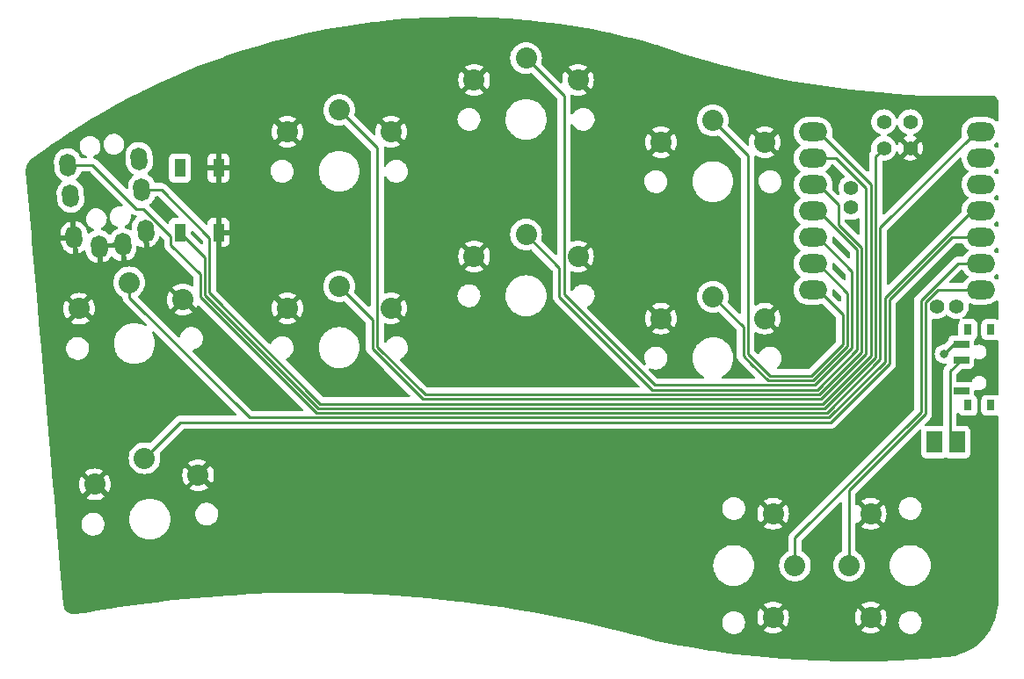
<source format=gbr>
%TF.GenerationSoftware,KiCad,Pcbnew,(6.99.0-1698-gc3bed8f6ee)*%
%TF.CreationDate,2022-08-12T17:20:39+02:00*%
%TF.ProjectId,tiny20_xiao,74696e79-3230-45f7-9869-616f2e6b6963,v1.0.0*%
%TF.SameCoordinates,Original*%
%TF.FileFunction,Copper,L1,Top*%
%TF.FilePolarity,Positive*%
%FSLAX46Y46*%
G04 Gerber Fmt 4.6, Leading zero omitted, Abs format (unit mm)*
G04 Created by KiCad (PCBNEW (6.99.0-1698-gc3bed8f6ee)) date 2022-08-12 17:20:39*
%MOMM*%
%LPD*%
G01*
G04 APERTURE LIST*
G04 Aperture macros list*
%AMHorizOval*
0 Thick line with rounded ends*
0 $1 width*
0 $2 $3 position (X,Y) of the first rounded end (center of the circle)*
0 $4 $5 position (X,Y) of the second rounded end (center of the circle)*
0 Add line between two ends*
20,1,$1,$2,$3,$4,$5,0*
0 Add two circle primitives to create the rounded ends*
1,1,$1,$2,$3*
1,1,$1,$4,$5*%
G04 Aperture macros list end*
%TA.AperFunction,SMDPad,CuDef*%
%ADD10R,1.100000X1.800000*%
%TD*%
%TA.AperFunction,ComponentPad*%
%ADD11C,2.032000*%
%TD*%
%TA.AperFunction,ComponentPad*%
%ADD12O,2.750000X1.800000*%
%TD*%
%TA.AperFunction,ComponentPad*%
%ADD13C,1.397000*%
%TD*%
%TA.AperFunction,ComponentPad*%
%ADD14HorizOval,1.600000X-0.026147X0.298858X0.026147X-0.298858X0*%
%TD*%
%TA.AperFunction,SMDPad,CuDef*%
%ADD15R,0.800000X1.000000*%
%TD*%
%TA.AperFunction,SMDPad,CuDef*%
%ADD16R,1.500000X0.700000*%
%TD*%
%TA.AperFunction,SMDPad,CuDef*%
%ADD17R,1.500000X2.100000*%
%TD*%
%TA.AperFunction,ViaPad*%
%ADD18C,0.800000*%
%TD*%
%TA.AperFunction,Conductor*%
%ADD19C,0.250000*%
%TD*%
G04 APERTURE END LIST*
D10*
%TO.P,B1,1*%
%TO.N,RST*%
X206703308Y-114882745D03*
X206703308Y-108682745D03*
%TO.P,B1,2*%
%TO.N,GND*%
X210403308Y-114882745D03*
X210403308Y-108682745D03*
%TD*%
D11*
%TO.P,S3,1*%
%TO.N,GND*%
X217030147Y-122190773D03*
X227030147Y-122190773D03*
%TO.P,S3,2*%
%TO.N,P2*%
X222030147Y-120090773D03*
X222030147Y-120090773D03*
%TD*%
%TO.P,S9,1*%
%TO.N,GND*%
X263830146Y-141990776D03*
X263830146Y-151990776D03*
%TO.P,S9,2*%
%TO.N,P9*%
X265930146Y-146990776D03*
X265930146Y-146990776D03*
%TD*%
%TO.P,S7,1*%
%TO.N,GND*%
X253030146Y-123190772D03*
X263030146Y-123190772D03*
%TO.P,S7,2*%
%TO.N,P6*%
X258030146Y-121090772D03*
X258030146Y-121090772D03*
%TD*%
%TO.P,S4,1*%
%TO.N,GND*%
X217030147Y-105190773D03*
X227030147Y-105190773D03*
%TO.P,S4,2*%
%TO.N,P3*%
X222030147Y-103090773D03*
X222030147Y-103090773D03*
%TD*%
%TO.P,S6,1*%
%TO.N,GND*%
X235030147Y-100190775D03*
X245030147Y-100190775D03*
%TO.P,S6,2*%
%TO.N,P5*%
X240030147Y-98090775D03*
X240030147Y-98090775D03*
%TD*%
D12*
%TO.P,U1,1*%
%TO.N,P1*%
X267664999Y-105179999D03*
%TO.P,U1,2*%
%TO.N,P2*%
X267664999Y-107719999D03*
%TO.P,U1,3*%
%TO.N,P3*%
X267664999Y-110259999D03*
%TO.P,U1,4*%
%TO.N,P4*%
X267664999Y-112799999D03*
%TO.P,U1,5*%
%TO.N,P5*%
X267664999Y-115339999D03*
%TO.P,U1,6*%
%TO.N,P6*%
X267664999Y-117879999D03*
%TO.P,U1,7*%
%TO.N,P7*%
X267664999Y-120419999D03*
%TO.P,U1,8*%
%TO.N,P8*%
X283854999Y-120419999D03*
%TO.P,U1,9*%
%TO.N,P9*%
X283854999Y-117879999D03*
%TO.P,U1,10*%
%TO.N,P10*%
X283854999Y-115339999D03*
%TO.P,U1,11*%
%TO.N,P11*%
X283854999Y-112799999D03*
%TO.P,U1,12*%
%TO.N,3V3*%
X283854999Y-110259999D03*
%TO.P,U1,13*%
%TO.N,GND*%
X283854999Y-107719999D03*
%TO.P,U1,14*%
%TO.N,5V*%
X283854999Y-105179999D03*
D13*
%TO.P,U1,15*%
%TO.N,DIO*%
X274490000Y-104228000D03*
%TO.P,U1,16*%
%TO.N,CLCK*%
X277030000Y-104228000D03*
%TO.P,U1,17*%
%TO.N,RST*%
X274490000Y-106768000D03*
%TO.P,U1,18*%
%TO.N,GND*%
X277030000Y-106768000D03*
%TO.P,U1,19*%
%TO.N,P19*%
X271315000Y-112483000D03*
%TO.P,U1,20*%
%TO.N,P20*%
X271315000Y-110578000D03*
%TO.P,U1,21*%
%TO.N,N/C*%
X279570000Y-122008000D03*
%TO.P,U1,22*%
X281475000Y-122008000D03*
%TD*%
D11*
%TO.P,S1,1*%
%TO.N,GND*%
X198479347Y-139175365D03*
X208441294Y-138303807D03*
%TO.P,S1,2*%
%TO.N,P10*%
X203277293Y-136647577D03*
X203277293Y-136647577D03*
%TD*%
%TO.P,S8,1*%
%TO.N,GND*%
X253030147Y-106190774D03*
X263030147Y-106190774D03*
%TO.P,S8,2*%
%TO.N,P7*%
X258030147Y-104090774D03*
X258030147Y-104090774D03*
%TD*%
D14*
%TO.P,TRRS,1*%
%TO.N,GND*%
X198883060Y-116252949D03*
X201174308Y-116052490D03*
%TO.P,TRRS,2*%
X196495941Y-115357593D03*
X203369685Y-114756218D03*
%TO.P,TRRS,3*%
%TO.N,P1*%
X196147318Y-111372814D03*
X203021062Y-110771439D03*
%TO.P,TRRS,4*%
%TO.N,5V*%
X195885851Y-108384230D03*
X202759594Y-107782855D03*
%TD*%
D11*
%TO.P,S2,1*%
%TO.N,GND*%
X196997698Y-122240053D03*
X206959645Y-121368495D03*
%TO.P,S2,2*%
%TO.N,P11*%
X201795644Y-119712265D03*
X201795644Y-119712265D03*
%TD*%
D15*
%TO.P,SW01,*%
%TO.N,*%
X282589999Y-131559999D03*
X284789999Y-131559999D03*
X282589999Y-124259999D03*
X284789999Y-124259999D03*
D16*
%TO.P,SW01,1*%
%TO.N,N/C*%
X281939999Y-130159999D03*
%TO.P,SW01,2*%
%TO.N,pm*%
X281939999Y-127159999D03*
%TO.P,SW01,3*%
%TO.N,P19*%
X281939999Y-125659999D03*
%TD*%
D11*
%TO.P,S10,1*%
%TO.N,GND*%
X273230146Y-151990773D03*
X273230146Y-141990773D03*
%TO.P,S10,2*%
%TO.N,P8*%
X271130146Y-146990773D03*
X271130146Y-146990773D03*
%TD*%
%TO.P,S5,1*%
%TO.N,GND*%
X235030145Y-117190774D03*
X245030145Y-117190774D03*
%TO.P,S5,2*%
%TO.N,P4*%
X240030145Y-115090774D03*
X240030145Y-115090774D03*
%TD*%
D17*
%TO.P,BT01,1*%
%TO.N,pm*%
X281559999Y-135089999D03*
%TO.P,BT01,2*%
%TO.N,P20*%
X279359999Y-135089999D03*
%TD*%
D18*
%TO.N,P20*%
X279400000Y-135128000D03*
%TO.N,P19*%
X280300000Y-126600000D03*
%TO.N,RST*%
X206703309Y-108682747D03*
X206703310Y-114882746D03*
%TO.N,pm*%
X281432000Y-135128000D03*
%TD*%
D19*
%TO.N,P19*%
X281940000Y-125660000D02*
X281240000Y-125660000D01*
X281240000Y-125660000D02*
X280300000Y-126600000D01*
%TO.N,P10*%
X275035131Y-127522042D02*
X275035131Y-121386198D01*
X269361973Y-133195200D02*
X270178586Y-132378586D01*
X203277293Y-136647577D02*
X206729670Y-133195200D01*
X270178586Y-132378586D02*
X275035131Y-127522042D01*
X281081329Y-115340000D02*
X283380000Y-115340000D01*
X275035131Y-121386198D02*
X281081329Y-115340000D01*
X206729670Y-133195200D02*
X269361973Y-133195200D01*
%TO.N,P8*%
X283380000Y-120420000D02*
X279711243Y-120420000D01*
X271130147Y-139769853D02*
X271130147Y-146990773D01*
X278500000Y-121631243D02*
X278500000Y-132400000D01*
X279711243Y-120420000D02*
X278500000Y-121631243D01*
X278500000Y-132400000D02*
X271130147Y-139769853D01*
%TO.N,P9*%
X265930146Y-144334136D02*
X265930146Y-146990776D01*
X281615526Y-117880000D02*
X278050480Y-121445046D01*
X283380000Y-117880000D02*
X281615526Y-117880000D01*
X278050480Y-132213802D02*
X265930146Y-144334136D01*
X278050480Y-121445046D02*
X278050480Y-132213802D01*
%TO.N,RST*%
X220017288Y-131846640D02*
X209079278Y-120908629D01*
X274490000Y-106768000D02*
X273686571Y-107571429D01*
X273686571Y-126963450D02*
X268803381Y-131846640D01*
X209079278Y-120908629D02*
X209079278Y-117258714D01*
X273686571Y-107571429D02*
X273686571Y-126963450D01*
X268803381Y-131846640D02*
X220017288Y-131846640D01*
X209079278Y-117258714D02*
X206703310Y-114882746D01*
%TO.N,P1*%
X268140000Y-105180000D02*
X273237051Y-110277051D01*
X220203486Y-131397120D02*
X209528798Y-120722432D01*
X273237051Y-126777252D02*
X268617183Y-131397120D01*
X204900238Y-110771440D02*
X203021063Y-110771440D01*
X196147321Y-111372815D02*
X196147320Y-111407814D01*
X273237051Y-110277051D02*
X273237051Y-126777252D01*
X268511765Y-105572393D02*
X268460146Y-105520773D01*
X209528798Y-115400000D02*
X204900238Y-110771440D01*
X268617183Y-131397120D02*
X220203486Y-131397120D01*
X209528798Y-120722432D02*
X209528798Y-115400000D01*
%TO.N,P2*%
X225240116Y-126069467D02*
X226785324Y-127614676D01*
X225240116Y-123300742D02*
X225240116Y-126069467D01*
X230118249Y-130947600D02*
X268430986Y-130947600D01*
X268430986Y-130947600D02*
X272787531Y-126591055D01*
X272787531Y-126591055D02*
X272787531Y-110603774D01*
X272787531Y-110603774D02*
X269903757Y-107720000D01*
X269903757Y-107720000D02*
X268140000Y-107720000D01*
X226785324Y-127614676D02*
X230118249Y-130947600D01*
X222030147Y-120090773D02*
X225240116Y-123300742D01*
%TO.N,P3*%
X225689636Y-106750262D02*
X225689636Y-123289636D01*
X225700000Y-125893634D02*
X230304446Y-130498080D01*
X225689636Y-123289636D02*
X225700000Y-123300000D01*
X230304446Y-130498080D02*
X268244789Y-130498080D01*
X270100000Y-114124282D02*
X270100000Y-112220000D01*
X225700000Y-123300000D02*
X225700000Y-125893634D01*
X270100000Y-112220000D02*
X268140000Y-110260000D01*
X272338011Y-116362294D02*
X271637859Y-115662141D01*
X272338011Y-126404858D02*
X272338011Y-116362294D01*
X222030147Y-103090773D02*
X225689636Y-106750262D01*
X271637859Y-115662141D02*
X270100000Y-114124282D01*
X268244789Y-130498080D02*
X272338011Y-126404858D01*
%TO.N,P4*%
X243240114Y-121069468D02*
X252219206Y-130048560D01*
X240030145Y-115090774D02*
X243240114Y-118300743D01*
X271888491Y-126218661D02*
X271888491Y-116548491D01*
X243240114Y-118300743D02*
X243240114Y-121069468D01*
X268058592Y-130048560D02*
X271888491Y-126218661D01*
X271888491Y-116548491D02*
X268140000Y-112800000D01*
X252219206Y-130048560D02*
X268058592Y-130048560D01*
%TO.N,P5*%
X243689634Y-101750261D02*
X243689634Y-119889634D01*
X243700000Y-120893637D02*
X252405403Y-129599040D01*
X252405403Y-129599040D02*
X267872395Y-129599040D01*
X243700000Y-119900000D02*
X243700000Y-120893637D01*
X271438971Y-126032464D02*
X271438971Y-118638971D01*
X267872395Y-129599040D02*
X271438971Y-126032464D01*
X243689634Y-119889634D02*
X243700000Y-119900000D01*
X240030145Y-98090774D02*
X243689634Y-101750261D01*
X271438971Y-118638971D02*
X268140000Y-115340000D01*
%TO.N,P6*%
X260950480Y-126779831D02*
X261785324Y-127614675D01*
X270989451Y-120729451D02*
X268140000Y-117880000D01*
X263313803Y-129149520D02*
X267686198Y-129149520D01*
X270989451Y-125846267D02*
X270989451Y-120729451D01*
X258030146Y-121090772D02*
X260950480Y-124011106D01*
X267686198Y-129149520D02*
X270989451Y-125846267D01*
X261785324Y-127614675D02*
X261785324Y-127621041D01*
X261785324Y-127621041D02*
X263313803Y-129149520D01*
X260950480Y-124011106D02*
X260950480Y-126779831D01*
%TO.N,P7*%
X260469686Y-106530314D02*
X260568688Y-106629316D01*
X263500000Y-128693634D02*
X263500000Y-128700000D01*
X270539931Y-122819931D02*
X268140000Y-120420000D01*
X267500000Y-128700000D02*
X270539931Y-125660069D01*
X263500000Y-128700000D02*
X267500000Y-128700000D01*
X261400000Y-107460628D02*
X261400000Y-126593634D01*
X258030146Y-104090774D02*
X260469686Y-106530314D01*
X260469686Y-106530314D02*
X261400000Y-107460628D01*
X261400000Y-126593634D02*
X263500000Y-128693634D01*
X270539931Y-125660069D02*
X270539931Y-122819931D01*
%TO.N,pm*%
X281560000Y-135090000D02*
X280865489Y-134395489D01*
X280865489Y-134395489D02*
X280865489Y-128234511D01*
X280865489Y-128234511D02*
X281940000Y-127160000D01*
%TO.N,P11*%
X201795644Y-121149105D02*
X213392219Y-132745680D01*
X201795644Y-119712265D02*
X201795644Y-121149105D01*
X282985611Y-112800000D02*
X283380000Y-112800000D01*
X269175775Y-132745680D02*
X274585611Y-127335845D01*
X213392219Y-132745680D02*
X269175775Y-132745680D01*
X283380000Y-112800000D02*
X283380000Y-112820000D01*
X274585611Y-121200000D02*
X282985611Y-112800000D01*
X274585611Y-127335845D02*
X274585611Y-121200000D01*
%TO.N,5V*%
X205800000Y-116100000D02*
X208629758Y-118929758D01*
X203127850Y-112600000D02*
X205800000Y-115272150D01*
X208629758Y-118929758D02*
X208629758Y-121129758D01*
X198284231Y-108384231D02*
X202500000Y-112600000D01*
X202500000Y-112600000D02*
X203127850Y-112600000D01*
X205800000Y-115272150D02*
X205800000Y-116100000D01*
X195885852Y-108384231D02*
X198284231Y-108384231D01*
X268989578Y-132296160D02*
X274136091Y-127149648D01*
X208629758Y-121129758D02*
X219796160Y-132296160D01*
X202759595Y-107782856D02*
X203084216Y-107458235D01*
X219796160Y-132296160D02*
X268989578Y-132296160D01*
X274136091Y-114423909D02*
X283380000Y-105180000D01*
X274136091Y-127149648D02*
X274136091Y-114423909D01*
%TD*%
%TA.AperFunction,Conductor*%
%TO.N,GND*%
G36*
X234171577Y-94123010D02*
G01*
X235028178Y-94131024D01*
X235031175Y-94131087D01*
X235721915Y-94153991D01*
X236662117Y-94185166D01*
X236665046Y-94185299D01*
X238294216Y-94278159D01*
X238297170Y-94278363D01*
X239355440Y-94363981D01*
X239923690Y-94409955D01*
X239926674Y-94410233D01*
X240241390Y-94443247D01*
X241549536Y-94580473D01*
X241552441Y-94580813D01*
X242478662Y-94700313D01*
X243170852Y-94789619D01*
X243173820Y-94790038D01*
X244786738Y-95037275D01*
X244789695Y-95037764D01*
X245306766Y-95129662D01*
X246396347Y-95323312D01*
X246399238Y-95323862D01*
X247396726Y-95525734D01*
X247998577Y-95647537D01*
X248001505Y-95648165D01*
X249592748Y-96009808D01*
X249595619Y-96010497D01*
X250133412Y-96146253D01*
X251177785Y-96409886D01*
X251180682Y-96410654D01*
X252527534Y-96784938D01*
X252685192Y-96828750D01*
X252750281Y-96846838D01*
X252758087Y-96849283D01*
X253611971Y-97147484D01*
X253612015Y-97147499D01*
X253612548Y-97147685D01*
X253613080Y-97147858D01*
X253613126Y-97147874D01*
X254785796Y-97530239D01*
X255342149Y-97711646D01*
X257083097Y-98239543D01*
X257405377Y-98329997D01*
X258833996Y-98730967D01*
X258834038Y-98730978D01*
X258834639Y-98731147D01*
X258835242Y-98731303D01*
X258835265Y-98731309D01*
X259638394Y-98938819D01*
X260596018Y-99186247D01*
X260596614Y-99186388D01*
X260596655Y-99186398D01*
X261394724Y-99374999D01*
X262366474Y-99604645D01*
X264145243Y-99986162D01*
X265931556Y-100330632D01*
X267724641Y-100637907D01*
X267725254Y-100637999D01*
X267725279Y-100638003D01*
X269523049Y-100907753D01*
X269523088Y-100907758D01*
X269523725Y-100907854D01*
X271328029Y-101140356D01*
X273136776Y-101335313D01*
X273137450Y-101335371D01*
X273137455Y-101335372D01*
X274948500Y-101492582D01*
X274948534Y-101492585D01*
X274949184Y-101492641D01*
X275675234Y-101540489D01*
X276763765Y-101612226D01*
X276763802Y-101612228D01*
X276764469Y-101612272D01*
X276765167Y-101612303D01*
X276765177Y-101612304D01*
X278232449Y-101678411D01*
X278581849Y-101694153D01*
X280400537Y-101738251D01*
X281264398Y-101741240D01*
X282219078Y-101744543D01*
X282219108Y-101744543D01*
X282219750Y-101744545D01*
X283181315Y-101727887D01*
X284038032Y-101713045D01*
X284038072Y-101713044D01*
X284038700Y-101713033D01*
X284039362Y-101713008D01*
X284039389Y-101713007D01*
X284931330Y-101678994D01*
X284961583Y-101681500D01*
X285063282Y-101702476D01*
X285088492Y-101710512D01*
X285185747Y-101753221D01*
X285208724Y-101766346D01*
X285294918Y-101828427D01*
X285314646Y-101846059D01*
X285385972Y-101924768D01*
X285401583Y-101946132D01*
X285454901Y-102038005D01*
X285465706Y-102062159D01*
X285498661Y-102163140D01*
X285504183Y-102189017D01*
X285516059Y-102301632D01*
X285516754Y-102314846D01*
X285516754Y-104064751D01*
X285496752Y-104132872D01*
X285443096Y-104179365D01*
X285372822Y-104189469D01*
X285308995Y-104158364D01*
X285308119Y-104159449D01*
X285125742Y-104012188D01*
X285125736Y-104012184D01*
X285121576Y-104008825D01*
X285116907Y-104006217D01*
X285116903Y-104006214D01*
X284916939Y-103894509D01*
X284912260Y-103891895D01*
X284686194Y-103812020D01*
X284666383Y-103808623D01*
X284455150Y-103772403D01*
X284455145Y-103772403D01*
X284449881Y-103771500D01*
X283320173Y-103771500D01*
X283317520Y-103771726D01*
X283317515Y-103771726D01*
X283146433Y-103786287D01*
X283146430Y-103786288D01*
X283141102Y-103786741D01*
X283135927Y-103788089D01*
X283135924Y-103788089D01*
X283025089Y-103816949D01*
X282909076Y-103847156D01*
X282690598Y-103945914D01*
X282491953Y-104080175D01*
X282488084Y-104083883D01*
X282488083Y-104083884D01*
X282322721Y-104242370D01*
X282322717Y-104242374D01*
X282318856Y-104246075D01*
X282176285Y-104438843D01*
X282173878Y-104443618D01*
X282173875Y-104443622D01*
X282105940Y-104578363D01*
X282068343Y-104652933D01*
X282066774Y-104658055D01*
X282066774Y-104658056D01*
X282015102Y-104826786D01*
X281998136Y-104882185D01*
X281967682Y-105120005D01*
X281977857Y-105359551D01*
X281978984Y-105364780D01*
X281978985Y-105364788D01*
X282021318Y-105561214D01*
X282016116Y-105632019D01*
X281987241Y-105676854D01*
X274535166Y-113128929D01*
X274472854Y-113162955D01*
X274402039Y-113157890D01*
X274345203Y-113115343D01*
X274320392Y-113048823D01*
X274320071Y-113039834D01*
X274320071Y-108102249D01*
X274340073Y-108034128D01*
X274393729Y-107987635D01*
X274457055Y-107976729D01*
X274484517Y-107979132D01*
X274484525Y-107979132D01*
X274490000Y-107979611D01*
X274700394Y-107961204D01*
X274705707Y-107959780D01*
X274705709Y-107959780D01*
X274899085Y-107907965D01*
X274899087Y-107907964D01*
X274904395Y-107906542D01*
X274909377Y-107904219D01*
X275090819Y-107819612D01*
X275090824Y-107819609D01*
X275095806Y-107817286D01*
X275103591Y-107811835D01*
X275147152Y-107781333D01*
X276381496Y-107781333D01*
X276387328Y-107789124D01*
X276484957Y-107849573D01*
X276495347Y-107854747D01*
X276692982Y-107931311D01*
X276704133Y-107934484D01*
X276912476Y-107973430D01*
X276924028Y-107974500D01*
X277135972Y-107974500D01*
X277147524Y-107973430D01*
X277355867Y-107934484D01*
X277367018Y-107931311D01*
X277564653Y-107854747D01*
X277575043Y-107849573D01*
X277669153Y-107791302D01*
X277678565Y-107780802D01*
X277674670Y-107771881D01*
X277042811Y-107140021D01*
X277028868Y-107132408D01*
X277027034Y-107132539D01*
X277020420Y-107136790D01*
X276388253Y-107768958D01*
X276381496Y-107781333D01*
X275147152Y-107781333D01*
X275264298Y-107699307D01*
X275264301Y-107699305D01*
X275268809Y-107696148D01*
X275418148Y-107546809D01*
X275422123Y-107541133D01*
X275536129Y-107378315D01*
X275536130Y-107378313D01*
X275539286Y-107373806D01*
X275541609Y-107368824D01*
X275541612Y-107368819D01*
X275626219Y-107187377D01*
X275626219Y-107187376D01*
X275628542Y-107182395D01*
X275638993Y-107143391D01*
X275675945Y-107082768D01*
X275739805Y-107051747D01*
X275810300Y-107060175D01*
X275865047Y-107105378D01*
X275881890Y-107141520D01*
X275898558Y-107200102D01*
X275902748Y-107210919D01*
X275997223Y-107400650D01*
X276003206Y-107410313D01*
X276014542Y-107418725D01*
X276026779Y-107412010D01*
X276657979Y-106780811D01*
X276664356Y-106769132D01*
X277394408Y-106769132D01*
X277394539Y-106770966D01*
X277398790Y-106777580D01*
X278033129Y-107411918D01*
X278045581Y-107418718D01*
X278056739Y-107410401D01*
X278062777Y-107400650D01*
X278157252Y-107210919D01*
X278161443Y-107200100D01*
X278219444Y-106996247D01*
X278221575Y-106984847D01*
X278241132Y-106773795D01*
X278241132Y-106762205D01*
X278221575Y-106551153D01*
X278219444Y-106539753D01*
X278161443Y-106335900D01*
X278157252Y-106325081D01*
X278062777Y-106135350D01*
X278056794Y-106125687D01*
X278045458Y-106117275D01*
X278033221Y-106123990D01*
X277402021Y-106755189D01*
X277394408Y-106769132D01*
X276664356Y-106769132D01*
X276665592Y-106766868D01*
X276665461Y-106765034D01*
X276661210Y-106758420D01*
X276026871Y-106124082D01*
X276014419Y-106117282D01*
X276003261Y-106125599D01*
X275997223Y-106135350D01*
X275902748Y-106325081D01*
X275898558Y-106335898D01*
X275881890Y-106394480D01*
X275844009Y-106454526D01*
X275779679Y-106484560D01*
X275709322Y-106475047D01*
X275655278Y-106429007D01*
X275638993Y-106392609D01*
X275629965Y-106358915D01*
X275629964Y-106358913D01*
X275628542Y-106353605D01*
X275624458Y-106344847D01*
X275541609Y-106167176D01*
X275541607Y-106167173D01*
X275539286Y-106162195D01*
X275418148Y-105989191D01*
X275268809Y-105839852D01*
X275264301Y-105836695D01*
X275264298Y-105836693D01*
X275100315Y-105721871D01*
X275100312Y-105721869D01*
X275095806Y-105718714D01*
X275090824Y-105716391D01*
X275090819Y-105716388D01*
X274909377Y-105631781D01*
X274909376Y-105631781D01*
X274904395Y-105629458D01*
X274899087Y-105628036D01*
X274899085Y-105628035D01*
X274868004Y-105619707D01*
X274807381Y-105582755D01*
X274776360Y-105518894D01*
X274784788Y-105448400D01*
X274829991Y-105393653D01*
X274868004Y-105376293D01*
X274899085Y-105367965D01*
X274899087Y-105367964D01*
X274904395Y-105366542D01*
X274909377Y-105364219D01*
X275090819Y-105279612D01*
X275090824Y-105279609D01*
X275095806Y-105277286D01*
X275217743Y-105191905D01*
X275264298Y-105159307D01*
X275264301Y-105159305D01*
X275268809Y-105156148D01*
X275418148Y-105006809D01*
X275422602Y-105000449D01*
X275536129Y-104838315D01*
X275536130Y-104838313D01*
X275539286Y-104833806D01*
X275541609Y-104828824D01*
X275541612Y-104828819D01*
X275626219Y-104647377D01*
X275626219Y-104647376D01*
X275628542Y-104642395D01*
X275631179Y-104632556D01*
X275638293Y-104606004D01*
X275675245Y-104545381D01*
X275739106Y-104514360D01*
X275809600Y-104522788D01*
X275864347Y-104567991D01*
X275881707Y-104606004D01*
X275888822Y-104632556D01*
X275891458Y-104642395D01*
X275893781Y-104647376D01*
X275893781Y-104647377D01*
X275978388Y-104828819D01*
X275978391Y-104828824D01*
X275980714Y-104833806D01*
X275983870Y-104838313D01*
X275983871Y-104838315D01*
X276097399Y-105000449D01*
X276101852Y-105006809D01*
X276251191Y-105156148D01*
X276255699Y-105159305D01*
X276255702Y-105159307D01*
X276302257Y-105191905D01*
X276424194Y-105277286D01*
X276429176Y-105279609D01*
X276429181Y-105279612D01*
X276610623Y-105364219D01*
X276615605Y-105366542D01*
X276620913Y-105367964D01*
X276620915Y-105367965D01*
X276652112Y-105376324D01*
X276712735Y-105413276D01*
X276743756Y-105477136D01*
X276735328Y-105547631D01*
X276690125Y-105602378D01*
X276665017Y-105615523D01*
X276495347Y-105681253D01*
X276484957Y-105686427D01*
X276390847Y-105744698D01*
X276381435Y-105755198D01*
X276385330Y-105764119D01*
X277017189Y-106395979D01*
X277031132Y-106403592D01*
X277032966Y-106403461D01*
X277039580Y-106399210D01*
X277671747Y-105767042D01*
X277678504Y-105754667D01*
X277672672Y-105746876D01*
X277575043Y-105686427D01*
X277564653Y-105681253D01*
X277394983Y-105615523D01*
X277338688Y-105572263D01*
X277314717Y-105505436D01*
X277330681Y-105436257D01*
X277381511Y-105386692D01*
X277407888Y-105376324D01*
X277439085Y-105367965D01*
X277439087Y-105367964D01*
X277444395Y-105366542D01*
X277449377Y-105364219D01*
X277630819Y-105279612D01*
X277630824Y-105279609D01*
X277635806Y-105277286D01*
X277757743Y-105191905D01*
X277804298Y-105159307D01*
X277804301Y-105159305D01*
X277808809Y-105156148D01*
X277958148Y-105006809D01*
X277962602Y-105000449D01*
X278076129Y-104838315D01*
X278076130Y-104838313D01*
X278079286Y-104833806D01*
X278081609Y-104828824D01*
X278081612Y-104828819D01*
X278166219Y-104647377D01*
X278166219Y-104647376D01*
X278168542Y-104642395D01*
X278171179Y-104632556D01*
X278221780Y-104443709D01*
X278221780Y-104443707D01*
X278223204Y-104438394D01*
X278241611Y-104228000D01*
X278223204Y-104017606D01*
X278202093Y-103938817D01*
X278169965Y-103818915D01*
X278169964Y-103818913D01*
X278168542Y-103813605D01*
X278166219Y-103808623D01*
X278081609Y-103627176D01*
X278081607Y-103627173D01*
X278079286Y-103622195D01*
X277958148Y-103449191D01*
X277808809Y-103299852D01*
X277804301Y-103296695D01*
X277804298Y-103296693D01*
X277640315Y-103181871D01*
X277640312Y-103181869D01*
X277635806Y-103178714D01*
X277630824Y-103176391D01*
X277630819Y-103176388D01*
X277449377Y-103091781D01*
X277449376Y-103091781D01*
X277444395Y-103089458D01*
X277439087Y-103088036D01*
X277439085Y-103088035D01*
X277245709Y-103036220D01*
X277245707Y-103036220D01*
X277240394Y-103034796D01*
X277030000Y-103016389D01*
X276819606Y-103034796D01*
X276814293Y-103036220D01*
X276814291Y-103036220D01*
X276620915Y-103088035D01*
X276620913Y-103088036D01*
X276615605Y-103089458D01*
X276610624Y-103091780D01*
X276610623Y-103091781D01*
X276429176Y-103176391D01*
X276429173Y-103176393D01*
X276424195Y-103178714D01*
X276251191Y-103299852D01*
X276101852Y-103449191D01*
X275980714Y-103622195D01*
X275978393Y-103627173D01*
X275978391Y-103627176D01*
X275893781Y-103808623D01*
X275891458Y-103813605D01*
X275890036Y-103818913D01*
X275890035Y-103818915D01*
X275881707Y-103849996D01*
X275844755Y-103910619D01*
X275780894Y-103941640D01*
X275710400Y-103933212D01*
X275655653Y-103888009D01*
X275638293Y-103849996D01*
X275629965Y-103818915D01*
X275629964Y-103818913D01*
X275628542Y-103813605D01*
X275626219Y-103808623D01*
X275541609Y-103627176D01*
X275541607Y-103627173D01*
X275539286Y-103622195D01*
X275418148Y-103449191D01*
X275268809Y-103299852D01*
X275264301Y-103296695D01*
X275264298Y-103296693D01*
X275100315Y-103181871D01*
X275100312Y-103181869D01*
X275095806Y-103178714D01*
X275090824Y-103176391D01*
X275090819Y-103176388D01*
X274909377Y-103091781D01*
X274909376Y-103091781D01*
X274904395Y-103089458D01*
X274899087Y-103088036D01*
X274899085Y-103088035D01*
X274705709Y-103036220D01*
X274705707Y-103036220D01*
X274700394Y-103034796D01*
X274490000Y-103016389D01*
X274279606Y-103034796D01*
X274274293Y-103036220D01*
X274274291Y-103036220D01*
X274080915Y-103088035D01*
X274080913Y-103088036D01*
X274075605Y-103089458D01*
X274070624Y-103091780D01*
X274070623Y-103091781D01*
X273889176Y-103176391D01*
X273889173Y-103176393D01*
X273884195Y-103178714D01*
X273711191Y-103299852D01*
X273561852Y-103449191D01*
X273440714Y-103622195D01*
X273438393Y-103627173D01*
X273438391Y-103627176D01*
X273353781Y-103808623D01*
X273351458Y-103813605D01*
X273350036Y-103818913D01*
X273350035Y-103818915D01*
X273317907Y-103938817D01*
X273296796Y-104017606D01*
X273278389Y-104228000D01*
X273296796Y-104438394D01*
X273298220Y-104443707D01*
X273298220Y-104443709D01*
X273348822Y-104632556D01*
X273351458Y-104642395D01*
X273353781Y-104647376D01*
X273353781Y-104647377D01*
X273438388Y-104828819D01*
X273438391Y-104828824D01*
X273440714Y-104833806D01*
X273443870Y-104838313D01*
X273443871Y-104838315D01*
X273557399Y-105000449D01*
X273561852Y-105006809D01*
X273711191Y-105156148D01*
X273715699Y-105159305D01*
X273715702Y-105159307D01*
X273762257Y-105191905D01*
X273884194Y-105277286D01*
X273889176Y-105279609D01*
X273889181Y-105279612D01*
X274070623Y-105364219D01*
X274075605Y-105366542D01*
X274080913Y-105367964D01*
X274080915Y-105367965D01*
X274111996Y-105376293D01*
X274172619Y-105413245D01*
X274203640Y-105477106D01*
X274195212Y-105547600D01*
X274150009Y-105602347D01*
X274111996Y-105619707D01*
X274080915Y-105628035D01*
X274080913Y-105628036D01*
X274075605Y-105629458D01*
X274070624Y-105631780D01*
X274070623Y-105631781D01*
X273889176Y-105716391D01*
X273889173Y-105716393D01*
X273884195Y-105718714D01*
X273711191Y-105839852D01*
X273561852Y-105989191D01*
X273440714Y-106162195D01*
X273438393Y-106167173D01*
X273438391Y-106167176D01*
X273355542Y-106344847D01*
X273351458Y-106353605D01*
X273350036Y-106358913D01*
X273350035Y-106358915D01*
X273301580Y-106539753D01*
X273296796Y-106557606D01*
X273278389Y-106768000D01*
X273278868Y-106773475D01*
X273292249Y-106926417D01*
X273296796Y-106978394D01*
X273298218Y-106983699D01*
X273298522Y-106985426D01*
X273290652Y-107055985D01*
X273266286Y-107093556D01*
X273232928Y-107129079D01*
X273230173Y-107131922D01*
X273210436Y-107151659D01*
X273207956Y-107154856D01*
X273200253Y-107163876D01*
X273169985Y-107196108D01*
X273166166Y-107203054D01*
X273166164Y-107203057D01*
X273160223Y-107213863D01*
X273149372Y-107230382D01*
X273136957Y-107246388D01*
X273133812Y-107253657D01*
X273133809Y-107253661D01*
X273119397Y-107286966D01*
X273114180Y-107297616D01*
X273092876Y-107336369D01*
X273090905Y-107344044D01*
X273090905Y-107344045D01*
X273087838Y-107355991D01*
X273081434Y-107374695D01*
X273079868Y-107378315D01*
X273073390Y-107393284D01*
X273072151Y-107401107D01*
X273072148Y-107401117D01*
X273066472Y-107436953D01*
X273064066Y-107448573D01*
X273053071Y-107491399D01*
X273053071Y-107511653D01*
X273051520Y-107531363D01*
X273048351Y-107551372D01*
X273049097Y-107559264D01*
X273052512Y-107595390D01*
X273053071Y-107607248D01*
X273053071Y-108892977D01*
X273033069Y-108961098D01*
X272979413Y-109007591D01*
X272909139Y-109017695D01*
X272844559Y-108988201D01*
X272837976Y-108982072D01*
X269531317Y-105675413D01*
X269497291Y-105613101D01*
X269499935Y-105549423D01*
X269520297Y-105482933D01*
X269520298Y-105482929D01*
X269521864Y-105477815D01*
X269523719Y-105463333D01*
X269530129Y-105413276D01*
X269552318Y-105239995D01*
X269550772Y-105203585D01*
X269544496Y-105055848D01*
X269542143Y-105000449D01*
X269532522Y-104955805D01*
X269504597Y-104826234D01*
X269491630Y-104766068D01*
X269402233Y-104543596D01*
X269387692Y-104519979D01*
X269347754Y-104455116D01*
X269276524Y-104339431D01*
X269188178Y-104239051D01*
X269121660Y-104163472D01*
X269121658Y-104163470D01*
X269118119Y-104159449D01*
X269019941Y-104080175D01*
X268935742Y-104012188D01*
X268935736Y-104012184D01*
X268931576Y-104008825D01*
X268926907Y-104006217D01*
X268926903Y-104006214D01*
X268726939Y-103894509D01*
X268722260Y-103891895D01*
X268496194Y-103812020D01*
X268476383Y-103808623D01*
X268265150Y-103772403D01*
X268265145Y-103772403D01*
X268259881Y-103771500D01*
X267130173Y-103771500D01*
X267127520Y-103771726D01*
X267127515Y-103771726D01*
X266956433Y-103786287D01*
X266956430Y-103786288D01*
X266951102Y-103786741D01*
X266945927Y-103788089D01*
X266945924Y-103788089D01*
X266835089Y-103816949D01*
X266719076Y-103847156D01*
X266500598Y-103945914D01*
X266301953Y-104080175D01*
X266298084Y-104083883D01*
X266298083Y-104083884D01*
X266132721Y-104242370D01*
X266132717Y-104242374D01*
X266128856Y-104246075D01*
X265986285Y-104438843D01*
X265983878Y-104443618D01*
X265983875Y-104443622D01*
X265915940Y-104578363D01*
X265878343Y-104652933D01*
X265876774Y-104658055D01*
X265876774Y-104658056D01*
X265825102Y-104826786D01*
X265808136Y-104882185D01*
X265777682Y-105120005D01*
X265787857Y-105359551D01*
X265788985Y-105364783D01*
X265788985Y-105364786D01*
X265804388Y-105436257D01*
X265838370Y-105593932D01*
X265840367Y-105598901D01*
X265840367Y-105598902D01*
X265860988Y-105650219D01*
X265927767Y-105816404D01*
X266053476Y-106020569D01*
X266081884Y-106052847D01*
X266205886Y-106193739D01*
X266211881Y-106200551D01*
X266398424Y-106351175D01*
X266397931Y-106351785D01*
X266440376Y-106403120D01*
X266448853Y-106473609D01*
X266417875Y-106537490D01*
X266395140Y-106557191D01*
X266344431Y-106591465D01*
X266301953Y-106620175D01*
X266298084Y-106623883D01*
X266298083Y-106623884D01*
X266132721Y-106782370D01*
X266132717Y-106782374D01*
X266128856Y-106786075D01*
X265986285Y-106978843D01*
X265983878Y-106983618D01*
X265983875Y-106983622D01*
X265897577Y-107154785D01*
X265878343Y-107192933D01*
X265876774Y-107198055D01*
X265876774Y-107198056D01*
X265822579Y-107375024D01*
X265808136Y-107422185D01*
X265777682Y-107660005D01*
X265777909Y-107665351D01*
X265777909Y-107665352D01*
X265778973Y-107690393D01*
X265787857Y-107899551D01*
X265788985Y-107904783D01*
X265788985Y-107904786D01*
X265806431Y-107985733D01*
X265838370Y-108133932D01*
X265840367Y-108138901D01*
X265840367Y-108138902D01*
X265865566Y-108201611D01*
X265927767Y-108356404D01*
X266053476Y-108560569D01*
X266057016Y-108564591D01*
X266208029Y-108736174D01*
X266211881Y-108740551D01*
X266396194Y-108889374D01*
X266398424Y-108891175D01*
X266397931Y-108891785D01*
X266440376Y-108943120D01*
X266448853Y-109013609D01*
X266417875Y-109077490D01*
X266395140Y-109097191D01*
X266390042Y-109100637D01*
X266301953Y-109160175D01*
X266298084Y-109163883D01*
X266298083Y-109163884D01*
X266132721Y-109322370D01*
X266132717Y-109322374D01*
X266128856Y-109326075D01*
X265986285Y-109518843D01*
X265983878Y-109523618D01*
X265983875Y-109523622D01*
X265899008Y-109691947D01*
X265878343Y-109732933D01*
X265876774Y-109738055D01*
X265876774Y-109738056D01*
X265855003Y-109809148D01*
X265808136Y-109962185D01*
X265777682Y-110200005D01*
X265777909Y-110205351D01*
X265777909Y-110205352D01*
X265780242Y-110260281D01*
X265787857Y-110439551D01*
X265788985Y-110444783D01*
X265788985Y-110444786D01*
X265791314Y-110455593D01*
X265838370Y-110673932D01*
X265840367Y-110678901D01*
X265840367Y-110678902D01*
X265860428Y-110728826D01*
X265927767Y-110896404D01*
X266053476Y-111100569D01*
X266211881Y-111280551D01*
X266397804Y-111430674D01*
X266398424Y-111431175D01*
X266397931Y-111431785D01*
X266440376Y-111483120D01*
X266448853Y-111553609D01*
X266417875Y-111617490D01*
X266395140Y-111637191D01*
X266364990Y-111657569D01*
X266301953Y-111700175D01*
X266298084Y-111703883D01*
X266298083Y-111703884D01*
X266132721Y-111862370D01*
X266132717Y-111862374D01*
X266128856Y-111866075D01*
X265986285Y-112058843D01*
X265983878Y-112063618D01*
X265983875Y-112063622D01*
X265901613Y-112226780D01*
X265878343Y-112272933D01*
X265876774Y-112278055D01*
X265876774Y-112278056D01*
X265830464Y-112429276D01*
X265808136Y-112502185D01*
X265777682Y-112740005D01*
X265777909Y-112745347D01*
X265777909Y-112745352D01*
X265778123Y-112750380D01*
X265787857Y-112979551D01*
X265788985Y-112984783D01*
X265788985Y-112984786D01*
X265800849Y-113039834D01*
X265838370Y-113213932D01*
X265840367Y-113218901D01*
X265840367Y-113218902D01*
X265920098Y-113417318D01*
X265927767Y-113436404D01*
X266053476Y-113640569D01*
X266057016Y-113644591D01*
X266201695Y-113808977D01*
X266211881Y-113820551D01*
X266398424Y-113971175D01*
X266397931Y-113971785D01*
X266440376Y-114023120D01*
X266448853Y-114093609D01*
X266417875Y-114157490D01*
X266395140Y-114177191D01*
X266378889Y-114188175D01*
X266301953Y-114240175D01*
X266298084Y-114243883D01*
X266298083Y-114243884D01*
X266132721Y-114402370D01*
X266132717Y-114402374D01*
X266128856Y-114406075D01*
X265986285Y-114598843D01*
X265983878Y-114603618D01*
X265983875Y-114603622D01*
X265880753Y-114808153D01*
X265878343Y-114812933D01*
X265876774Y-114818055D01*
X265876774Y-114818056D01*
X265814277Y-115022131D01*
X265808136Y-115042185D01*
X265777682Y-115280005D01*
X265787857Y-115519551D01*
X265788985Y-115524783D01*
X265788985Y-115524786D01*
X265796254Y-115558515D01*
X265838370Y-115753932D01*
X265840367Y-115758901D01*
X265840367Y-115758902D01*
X265846073Y-115773101D01*
X265927767Y-115976404D01*
X266053476Y-116180569D01*
X266057016Y-116184591D01*
X266207221Y-116355256D01*
X266211881Y-116360551D01*
X266398424Y-116511175D01*
X266397931Y-116511785D01*
X266440376Y-116563120D01*
X266448853Y-116633609D01*
X266417875Y-116697490D01*
X266395140Y-116717191D01*
X266369170Y-116734744D01*
X266301953Y-116780175D01*
X266298084Y-116783883D01*
X266298083Y-116783884D01*
X266132721Y-116942370D01*
X266132717Y-116942374D01*
X266128856Y-116946075D01*
X265986285Y-117138843D01*
X265983878Y-117143618D01*
X265983875Y-117143622D01*
X265900321Y-117309342D01*
X265878343Y-117352933D01*
X265876774Y-117358055D01*
X265876774Y-117358056D01*
X265814074Y-117562796D01*
X265808136Y-117582185D01*
X265777682Y-117820005D01*
X265777909Y-117825351D01*
X265777909Y-117825352D01*
X265778951Y-117849874D01*
X265787857Y-118059551D01*
X265838370Y-118293932D01*
X265840367Y-118298901D01*
X265840367Y-118298902D01*
X265883069Y-118405168D01*
X265927767Y-118516404D01*
X266053476Y-118720569D01*
X266057016Y-118724591D01*
X266180126Y-118864470D01*
X266211881Y-118900551D01*
X266398424Y-119051175D01*
X266397931Y-119051785D01*
X266440376Y-119103120D01*
X266448853Y-119173609D01*
X266417875Y-119237490D01*
X266395140Y-119257191D01*
X266341188Y-119293657D01*
X266301953Y-119320175D01*
X266298084Y-119323883D01*
X266298083Y-119323884D01*
X266132721Y-119482370D01*
X266132717Y-119482374D01*
X266128856Y-119486075D01*
X265986285Y-119678843D01*
X265983878Y-119683618D01*
X265983875Y-119683622D01*
X265896858Y-119856211D01*
X265878343Y-119892933D01*
X265876774Y-119898055D01*
X265876774Y-119898056D01*
X265817756Y-120090773D01*
X265808136Y-120122185D01*
X265777682Y-120360005D01*
X265777909Y-120365351D01*
X265777909Y-120365352D01*
X265779714Y-120407837D01*
X265787857Y-120599551D01*
X265788985Y-120604783D01*
X265788985Y-120604786D01*
X265791161Y-120614882D01*
X265838370Y-120833932D01*
X265840367Y-120838901D01*
X265840367Y-120838902D01*
X265855301Y-120876066D01*
X265927767Y-121056404D01*
X266053476Y-121260569D01*
X266077447Y-121287805D01*
X266207750Y-121435857D01*
X266211881Y-121440551D01*
X266260968Y-121480186D01*
X266394258Y-121587812D01*
X266394264Y-121587816D01*
X266398424Y-121591175D01*
X266403093Y-121593783D01*
X266403097Y-121593786D01*
X266526008Y-121662447D01*
X266607740Y-121708105D01*
X266833806Y-121787980D01*
X266839078Y-121788884D01*
X267064850Y-121827597D01*
X267064855Y-121827597D01*
X267070119Y-121828500D01*
X268199827Y-121828500D01*
X268202480Y-121828274D01*
X268202485Y-121828274D01*
X268373567Y-121813713D01*
X268373570Y-121813712D01*
X268378898Y-121813259D01*
X268384071Y-121811912D01*
X268384077Y-121811911D01*
X268514136Y-121778046D01*
X268585099Y-121780237D01*
X268634980Y-121810885D01*
X269869526Y-123045431D01*
X269903552Y-123107743D01*
X269906431Y-123134526D01*
X269906431Y-125345475D01*
X269886429Y-125413596D01*
X269869526Y-125434570D01*
X267274500Y-128029595D01*
X267212188Y-128063621D01*
X267185405Y-128066500D01*
X264308042Y-128066500D01*
X264239921Y-128046498D01*
X264193428Y-127992842D01*
X264183324Y-127922568D01*
X264212818Y-127857988D01*
X264230154Y-127841457D01*
X264254094Y-127822631D01*
X264293656Y-127791519D01*
X264301242Y-127782765D01*
X264427468Y-127637092D01*
X264431401Y-127632553D01*
X264453577Y-127594143D01*
X264533570Y-127455591D01*
X264533571Y-127455589D01*
X264536572Y-127450391D01*
X264605368Y-127251618D01*
X264616125Y-127176804D01*
X264634449Y-127049360D01*
X264634449Y-127049355D01*
X264635303Y-127043417D01*
X264625294Y-126833313D01*
X264621989Y-126819687D01*
X264577120Y-126634738D01*
X264575704Y-126628901D01*
X264488325Y-126437567D01*
X264484029Y-126431533D01*
X264369796Y-126271116D01*
X264369794Y-126271114D01*
X264366315Y-126266228D01*
X264214083Y-126121075D01*
X264060731Y-126022522D01*
X264042180Y-126010600D01*
X264042179Y-126010599D01*
X264037132Y-126007356D01*
X264031562Y-126005126D01*
X264031560Y-126005125D01*
X263923647Y-125961923D01*
X263841858Y-125929179D01*
X263823802Y-125925699D01*
X263641207Y-125890507D01*
X263641205Y-125890507D01*
X263635317Y-125889372D01*
X263477678Y-125889372D01*
X263407931Y-125896032D01*
X263326733Y-125903785D01*
X263326729Y-125903786D01*
X263320757Y-125904356D01*
X263260357Y-125922091D01*
X263124700Y-125961923D01*
X263124698Y-125961924D01*
X263118935Y-125963616D01*
X262931976Y-126060001D01*
X262927259Y-126063710D01*
X262927255Y-126063713D01*
X262831131Y-126139306D01*
X262766636Y-126190025D01*
X262762709Y-126194557D01*
X262762708Y-126194558D01*
X262651360Y-126323060D01*
X262628891Y-126348991D01*
X262625889Y-126354190D01*
X262625888Y-126354192D01*
X262528360Y-126523117D01*
X262523720Y-126531153D01*
X262514915Y-126556593D01*
X262473735Y-126614425D01*
X262407825Y-126640813D01*
X262338111Y-126627378D01*
X262306750Y-126604479D01*
X262070405Y-126368134D01*
X262036379Y-126305822D01*
X262033500Y-126279039D01*
X262033500Y-124592406D01*
X262053502Y-124524285D01*
X262107158Y-124477792D01*
X262177432Y-124467688D01*
X262225335Y-124484973D01*
X262331905Y-124550279D01*
X262340699Y-124554760D01*
X262553175Y-124642770D01*
X262562560Y-124645819D01*
X262786190Y-124699509D01*
X262795937Y-124701052D01*
X263025216Y-124719097D01*
X263035076Y-124719097D01*
X263264355Y-124701052D01*
X263274102Y-124699509D01*
X263497732Y-124645819D01*
X263507117Y-124642770D01*
X263719593Y-124554760D01*
X263728387Y-124550279D01*
X263900229Y-124444975D01*
X263909689Y-124434519D01*
X263905905Y-124425741D01*
X262760031Y-123279867D01*
X262726005Y-123217555D01*
X262727840Y-123191904D01*
X263394554Y-123191904D01*
X263394685Y-123193737D01*
X263398936Y-123200352D01*
X264262072Y-124063488D01*
X264274452Y-124070248D01*
X264282102Y-124064521D01*
X264389653Y-123889013D01*
X264394134Y-123880219D01*
X264482144Y-123667743D01*
X264485193Y-123658358D01*
X264538883Y-123434728D01*
X264540426Y-123424981D01*
X264558471Y-123195702D01*
X264558471Y-123185842D01*
X264540426Y-122956563D01*
X264538883Y-122946816D01*
X264485193Y-122723186D01*
X264482144Y-122713801D01*
X264394134Y-122501325D01*
X264389653Y-122492531D01*
X264284349Y-122320689D01*
X264273893Y-122311229D01*
X264265115Y-122315013D01*
X263402168Y-123177960D01*
X263394554Y-123191904D01*
X262727840Y-123191904D01*
X262731070Y-123146740D01*
X262760031Y-123101677D01*
X263902862Y-121958846D01*
X263909622Y-121946466D01*
X263903895Y-121938816D01*
X263728387Y-121831265D01*
X263719593Y-121826784D01*
X263507117Y-121738774D01*
X263497732Y-121735725D01*
X263274102Y-121682035D01*
X263264355Y-121680492D01*
X263035076Y-121662447D01*
X263025216Y-121662447D01*
X262795937Y-121680492D01*
X262786190Y-121682035D01*
X262562560Y-121735725D01*
X262553175Y-121738774D01*
X262340699Y-121826784D01*
X262331905Y-121831265D01*
X262225335Y-121896571D01*
X262156801Y-121915109D01*
X262089124Y-121893653D01*
X262043792Y-121839013D01*
X262033500Y-121789138D01*
X262033500Y-109938129D01*
X262424990Y-109938129D01*
X262434999Y-110148233D01*
X262436412Y-110154059D01*
X262436413Y-110154063D01*
X262469194Y-110289185D01*
X262484589Y-110352645D01*
X262571968Y-110543979D01*
X262575447Y-110548865D01*
X262575449Y-110548868D01*
X262683666Y-110700837D01*
X262693978Y-110715318D01*
X262846210Y-110860471D01*
X262879634Y-110881951D01*
X263008835Y-110964983D01*
X263023161Y-110974190D01*
X263028731Y-110976420D01*
X263028733Y-110976421D01*
X263120798Y-111013279D01*
X263218435Y-111052367D01*
X263224329Y-111053503D01*
X263419086Y-111091039D01*
X263419088Y-111091039D01*
X263424976Y-111092174D01*
X263582615Y-111092174D01*
X263652362Y-111085514D01*
X263733560Y-111077761D01*
X263733564Y-111077760D01*
X263739536Y-111077190D01*
X263849882Y-111044790D01*
X263935593Y-111019623D01*
X263935595Y-111019622D01*
X263941358Y-111017930D01*
X264128317Y-110921545D01*
X264133034Y-110917836D01*
X264133038Y-110917833D01*
X264288943Y-110795228D01*
X264293657Y-110791521D01*
X264356098Y-110719461D01*
X264427469Y-110637094D01*
X264431402Y-110632555D01*
X264489202Y-110532443D01*
X264533571Y-110455593D01*
X264533572Y-110455591D01*
X264536573Y-110450393D01*
X264605369Y-110251620D01*
X264619787Y-110151341D01*
X264634450Y-110049362D01*
X264634450Y-110049357D01*
X264635304Y-110043419D01*
X264625295Y-109833315D01*
X264622189Y-109820509D01*
X264577121Y-109634740D01*
X264575705Y-109628903D01*
X264488326Y-109437569D01*
X264484159Y-109431716D01*
X264369797Y-109271118D01*
X264369795Y-109271116D01*
X264366316Y-109266230D01*
X264214084Y-109121077D01*
X264057114Y-109020199D01*
X264042181Y-109010602D01*
X264042180Y-109010601D01*
X264037133Y-109007358D01*
X264031563Y-109005128D01*
X264031561Y-109005127D01*
X263921583Y-108961098D01*
X263841859Y-108929181D01*
X263823803Y-108925701D01*
X263641208Y-108890509D01*
X263641206Y-108890509D01*
X263635318Y-108889374D01*
X263477679Y-108889374D01*
X263407932Y-108896034D01*
X263326734Y-108903787D01*
X263326730Y-108903788D01*
X263320758Y-108904358D01*
X263210454Y-108936746D01*
X263124701Y-108961925D01*
X263124699Y-108961926D01*
X263118936Y-108963618D01*
X262931977Y-109060003D01*
X262927260Y-109063712D01*
X262927256Y-109063715D01*
X262812278Y-109154135D01*
X262766637Y-109190027D01*
X262762710Y-109194559D01*
X262762709Y-109194560D01*
X262695479Y-109272148D01*
X262628892Y-109348993D01*
X262625890Y-109354192D01*
X262625889Y-109354194D01*
X262533314Y-109514540D01*
X262523721Y-109531155D01*
X262454925Y-109729928D01*
X262451247Y-109755510D01*
X262426979Y-109924296D01*
X262424990Y-109938129D01*
X262033500Y-109938129D01*
X262033500Y-107592408D01*
X262053502Y-107524287D01*
X262107158Y-107477794D01*
X262177432Y-107467690D01*
X262225334Y-107484975D01*
X262331900Y-107550278D01*
X262340700Y-107554762D01*
X262553176Y-107642772D01*
X262562561Y-107645821D01*
X262786191Y-107699511D01*
X262795938Y-107701054D01*
X263025217Y-107719099D01*
X263035077Y-107719099D01*
X263264356Y-107701054D01*
X263274103Y-107699511D01*
X263497733Y-107645821D01*
X263507118Y-107642772D01*
X263719594Y-107554762D01*
X263728388Y-107550281D01*
X263900230Y-107444977D01*
X263909690Y-107434521D01*
X263905906Y-107425743D01*
X262672069Y-106191906D01*
X263394555Y-106191906D01*
X263394686Y-106193739D01*
X263398937Y-106200354D01*
X264262073Y-107063490D01*
X264274453Y-107070250D01*
X264282103Y-107064523D01*
X264389654Y-106889015D01*
X264394135Y-106880221D01*
X264482145Y-106667745D01*
X264485194Y-106658360D01*
X264538884Y-106434730D01*
X264540427Y-106424983D01*
X264558472Y-106195704D01*
X264558472Y-106185844D01*
X264540427Y-105956565D01*
X264538884Y-105946818D01*
X264485194Y-105723188D01*
X264482145Y-105713803D01*
X264394135Y-105501327D01*
X264389654Y-105492533D01*
X264284350Y-105320691D01*
X264273894Y-105311231D01*
X264265116Y-105315015D01*
X263402169Y-106177962D01*
X263394555Y-106191906D01*
X262672069Y-106191906D01*
X261798221Y-105318058D01*
X261785841Y-105311298D01*
X261778191Y-105317025D01*
X261670640Y-105492533D01*
X261666159Y-105501327D01*
X261578149Y-105713803D01*
X261575100Y-105723188D01*
X261521410Y-105946818D01*
X261519867Y-105956565D01*
X261501822Y-106185844D01*
X261501822Y-106195704D01*
X261515247Y-106366282D01*
X261500651Y-106435762D01*
X261450809Y-106486322D01*
X261381544Y-106501908D01*
X261314848Y-106477573D01*
X261300540Y-106465263D01*
X260889456Y-106054179D01*
X260889452Y-106054176D01*
X260211569Y-105376293D01*
X259782304Y-104947027D01*
X262150604Y-104947027D01*
X262154388Y-104955805D01*
X263017335Y-105818752D01*
X263031279Y-105826366D01*
X263033112Y-105826235D01*
X263039727Y-105821984D01*
X263902863Y-104958848D01*
X263909623Y-104946468D01*
X263903896Y-104938818D01*
X263728388Y-104831267D01*
X263719594Y-104826786D01*
X263507118Y-104738776D01*
X263497733Y-104735727D01*
X263274103Y-104682037D01*
X263264356Y-104680494D01*
X263035077Y-104662449D01*
X263025217Y-104662449D01*
X262795938Y-104680494D01*
X262786191Y-104682037D01*
X262562561Y-104735727D01*
X262553176Y-104738776D01*
X262340700Y-104826786D01*
X262331906Y-104831267D01*
X262160064Y-104936571D01*
X262150604Y-104947027D01*
X259782304Y-104947027D01*
X259517737Y-104682460D01*
X259483711Y-104620148D01*
X259486540Y-104563813D01*
X259484516Y-104563327D01*
X259539379Y-104334809D01*
X259539380Y-104334803D01*
X259540534Y-104329996D01*
X259559361Y-104090774D01*
X259540534Y-103851552D01*
X259539380Y-103846745D01*
X259539379Y-103846739D01*
X259485921Y-103624075D01*
X259484516Y-103618221D01*
X259438608Y-103507388D01*
X259394581Y-103401097D01*
X259394580Y-103401095D01*
X259392687Y-103396525D01*
X259267307Y-103191925D01*
X259258719Y-103181869D01*
X259114678Y-103013218D01*
X259111465Y-103009456D01*
X259020088Y-102931413D01*
X258932764Y-102856832D01*
X258932763Y-102856831D01*
X258928996Y-102853614D01*
X258724396Y-102728234D01*
X258719826Y-102726341D01*
X258719824Y-102726340D01*
X258507273Y-102638299D01*
X258507271Y-102638298D01*
X258502700Y-102636405D01*
X258421110Y-102616817D01*
X258274182Y-102581542D01*
X258274176Y-102581541D01*
X258269369Y-102580387D01*
X258030147Y-102561560D01*
X257790925Y-102580387D01*
X257786118Y-102581541D01*
X257786112Y-102581542D01*
X257639184Y-102616817D01*
X257557594Y-102636405D01*
X257553023Y-102638298D01*
X257553021Y-102638299D01*
X257340470Y-102726340D01*
X257340468Y-102726341D01*
X257335898Y-102728234D01*
X257131298Y-102853614D01*
X257127531Y-102856831D01*
X257127530Y-102856832D01*
X257040206Y-102931413D01*
X256948829Y-103009456D01*
X256945616Y-103013218D01*
X256801576Y-103181869D01*
X256792987Y-103191925D01*
X256667607Y-103396525D01*
X256665714Y-103401095D01*
X256665713Y-103401097D01*
X256621686Y-103507388D01*
X256575778Y-103618221D01*
X256574373Y-103624075D01*
X256520915Y-103846739D01*
X256520914Y-103846745D01*
X256519760Y-103851552D01*
X256500933Y-104090774D01*
X256519760Y-104329996D01*
X256520914Y-104334803D01*
X256520915Y-104334809D01*
X256551862Y-104463709D01*
X256575778Y-104563327D01*
X256577671Y-104567898D01*
X256577672Y-104567900D01*
X256659756Y-104766068D01*
X256667607Y-104785023D01*
X256792987Y-104989623D01*
X256796204Y-104993390D01*
X256796205Y-104993391D01*
X256868264Y-105077762D01*
X256948829Y-105172092D01*
X256952591Y-105175305D01*
X257119735Y-105318058D01*
X257131298Y-105327934D01*
X257335898Y-105453314D01*
X257340468Y-105455207D01*
X257340470Y-105455208D01*
X257553021Y-105543249D01*
X257557594Y-105545143D01*
X257631120Y-105562795D01*
X257786112Y-105600006D01*
X257786118Y-105600007D01*
X257790925Y-105601161D01*
X258030147Y-105619988D01*
X258269369Y-105601161D01*
X258274176Y-105600007D01*
X258274182Y-105600006D01*
X258502700Y-105545143D01*
X258503237Y-105547378D01*
X258564667Y-105545572D01*
X258621832Y-105578364D01*
X259965144Y-106921676D01*
X260148918Y-107105451D01*
X260148921Y-107105453D01*
X260729595Y-107686127D01*
X260763621Y-107748439D01*
X260766500Y-107775222D01*
X260766500Y-122627032D01*
X260746498Y-122695153D01*
X260692842Y-122741646D01*
X260622568Y-122751750D01*
X260557988Y-122722256D01*
X260551405Y-122716127D01*
X259517736Y-121682458D01*
X259483710Y-121620146D01*
X259486539Y-121563811D01*
X259484515Y-121563325D01*
X259539378Y-121334807D01*
X259539379Y-121334801D01*
X259540533Y-121329994D01*
X259559360Y-121090772D01*
X259540533Y-120851550D01*
X259539379Y-120846743D01*
X259539378Y-120846737D01*
X259485670Y-120623031D01*
X259484515Y-120618219D01*
X259431169Y-120489429D01*
X259394580Y-120401095D01*
X259394579Y-120401093D01*
X259392686Y-120396523D01*
X259267306Y-120191923D01*
X259254229Y-120176611D01*
X259114677Y-120013216D01*
X259111464Y-120009454D01*
X259009177Y-119922093D01*
X258932763Y-119856830D01*
X258932762Y-119856829D01*
X258928995Y-119853612D01*
X258724395Y-119728232D01*
X258719825Y-119726339D01*
X258719823Y-119726338D01*
X258507272Y-119638297D01*
X258507270Y-119638296D01*
X258502699Y-119636403D01*
X258407914Y-119613647D01*
X258274181Y-119581540D01*
X258274175Y-119581539D01*
X258269368Y-119580385D01*
X258030146Y-119561558D01*
X257790924Y-119580385D01*
X257786117Y-119581539D01*
X257786111Y-119581540D01*
X257652378Y-119613647D01*
X257557593Y-119636403D01*
X257553022Y-119638296D01*
X257553020Y-119638297D01*
X257340469Y-119726338D01*
X257340467Y-119726339D01*
X257335897Y-119728232D01*
X257131297Y-119853612D01*
X257127530Y-119856829D01*
X257127529Y-119856830D01*
X257051115Y-119922093D01*
X256948828Y-120009454D01*
X256945615Y-120013216D01*
X256806064Y-120176611D01*
X256792986Y-120191923D01*
X256667606Y-120396523D01*
X256665713Y-120401093D01*
X256665712Y-120401095D01*
X256629123Y-120489429D01*
X256575777Y-120618219D01*
X256574622Y-120623031D01*
X256520914Y-120846737D01*
X256520913Y-120846743D01*
X256519759Y-120851550D01*
X256500932Y-121090772D01*
X256519759Y-121329994D01*
X256520913Y-121334801D01*
X256520914Y-121334807D01*
X256545539Y-121437375D01*
X256575777Y-121563325D01*
X256577670Y-121567896D01*
X256577671Y-121567898D01*
X256658519Y-121763082D01*
X256667606Y-121785021D01*
X256792986Y-121989621D01*
X256796203Y-121993388D01*
X256796204Y-121993389D01*
X256837197Y-122041386D01*
X256948828Y-122172090D01*
X256952590Y-122175303D01*
X257119734Y-122318056D01*
X257131297Y-122327932D01*
X257335897Y-122453312D01*
X257340467Y-122455205D01*
X257340469Y-122455206D01*
X257519472Y-122529351D01*
X257557593Y-122545141D01*
X257617665Y-122559563D01*
X257786111Y-122600004D01*
X257786117Y-122600005D01*
X257790924Y-122601159D01*
X258030146Y-122619986D01*
X258269368Y-122601159D01*
X258274175Y-122600005D01*
X258274181Y-122600004D01*
X258502699Y-122545141D01*
X258503233Y-122547364D01*
X258564724Y-122545585D01*
X258621832Y-122578362D01*
X259455772Y-123412303D01*
X260280075Y-124236606D01*
X260314101Y-124298918D01*
X260316980Y-124325701D01*
X260316980Y-126701064D01*
X260316453Y-126712247D01*
X260314778Y-126719740D01*
X260315027Y-126727666D01*
X260315027Y-126727667D01*
X260316918Y-126787817D01*
X260316980Y-126791776D01*
X260316980Y-126819687D01*
X260317477Y-126823621D01*
X260317477Y-126823622D01*
X260317485Y-126823687D01*
X260318418Y-126835524D01*
X260319807Y-126879720D01*
X260325458Y-126899170D01*
X260329467Y-126918531D01*
X260332006Y-126938628D01*
X260334925Y-126945999D01*
X260334925Y-126946001D01*
X260348284Y-126979743D01*
X260352129Y-126990973D01*
X260353656Y-126996230D01*
X260364462Y-127033424D01*
X260368495Y-127040243D01*
X260368497Y-127040248D01*
X260374773Y-127050859D01*
X260383468Y-127068607D01*
X260390928Y-127087448D01*
X260395590Y-127093864D01*
X260395590Y-127093865D01*
X260416916Y-127123218D01*
X260423432Y-127133138D01*
X260436709Y-127155587D01*
X260445938Y-127171193D01*
X260460259Y-127185514D01*
X260473099Y-127200547D01*
X260485008Y-127216938D01*
X260491114Y-127221989D01*
X260519085Y-127245129D01*
X260527864Y-127253119D01*
X261260312Y-127985567D01*
X261271319Y-127999756D01*
X261271888Y-127999315D01*
X261276744Y-128005576D01*
X261280782Y-128012403D01*
X261295103Y-128026724D01*
X261307943Y-128041757D01*
X261319852Y-128058148D01*
X261325956Y-128063198D01*
X261325961Y-128063203D01*
X261353922Y-128086334D01*
X261362703Y-128094324D01*
X262018823Y-128750445D01*
X262052848Y-128812757D01*
X262047783Y-128883573D01*
X262005236Y-128940408D01*
X261938716Y-128965219D01*
X261929727Y-128965540D01*
X259007456Y-128965540D01*
X258939335Y-128945538D01*
X258892842Y-128891882D01*
X258882738Y-128821608D01*
X258912232Y-128757028D01*
X258947071Y-128728952D01*
X259091265Y-128650216D01*
X259095219Y-128648057D01*
X259119481Y-128629895D01*
X259316631Y-128482311D01*
X259316638Y-128482305D01*
X259320234Y-128479613D01*
X259518987Y-128280860D01*
X259521679Y-128277264D01*
X259521685Y-128277257D01*
X259684730Y-128059453D01*
X259687431Y-128055845D01*
X259787129Y-127873261D01*
X259819984Y-127813092D01*
X259819985Y-127813091D01*
X259822138Y-127809147D01*
X259882221Y-127648058D01*
X259918791Y-127550011D01*
X259918792Y-127550007D01*
X259920365Y-127545790D01*
X259921603Y-127540102D01*
X259979155Y-127275539D01*
X259979155Y-127275538D01*
X259980113Y-127271135D01*
X260000165Y-126990772D01*
X259980113Y-126710409D01*
X259961194Y-126623440D01*
X259921324Y-126440161D01*
X259921323Y-126440157D01*
X259920365Y-126435754D01*
X259916431Y-126425205D01*
X259823709Y-126176609D01*
X259822138Y-126172397D01*
X259807087Y-126144832D01*
X259689590Y-125929653D01*
X259687431Y-125925699D01*
X259618273Y-125833314D01*
X259521685Y-125704287D01*
X259521679Y-125704280D01*
X259518987Y-125700684D01*
X259320234Y-125501931D01*
X259316638Y-125499239D01*
X259316631Y-125499233D01*
X259098827Y-125336188D01*
X259095219Y-125333487D01*
X258870697Y-125210889D01*
X258852466Y-125200934D01*
X258852465Y-125200933D01*
X258848521Y-125198780D01*
X258777788Y-125172398D01*
X258589385Y-125102127D01*
X258589381Y-125102126D01*
X258585164Y-125100553D01*
X258580761Y-125099595D01*
X258580757Y-125099594D01*
X258314913Y-125041763D01*
X258314912Y-125041763D01*
X258310509Y-125040805D01*
X258100321Y-125025772D01*
X257959971Y-125025772D01*
X257749783Y-125040805D01*
X257745380Y-125041763D01*
X257745379Y-125041763D01*
X257479535Y-125099594D01*
X257479531Y-125099595D01*
X257475128Y-125100553D01*
X257470911Y-125102126D01*
X257470907Y-125102127D01*
X257282504Y-125172398D01*
X257211771Y-125198780D01*
X257207827Y-125200933D01*
X257207826Y-125200934D01*
X257189595Y-125210889D01*
X256965073Y-125333487D01*
X256961465Y-125336188D01*
X256743661Y-125499233D01*
X256743654Y-125499239D01*
X256740058Y-125501931D01*
X256541305Y-125700684D01*
X256538613Y-125704280D01*
X256538607Y-125704287D01*
X256442019Y-125833314D01*
X256372861Y-125925699D01*
X256370702Y-125929653D01*
X256253206Y-126144832D01*
X256238154Y-126172397D01*
X256236583Y-126176609D01*
X256143862Y-126425205D01*
X256139927Y-126435754D01*
X256138969Y-126440157D01*
X256138968Y-126440161D01*
X256099098Y-126623440D01*
X256080179Y-126710409D01*
X256060127Y-126990772D01*
X256080179Y-127271135D01*
X256081137Y-127275538D01*
X256081137Y-127275539D01*
X256138690Y-127540102D01*
X256139927Y-127545790D01*
X256141500Y-127550007D01*
X256141501Y-127550011D01*
X256178071Y-127648058D01*
X256238154Y-127809147D01*
X256240307Y-127813091D01*
X256240308Y-127813092D01*
X256273163Y-127873261D01*
X256372861Y-128055845D01*
X256375562Y-128059453D01*
X256538607Y-128277257D01*
X256538613Y-128277264D01*
X256541305Y-128280860D01*
X256740058Y-128479613D01*
X256743654Y-128482305D01*
X256743661Y-128482311D01*
X256940811Y-128629895D01*
X256965073Y-128648057D01*
X256969027Y-128650216D01*
X257113221Y-128728952D01*
X257163424Y-128779155D01*
X257178515Y-128848529D01*
X257153704Y-128915049D01*
X257096868Y-128957596D01*
X257052836Y-128965540D01*
X252719997Y-128965540D01*
X252651876Y-128945538D01*
X252630902Y-128928635D01*
X251877511Y-128175244D01*
X251843485Y-128112932D01*
X251848550Y-128042117D01*
X251891097Y-127985281D01*
X251957617Y-127960470D01*
X252022531Y-127973783D01*
X252023160Y-127974188D01*
X252028735Y-127976420D01*
X252028737Y-127976421D01*
X252108279Y-128008265D01*
X252218434Y-128052365D01*
X252224328Y-128053501D01*
X252419085Y-128091037D01*
X252419087Y-128091037D01*
X252424975Y-128092172D01*
X252582614Y-128092172D01*
X252652361Y-128085512D01*
X252733559Y-128077759D01*
X252733563Y-128077758D01*
X252739535Y-128077188D01*
X252849881Y-128044788D01*
X252935592Y-128019621D01*
X252935594Y-128019620D01*
X252941357Y-128017928D01*
X253128316Y-127921543D01*
X253133033Y-127917834D01*
X253133037Y-127917831D01*
X253288942Y-127795226D01*
X253293656Y-127791519D01*
X253301242Y-127782765D01*
X253427468Y-127637092D01*
X253431401Y-127632553D01*
X253453577Y-127594143D01*
X253533570Y-127455591D01*
X253533571Y-127455589D01*
X253536572Y-127450391D01*
X253605368Y-127251618D01*
X253616125Y-127176804D01*
X253634449Y-127049360D01*
X253634449Y-127049355D01*
X253635303Y-127043417D01*
X253625294Y-126833313D01*
X253621989Y-126819687D01*
X253577120Y-126634738D01*
X253575704Y-126628901D01*
X253488325Y-126437567D01*
X253484029Y-126431533D01*
X253369796Y-126271116D01*
X253369794Y-126271114D01*
X253366315Y-126266228D01*
X253214083Y-126121075D01*
X253060731Y-126022522D01*
X253042180Y-126010600D01*
X253042179Y-126010599D01*
X253037132Y-126007356D01*
X253031562Y-126005126D01*
X253031560Y-126005125D01*
X252923647Y-125961923D01*
X252841858Y-125929179D01*
X252823802Y-125925699D01*
X252641207Y-125890507D01*
X252641205Y-125890507D01*
X252635317Y-125889372D01*
X252477678Y-125889372D01*
X252407931Y-125896032D01*
X252326733Y-125903785D01*
X252326729Y-125903786D01*
X252320757Y-125904356D01*
X252260357Y-125922091D01*
X252124700Y-125961923D01*
X252124698Y-125961924D01*
X252118935Y-125963616D01*
X251931976Y-126060001D01*
X251927259Y-126063710D01*
X251927255Y-126063713D01*
X251831131Y-126139306D01*
X251766636Y-126190025D01*
X251762709Y-126194557D01*
X251762708Y-126194558D01*
X251651360Y-126323060D01*
X251628891Y-126348991D01*
X251625889Y-126354190D01*
X251625888Y-126354192D01*
X251528360Y-126523117D01*
X251523720Y-126531153D01*
X251454924Y-126729926D01*
X251454069Y-126735874D01*
X251426978Y-126924296D01*
X251424989Y-126938127D01*
X251434998Y-127148231D01*
X251436411Y-127154057D01*
X251436412Y-127154061D01*
X251460444Y-127253119D01*
X251484588Y-127352643D01*
X251487081Y-127358101D01*
X251487082Y-127358105D01*
X251555641Y-127508228D01*
X251565744Y-127578502D01*
X251536251Y-127643083D01*
X251476525Y-127681466D01*
X251405529Y-127681466D01*
X251351932Y-127649665D01*
X249218234Y-125515966D01*
X248137346Y-124435078D01*
X252150670Y-124435078D01*
X252156397Y-124442728D01*
X252331905Y-124550279D01*
X252340699Y-124554760D01*
X252553175Y-124642770D01*
X252562560Y-124645819D01*
X252786190Y-124699509D01*
X252795937Y-124701052D01*
X253025216Y-124719097D01*
X253035076Y-124719097D01*
X253264355Y-124701052D01*
X253274102Y-124699509D01*
X253497732Y-124645819D01*
X253507117Y-124642770D01*
X253719593Y-124554760D01*
X253728387Y-124550279D01*
X253900229Y-124444975D01*
X253909689Y-124434519D01*
X253905905Y-124425741D01*
X253042958Y-123562794D01*
X253029014Y-123555180D01*
X253027181Y-123555311D01*
X253020566Y-123559562D01*
X252157430Y-124422698D01*
X252150670Y-124435078D01*
X248137346Y-124435078D01*
X246897970Y-123195702D01*
X251501821Y-123195702D01*
X251519866Y-123424981D01*
X251521409Y-123434728D01*
X251575099Y-123658358D01*
X251578148Y-123667743D01*
X251666158Y-123880219D01*
X251670639Y-123889013D01*
X251775943Y-124060855D01*
X251786399Y-124070315D01*
X251795177Y-124066531D01*
X252658124Y-123203584D01*
X252664502Y-123191904D01*
X253394554Y-123191904D01*
X253394685Y-123193737D01*
X253398936Y-123200352D01*
X254262072Y-124063488D01*
X254274452Y-124070248D01*
X254282102Y-124064521D01*
X254389653Y-123889013D01*
X254394134Y-123880219D01*
X254482144Y-123667743D01*
X254485193Y-123658358D01*
X254538883Y-123434728D01*
X254540426Y-123424981D01*
X254558471Y-123195702D01*
X254558471Y-123185842D01*
X254540426Y-122956563D01*
X254538883Y-122946816D01*
X254485193Y-122723186D01*
X254482144Y-122713801D01*
X254394134Y-122501325D01*
X254389653Y-122492531D01*
X254284349Y-122320689D01*
X254273893Y-122311229D01*
X254265115Y-122315013D01*
X253402168Y-123177960D01*
X253394554Y-123191904D01*
X252664502Y-123191904D01*
X252665738Y-123189640D01*
X252665607Y-123187807D01*
X252661356Y-123181192D01*
X251798220Y-122318056D01*
X251785840Y-122311296D01*
X251778190Y-122317023D01*
X251670639Y-122492531D01*
X251666158Y-122501325D01*
X251578148Y-122713801D01*
X251575099Y-122723186D01*
X251521409Y-122946816D01*
X251519866Y-122956563D01*
X251501821Y-123185842D01*
X251501821Y-123195702D01*
X246897970Y-123195702D01*
X245917446Y-122215178D01*
X245883420Y-122152866D01*
X245888485Y-122082051D01*
X245931032Y-122025215D01*
X245948804Y-122014090D01*
X245949997Y-122013475D01*
X246078891Y-121947025D01*
X252150603Y-121947025D01*
X252154387Y-121955803D01*
X253017334Y-122818750D01*
X253031278Y-122826364D01*
X253033111Y-122826233D01*
X253039726Y-122821982D01*
X253902862Y-121958846D01*
X253909622Y-121946466D01*
X253903895Y-121938816D01*
X253728387Y-121831265D01*
X253719593Y-121826784D01*
X253507117Y-121738774D01*
X253497732Y-121735725D01*
X253274102Y-121682035D01*
X253264355Y-121680492D01*
X253035076Y-121662447D01*
X253025216Y-121662447D01*
X252795937Y-121680492D01*
X252786190Y-121682035D01*
X252562560Y-121735725D01*
X252553175Y-121738774D01*
X252340699Y-121826784D01*
X252331905Y-121831265D01*
X252160063Y-121936569D01*
X252150603Y-121947025D01*
X246078891Y-121947025D01*
X246128315Y-121921545D01*
X246133032Y-121917836D01*
X246133036Y-121917833D01*
X246267727Y-121811911D01*
X246293655Y-121791521D01*
X246310166Y-121772467D01*
X246427467Y-121637094D01*
X246431400Y-121632555D01*
X246434403Y-121627354D01*
X246533569Y-121455593D01*
X246533570Y-121455591D01*
X246536571Y-121450393D01*
X246605367Y-121251620D01*
X246621094Y-121142240D01*
X246634448Y-121049362D01*
X246634448Y-121049357D01*
X246635302Y-121043419D01*
X246625293Y-120833315D01*
X246614742Y-120789821D01*
X246577119Y-120634740D01*
X246575703Y-120628903D01*
X246488324Y-120437569D01*
X246484072Y-120431597D01*
X246369795Y-120271118D01*
X246369793Y-120271116D01*
X246366314Y-120266230D01*
X246214082Y-120121077D01*
X246037131Y-120007358D01*
X246031561Y-120005128D01*
X246031559Y-120005127D01*
X245897574Y-119951487D01*
X245841857Y-119929181D01*
X245823801Y-119925701D01*
X245641206Y-119890509D01*
X245641204Y-119890509D01*
X245635316Y-119889374D01*
X245477677Y-119889374D01*
X245407930Y-119896034D01*
X245326732Y-119903787D01*
X245326728Y-119903788D01*
X245320756Y-119904358D01*
X245260356Y-119922093D01*
X245124699Y-119961925D01*
X245124697Y-119961926D01*
X245118934Y-119963618D01*
X244931975Y-120060003D01*
X244927258Y-120063712D01*
X244927254Y-120063715D01*
X244849044Y-120125220D01*
X244766635Y-120190027D01*
X244762708Y-120194559D01*
X244762707Y-120194560D01*
X244700605Y-120266230D01*
X244628890Y-120348993D01*
X244574599Y-120443029D01*
X244568619Y-120453386D01*
X244517237Y-120502379D01*
X244447523Y-120515815D01*
X244381612Y-120489429D01*
X244340430Y-120431597D01*
X244333500Y-120390386D01*
X244333500Y-119978768D01*
X244334027Y-119967585D01*
X244335702Y-119960092D01*
X244335277Y-119946553D01*
X244333562Y-119892002D01*
X244333500Y-119888044D01*
X244333500Y-119860144D01*
X244332996Y-119856153D01*
X244332063Y-119844311D01*
X244331454Y-119824914D01*
X244330674Y-119800111D01*
X244328137Y-119791379D01*
X244323134Y-119756225D01*
X244323134Y-118736059D01*
X244343136Y-118667938D01*
X244396792Y-118621445D01*
X244467066Y-118611341D01*
X244497351Y-118619650D01*
X244553169Y-118642770D01*
X244562559Y-118645821D01*
X244786189Y-118699511D01*
X244795936Y-118701054D01*
X245025215Y-118719099D01*
X245035075Y-118719099D01*
X245264354Y-118701054D01*
X245274101Y-118699511D01*
X245497731Y-118645821D01*
X245507116Y-118642772D01*
X245719592Y-118554762D01*
X245728386Y-118550281D01*
X245900228Y-118444977D01*
X245909688Y-118434521D01*
X245905904Y-118425743D01*
X244760030Y-117279869D01*
X244726004Y-117217557D01*
X244727839Y-117191906D01*
X245394553Y-117191906D01*
X245394684Y-117193739D01*
X245398935Y-117200354D01*
X246262071Y-118063490D01*
X246274451Y-118070250D01*
X246282101Y-118064523D01*
X246389652Y-117889015D01*
X246394133Y-117880221D01*
X246482143Y-117667745D01*
X246485192Y-117658360D01*
X246538882Y-117434730D01*
X246540425Y-117424983D01*
X246558470Y-117195704D01*
X246558470Y-117185844D01*
X246540425Y-116956565D01*
X246538882Y-116946818D01*
X246485192Y-116723188D01*
X246482143Y-116713803D01*
X246394133Y-116501327D01*
X246389652Y-116492533D01*
X246284348Y-116320691D01*
X246273892Y-116311231D01*
X246265114Y-116315015D01*
X245402167Y-117177962D01*
X245394553Y-117191906D01*
X244727839Y-117191906D01*
X244731069Y-117146742D01*
X244760030Y-117101679D01*
X245902861Y-115958848D01*
X245909621Y-115946468D01*
X245903894Y-115938818D01*
X245728386Y-115831267D01*
X245719592Y-115826786D01*
X245507116Y-115738776D01*
X245497731Y-115735727D01*
X245274101Y-115682037D01*
X245264354Y-115680494D01*
X245035075Y-115662449D01*
X245025215Y-115662449D01*
X244795936Y-115680494D01*
X244786189Y-115682037D01*
X244562559Y-115735727D01*
X244553169Y-115738778D01*
X244497351Y-115761898D01*
X244426762Y-115769487D01*
X244363275Y-115737707D01*
X244327048Y-115676649D01*
X244323134Y-115645489D01*
X244323134Y-109938129D01*
X251424990Y-109938129D01*
X251434999Y-110148233D01*
X251436412Y-110154059D01*
X251436413Y-110154063D01*
X251469194Y-110289185D01*
X251484589Y-110352645D01*
X251571968Y-110543979D01*
X251575447Y-110548865D01*
X251575449Y-110548868D01*
X251683666Y-110700837D01*
X251693978Y-110715318D01*
X251846210Y-110860471D01*
X251879634Y-110881951D01*
X252008835Y-110964983D01*
X252023161Y-110974190D01*
X252028731Y-110976420D01*
X252028733Y-110976421D01*
X252120798Y-111013279D01*
X252218435Y-111052367D01*
X252224329Y-111053503D01*
X252419086Y-111091039D01*
X252419088Y-111091039D01*
X252424976Y-111092174D01*
X252582615Y-111092174D01*
X252652362Y-111085514D01*
X252733560Y-111077761D01*
X252733564Y-111077760D01*
X252739536Y-111077190D01*
X252849882Y-111044790D01*
X252935593Y-111019623D01*
X252935595Y-111019622D01*
X252941358Y-111017930D01*
X253128317Y-110921545D01*
X253133034Y-110917836D01*
X253133038Y-110917833D01*
X253288943Y-110795228D01*
X253293657Y-110791521D01*
X253356098Y-110719461D01*
X253427469Y-110637094D01*
X253431402Y-110632555D01*
X253489202Y-110532443D01*
X253533571Y-110455593D01*
X253533572Y-110455591D01*
X253536573Y-110450393D01*
X253605369Y-110251620D01*
X253619787Y-110151341D01*
X253634450Y-110049362D01*
X253634450Y-110049357D01*
X253635304Y-110043419D01*
X253632796Y-109990774D01*
X256060128Y-109990774D01*
X256080180Y-110271137D01*
X256081138Y-110275540D01*
X256081138Y-110275541D01*
X256135191Y-110524015D01*
X256139928Y-110545792D01*
X256141501Y-110550009D01*
X256141502Y-110550013D01*
X256227511Y-110780611D01*
X256238155Y-110809149D01*
X256372862Y-111055847D01*
X256375563Y-111059455D01*
X256538608Y-111277259D01*
X256538614Y-111277266D01*
X256541306Y-111280862D01*
X256740059Y-111479615D01*
X256743655Y-111482307D01*
X256743662Y-111482313D01*
X256939380Y-111628825D01*
X256965074Y-111648059D01*
X256969028Y-111650218D01*
X257060518Y-111700175D01*
X257211772Y-111782766D01*
X257215984Y-111784337D01*
X257470908Y-111879419D01*
X257470912Y-111879420D01*
X257475129Y-111880993D01*
X257479532Y-111881951D01*
X257479536Y-111881952D01*
X257745380Y-111939783D01*
X257749784Y-111940741D01*
X257959972Y-111955774D01*
X258100322Y-111955774D01*
X258310510Y-111940741D01*
X258314914Y-111939783D01*
X258580758Y-111881952D01*
X258580762Y-111881951D01*
X258585165Y-111880993D01*
X258589382Y-111879420D01*
X258589386Y-111879419D01*
X258844310Y-111784337D01*
X258848522Y-111782766D01*
X258999777Y-111700175D01*
X259091266Y-111650218D01*
X259095220Y-111648059D01*
X259120914Y-111628825D01*
X259316632Y-111482313D01*
X259316639Y-111482307D01*
X259320235Y-111479615D01*
X259518988Y-111280862D01*
X259521680Y-111277266D01*
X259521686Y-111277259D01*
X259684731Y-111059455D01*
X259687432Y-111055847D01*
X259822139Y-110809149D01*
X259832783Y-110780611D01*
X259918792Y-110550013D01*
X259918793Y-110550009D01*
X259920366Y-110545792D01*
X259925104Y-110524015D01*
X259979156Y-110275541D01*
X259979156Y-110275540D01*
X259980114Y-110271137D01*
X260000166Y-109990774D01*
X259980114Y-109710411D01*
X259963651Y-109634734D01*
X259921325Y-109440163D01*
X259921324Y-109440159D01*
X259920366Y-109435756D01*
X259859344Y-109272148D01*
X259823710Y-109176611D01*
X259822139Y-109172399D01*
X259817490Y-109163884D01*
X259693463Y-108936746D01*
X259687432Y-108925701D01*
X259658759Y-108887398D01*
X259521686Y-108704289D01*
X259521680Y-108704282D01*
X259518988Y-108700686D01*
X259320235Y-108501933D01*
X259316639Y-108499241D01*
X259316632Y-108499235D01*
X259098828Y-108336190D01*
X259095220Y-108333489D01*
X258904474Y-108229334D01*
X258852467Y-108200936D01*
X258852466Y-108200935D01*
X258848522Y-108198782D01*
X258704949Y-108145232D01*
X258589386Y-108102129D01*
X258589382Y-108102128D01*
X258585165Y-108100555D01*
X258580762Y-108099597D01*
X258580758Y-108099596D01*
X258314914Y-108041765D01*
X258314913Y-108041765D01*
X258310510Y-108040807D01*
X258100322Y-108025774D01*
X257959972Y-108025774D01*
X257749784Y-108040807D01*
X257745381Y-108041765D01*
X257745380Y-108041765D01*
X257479536Y-108099596D01*
X257479532Y-108099597D01*
X257475129Y-108100555D01*
X257470912Y-108102128D01*
X257470908Y-108102129D01*
X257355345Y-108145232D01*
X257211772Y-108198782D01*
X257207828Y-108200935D01*
X257207827Y-108200936D01*
X257155820Y-108229334D01*
X256965074Y-108333489D01*
X256961466Y-108336190D01*
X256743662Y-108499235D01*
X256743655Y-108499241D01*
X256740059Y-108501933D01*
X256541306Y-108700686D01*
X256538614Y-108704282D01*
X256538608Y-108704289D01*
X256401535Y-108887398D01*
X256372862Y-108925701D01*
X256366831Y-108936746D01*
X256242805Y-109163884D01*
X256238155Y-109172399D01*
X256236584Y-109176611D01*
X256200951Y-109272148D01*
X256139928Y-109435756D01*
X256138970Y-109440159D01*
X256138969Y-109440163D01*
X256096643Y-109634734D01*
X256080180Y-109710411D01*
X256060128Y-109990774D01*
X253632796Y-109990774D01*
X253625295Y-109833315D01*
X253622189Y-109820509D01*
X253577121Y-109634740D01*
X253575705Y-109628903D01*
X253488326Y-109437569D01*
X253484159Y-109431716D01*
X253369797Y-109271118D01*
X253369795Y-109271116D01*
X253366316Y-109266230D01*
X253214084Y-109121077D01*
X253057114Y-109020199D01*
X253042181Y-109010602D01*
X253042180Y-109010601D01*
X253037133Y-109007358D01*
X253031563Y-109005128D01*
X253031561Y-109005127D01*
X252921583Y-108961098D01*
X252841859Y-108929181D01*
X252823803Y-108925701D01*
X252641208Y-108890509D01*
X252641206Y-108890509D01*
X252635318Y-108889374D01*
X252477679Y-108889374D01*
X252407932Y-108896034D01*
X252326734Y-108903787D01*
X252326730Y-108903788D01*
X252320758Y-108904358D01*
X252210454Y-108936746D01*
X252124701Y-108961925D01*
X252124699Y-108961926D01*
X252118936Y-108963618D01*
X251931977Y-109060003D01*
X251927260Y-109063712D01*
X251927256Y-109063715D01*
X251812278Y-109154135D01*
X251766637Y-109190027D01*
X251762710Y-109194559D01*
X251762709Y-109194560D01*
X251695479Y-109272148D01*
X251628892Y-109348993D01*
X251625890Y-109354192D01*
X251625889Y-109354194D01*
X251533314Y-109514540D01*
X251523721Y-109531155D01*
X251454925Y-109729928D01*
X251451247Y-109755510D01*
X251426979Y-109924296D01*
X251424990Y-109938129D01*
X244323134Y-109938129D01*
X244323134Y-107435080D01*
X252150671Y-107435080D01*
X252156398Y-107442730D01*
X252331906Y-107550281D01*
X252340700Y-107554762D01*
X252553176Y-107642772D01*
X252562561Y-107645821D01*
X252786191Y-107699511D01*
X252795938Y-107701054D01*
X253025217Y-107719099D01*
X253035077Y-107719099D01*
X253264356Y-107701054D01*
X253274103Y-107699511D01*
X253497733Y-107645821D01*
X253507118Y-107642772D01*
X253719594Y-107554762D01*
X253728388Y-107550281D01*
X253900230Y-107444977D01*
X253909690Y-107434521D01*
X253905906Y-107425743D01*
X253042959Y-106562796D01*
X253029015Y-106555182D01*
X253027182Y-106555313D01*
X253020567Y-106559564D01*
X252157431Y-107422700D01*
X252150671Y-107435080D01*
X244323134Y-107435080D01*
X244323134Y-106195704D01*
X251501822Y-106195704D01*
X251519867Y-106424983D01*
X251521410Y-106434730D01*
X251575100Y-106658360D01*
X251578149Y-106667745D01*
X251666159Y-106880221D01*
X251670640Y-106889015D01*
X251775944Y-107060857D01*
X251786400Y-107070317D01*
X251795178Y-107066533D01*
X252658125Y-106203586D01*
X252664503Y-106191906D01*
X253394555Y-106191906D01*
X253394686Y-106193739D01*
X253398937Y-106200354D01*
X254262073Y-107063490D01*
X254274453Y-107070250D01*
X254282103Y-107064523D01*
X254389654Y-106889015D01*
X254394135Y-106880221D01*
X254482145Y-106667745D01*
X254485194Y-106658360D01*
X254538884Y-106434730D01*
X254540427Y-106424983D01*
X254558472Y-106195704D01*
X254558472Y-106185844D01*
X254540427Y-105956565D01*
X254538884Y-105946818D01*
X254485194Y-105723188D01*
X254482145Y-105713803D01*
X254394135Y-105501327D01*
X254389654Y-105492533D01*
X254284350Y-105320691D01*
X254273894Y-105311231D01*
X254265116Y-105315015D01*
X253402169Y-106177962D01*
X253394555Y-106191906D01*
X252664503Y-106191906D01*
X252665739Y-106189642D01*
X252665608Y-106187809D01*
X252661357Y-106181194D01*
X251798221Y-105318058D01*
X251785841Y-105311298D01*
X251778191Y-105317025D01*
X251670640Y-105492533D01*
X251666159Y-105501327D01*
X251578149Y-105713803D01*
X251575100Y-105723188D01*
X251521410Y-105946818D01*
X251519867Y-105956565D01*
X251501822Y-106185844D01*
X251501822Y-106195704D01*
X244323134Y-106195704D01*
X244323134Y-104578323D01*
X244343136Y-104510202D01*
X244396792Y-104463709D01*
X244467066Y-104453605D01*
X244531646Y-104483099D01*
X244563747Y-104525980D01*
X244569472Y-104538516D01*
X244569475Y-104538522D01*
X244571968Y-104543980D01*
X244575447Y-104548866D01*
X244575449Y-104548869D01*
X244646149Y-104648153D01*
X244693978Y-104715319D01*
X244846210Y-104860472D01*
X245023161Y-104974191D01*
X245028731Y-104976421D01*
X245028733Y-104976422D01*
X245075673Y-104995214D01*
X245218435Y-105052368D01*
X245224329Y-105053504D01*
X245419086Y-105091040D01*
X245419088Y-105091040D01*
X245424976Y-105092175D01*
X245582615Y-105092175D01*
X245652362Y-105085515D01*
X245733560Y-105077762D01*
X245733564Y-105077761D01*
X245739536Y-105077191D01*
X245849882Y-105044791D01*
X245935593Y-105019624D01*
X245935595Y-105019623D01*
X245941358Y-105017931D01*
X246078891Y-104947027D01*
X252150604Y-104947027D01*
X252154388Y-104955805D01*
X253017335Y-105818752D01*
X253031279Y-105826366D01*
X253033112Y-105826235D01*
X253039727Y-105821984D01*
X253902863Y-104958848D01*
X253909623Y-104946468D01*
X253903896Y-104938818D01*
X253728388Y-104831267D01*
X253719594Y-104826786D01*
X253507118Y-104738776D01*
X253497733Y-104735727D01*
X253274103Y-104682037D01*
X253264356Y-104680494D01*
X253035077Y-104662449D01*
X253025217Y-104662449D01*
X252795938Y-104680494D01*
X252786191Y-104682037D01*
X252562561Y-104735727D01*
X252553176Y-104738776D01*
X252340700Y-104826786D01*
X252331906Y-104831267D01*
X252160064Y-104936571D01*
X252150604Y-104947027D01*
X246078891Y-104947027D01*
X246128317Y-104921546D01*
X246133034Y-104917837D01*
X246133038Y-104917834D01*
X246288943Y-104795229D01*
X246293657Y-104791522D01*
X246299289Y-104785023D01*
X246427469Y-104637095D01*
X246431402Y-104632556D01*
X246446732Y-104606004D01*
X246533571Y-104455594D01*
X246533572Y-104455592D01*
X246536573Y-104450394D01*
X246605369Y-104251621D01*
X246618043Y-104163472D01*
X246634450Y-104049363D01*
X246634450Y-104049358D01*
X246635304Y-104043420D01*
X246625295Y-103833316D01*
X246621802Y-103818915D01*
X246577121Y-103634741D01*
X246575705Y-103628904D01*
X246488326Y-103437570D01*
X246484030Y-103431536D01*
X246369797Y-103271119D01*
X246369795Y-103271117D01*
X246366316Y-103266231D01*
X246214084Y-103121078D01*
X246079081Y-103034317D01*
X246042181Y-103010603D01*
X246042180Y-103010602D01*
X246037133Y-103007359D01*
X246031563Y-103005129D01*
X246031561Y-103005128D01*
X245923648Y-102961926D01*
X245841859Y-102929182D01*
X245823803Y-102925702D01*
X245641208Y-102890510D01*
X245641206Y-102890510D01*
X245635318Y-102889375D01*
X245477679Y-102889375D01*
X245407932Y-102896035D01*
X245326734Y-102903788D01*
X245326730Y-102903789D01*
X245320758Y-102904359D01*
X245260358Y-102922094D01*
X245124701Y-102961926D01*
X245124699Y-102961927D01*
X245118936Y-102963619D01*
X244931977Y-103060004D01*
X244927260Y-103063713D01*
X244927256Y-103063716D01*
X244849046Y-103125221D01*
X244766637Y-103190028D01*
X244762710Y-103194560D01*
X244762709Y-103194561D01*
X244700607Y-103266231D01*
X244628892Y-103348994D01*
X244568439Y-103453703D01*
X244558253Y-103471345D01*
X244506871Y-103520338D01*
X244437157Y-103533774D01*
X244371246Y-103507388D01*
X244330064Y-103449556D01*
X244323134Y-103408345D01*
X244323134Y-101829028D01*
X244323661Y-101817845D01*
X244325336Y-101810352D01*
X244323196Y-101742261D01*
X244323134Y-101738304D01*
X244323134Y-101736059D01*
X244343136Y-101667938D01*
X244396792Y-101621445D01*
X244467066Y-101611341D01*
X244497352Y-101619650D01*
X244553175Y-101642773D01*
X244562561Y-101645822D01*
X244786191Y-101699512D01*
X244795938Y-101701055D01*
X245025217Y-101719100D01*
X245035077Y-101719100D01*
X245264356Y-101701055D01*
X245274103Y-101699512D01*
X245497733Y-101645822D01*
X245507118Y-101642773D01*
X245719594Y-101554763D01*
X245728388Y-101550282D01*
X245900230Y-101444978D01*
X245909690Y-101434522D01*
X245905906Y-101425744D01*
X244672069Y-100191907D01*
X245394555Y-100191907D01*
X245394686Y-100193740D01*
X245398937Y-100200355D01*
X246262073Y-101063491D01*
X246274453Y-101070251D01*
X246282103Y-101064524D01*
X246389654Y-100889016D01*
X246394135Y-100880222D01*
X246482145Y-100667746D01*
X246485194Y-100658361D01*
X246538884Y-100434731D01*
X246540427Y-100424984D01*
X246558472Y-100195705D01*
X246558472Y-100185845D01*
X246540427Y-99956566D01*
X246538884Y-99946819D01*
X246485194Y-99723189D01*
X246482145Y-99713804D01*
X246394135Y-99501328D01*
X246389654Y-99492534D01*
X246284350Y-99320692D01*
X246273894Y-99311232D01*
X246265116Y-99315016D01*
X245402169Y-100177963D01*
X245394555Y-100191907D01*
X244672069Y-100191907D01*
X243798221Y-99318059D01*
X243785841Y-99311299D01*
X243778191Y-99317026D01*
X243670640Y-99492534D01*
X243666159Y-99501328D01*
X243578149Y-99713804D01*
X243575100Y-99723189D01*
X243521410Y-99946819D01*
X243519867Y-99956566D01*
X243501822Y-100185845D01*
X243501822Y-100195705D01*
X243515247Y-100366282D01*
X243500651Y-100435762D01*
X243450809Y-100486321D01*
X243381544Y-100501908D01*
X243314848Y-100477573D01*
X243300540Y-100465263D01*
X241782304Y-98947028D01*
X244150604Y-98947028D01*
X244154388Y-98955806D01*
X245017335Y-99818753D01*
X245031279Y-99826367D01*
X245033112Y-99826236D01*
X245039727Y-99821985D01*
X245902863Y-98958849D01*
X245909623Y-98946469D01*
X245903896Y-98938819D01*
X245728388Y-98831268D01*
X245719594Y-98826787D01*
X245507118Y-98738777D01*
X245497733Y-98735728D01*
X245274103Y-98682038D01*
X245264356Y-98680495D01*
X245035077Y-98662450D01*
X245025217Y-98662450D01*
X244795938Y-98680495D01*
X244786191Y-98682038D01*
X244562561Y-98735728D01*
X244553176Y-98738777D01*
X244340700Y-98826787D01*
X244331906Y-98831268D01*
X244160064Y-98936572D01*
X244150604Y-98947028D01*
X241782304Y-98947028D01*
X241517737Y-98682461D01*
X241483712Y-98620149D01*
X241486540Y-98563814D01*
X241484516Y-98563328D01*
X241539379Y-98334810D01*
X241539380Y-98334804D01*
X241540534Y-98329997D01*
X241559361Y-98090775D01*
X241540534Y-97851553D01*
X241539380Y-97846746D01*
X241539379Y-97846740D01*
X241485671Y-97623034D01*
X241484516Y-97618222D01*
X241392687Y-97396526D01*
X241267307Y-97191926D01*
X241111465Y-97009457D01*
X240928996Y-96853615D01*
X240724396Y-96728235D01*
X240719826Y-96726342D01*
X240719824Y-96726341D01*
X240507273Y-96638300D01*
X240507271Y-96638299D01*
X240502700Y-96636406D01*
X240421110Y-96616818D01*
X240274182Y-96581543D01*
X240274176Y-96581542D01*
X240269369Y-96580388D01*
X240030147Y-96561561D01*
X239790925Y-96580388D01*
X239786118Y-96581542D01*
X239786112Y-96581543D01*
X239639184Y-96616818D01*
X239557594Y-96636406D01*
X239553023Y-96638299D01*
X239553021Y-96638300D01*
X239340470Y-96726341D01*
X239340468Y-96726342D01*
X239335898Y-96728235D01*
X239131298Y-96853615D01*
X238948829Y-97009457D01*
X238792987Y-97191926D01*
X238667607Y-97396526D01*
X238575778Y-97618222D01*
X238574623Y-97623034D01*
X238520915Y-97846740D01*
X238520914Y-97846746D01*
X238519760Y-97851553D01*
X238500933Y-98090775D01*
X238519760Y-98329997D01*
X238520914Y-98334804D01*
X238520915Y-98334810D01*
X238552199Y-98465116D01*
X238575778Y-98563328D01*
X238577671Y-98567899D01*
X238577672Y-98567901D01*
X238645358Y-98731309D01*
X238667607Y-98785024D01*
X238792987Y-98989624D01*
X238948829Y-99172093D01*
X238952591Y-99175306D01*
X239119735Y-99318059D01*
X239131298Y-99327935D01*
X239335898Y-99453315D01*
X239340468Y-99455208D01*
X239340470Y-99455209D01*
X239553021Y-99543250D01*
X239557594Y-99545144D01*
X239639184Y-99564732D01*
X239786112Y-99600007D01*
X239786118Y-99600008D01*
X239790925Y-99601162D01*
X240030147Y-99619989D01*
X240269369Y-99601162D01*
X240274176Y-99600008D01*
X240274182Y-99600007D01*
X240502700Y-99545144D01*
X240503237Y-99547379D01*
X240564667Y-99545573D01*
X240621832Y-99578365D01*
X243019229Y-101975760D01*
X243053254Y-102038072D01*
X243056134Y-102064855D01*
X243056134Y-116916669D01*
X243036132Y-116984790D01*
X242982476Y-117031283D01*
X242912202Y-117041387D01*
X242847622Y-117011893D01*
X242841039Y-117005764D01*
X241517735Y-115682460D01*
X241483709Y-115620148D01*
X241486538Y-115563813D01*
X241484514Y-115563327D01*
X241539377Y-115334809D01*
X241539378Y-115334803D01*
X241540532Y-115329996D01*
X241559359Y-115090774D01*
X241540532Y-114851552D01*
X241539378Y-114846745D01*
X241539377Y-114846739D01*
X241491615Y-114647798D01*
X241484514Y-114618221D01*
X241478467Y-114603622D01*
X241394579Y-114401097D01*
X241394578Y-114401095D01*
X241392685Y-114396525D01*
X241267305Y-114191925D01*
X241249645Y-114171247D01*
X241114676Y-114013218D01*
X241111463Y-114009456D01*
X240961502Y-113881378D01*
X240932762Y-113856832D01*
X240932761Y-113856831D01*
X240928994Y-113853614D01*
X240724394Y-113728234D01*
X240719824Y-113726341D01*
X240719822Y-113726340D01*
X240507271Y-113638299D01*
X240507269Y-113638298D01*
X240502698Y-113636405D01*
X240383467Y-113607780D01*
X240274180Y-113581542D01*
X240274174Y-113581541D01*
X240269367Y-113580387D01*
X240030145Y-113561560D01*
X239790923Y-113580387D01*
X239786116Y-113581541D01*
X239786110Y-113581542D01*
X239676823Y-113607780D01*
X239557592Y-113636405D01*
X239553021Y-113638298D01*
X239553019Y-113638299D01*
X239340468Y-113726340D01*
X239340466Y-113726341D01*
X239335896Y-113728234D01*
X239131296Y-113853614D01*
X239127529Y-113856831D01*
X239127528Y-113856832D01*
X239098788Y-113881378D01*
X238948827Y-114009456D01*
X238945614Y-114013218D01*
X238810646Y-114171247D01*
X238792985Y-114191925D01*
X238667605Y-114396525D01*
X238665712Y-114401095D01*
X238665711Y-114401097D01*
X238581823Y-114603622D01*
X238575776Y-114618221D01*
X238568675Y-114647798D01*
X238520913Y-114846739D01*
X238520912Y-114846745D01*
X238519758Y-114851552D01*
X238500931Y-115090774D01*
X238519758Y-115329996D01*
X238520912Y-115334803D01*
X238520913Y-115334809D01*
X238549089Y-115452168D01*
X238575776Y-115563327D01*
X238577669Y-115567898D01*
X238577670Y-115567900D01*
X238638433Y-115714594D01*
X238667605Y-115785023D01*
X238792985Y-115989623D01*
X238796202Y-115993390D01*
X238796203Y-115993391D01*
X238830406Y-116033438D01*
X238948827Y-116172092D01*
X238952589Y-116175305D01*
X239119733Y-116318058D01*
X239131296Y-116327934D01*
X239335896Y-116453314D01*
X239340466Y-116455207D01*
X239340468Y-116455208D01*
X239553019Y-116543249D01*
X239557592Y-116545143D01*
X239632471Y-116563120D01*
X239786110Y-116600006D01*
X239786116Y-116600007D01*
X239790923Y-116601161D01*
X240030145Y-116619988D01*
X240269367Y-116601161D01*
X240274174Y-116600007D01*
X240274180Y-116600006D01*
X240502698Y-116545143D01*
X240503232Y-116547366D01*
X240564723Y-116545587D01*
X240621831Y-116578364D01*
X242569709Y-118526242D01*
X242603735Y-118588554D01*
X242606614Y-118615337D01*
X242606614Y-120990701D01*
X242606087Y-121001884D01*
X242604412Y-121009377D01*
X242604661Y-121017303D01*
X242604661Y-121017304D01*
X242606552Y-121077454D01*
X242606614Y-121081413D01*
X242606614Y-121109324D01*
X242607111Y-121113258D01*
X242607111Y-121113259D01*
X242607119Y-121113324D01*
X242608052Y-121125161D01*
X242609441Y-121169357D01*
X242613985Y-121184997D01*
X242615092Y-121188807D01*
X242619101Y-121208168D01*
X242621640Y-121228265D01*
X242624559Y-121235636D01*
X242624559Y-121235638D01*
X242637918Y-121269380D01*
X242641763Y-121280610D01*
X242654096Y-121323061D01*
X242658129Y-121329880D01*
X242658131Y-121329885D01*
X242664407Y-121340496D01*
X242673102Y-121358244D01*
X242680562Y-121377085D01*
X242685224Y-121383501D01*
X242685224Y-121383502D01*
X242706550Y-121412855D01*
X242713066Y-121422775D01*
X242729596Y-121450725D01*
X242735572Y-121460830D01*
X242749893Y-121475151D01*
X242762733Y-121490184D01*
X242774642Y-121506575D01*
X242790845Y-121519979D01*
X242808719Y-121534766D01*
X242817498Y-121542756D01*
X250924227Y-129649485D01*
X250958253Y-129711797D01*
X250953188Y-129782612D01*
X250910641Y-129839448D01*
X250844121Y-129864259D01*
X250835132Y-129864580D01*
X230619040Y-129864580D01*
X230550919Y-129844578D01*
X230529945Y-129827675D01*
X227917448Y-127215177D01*
X227883422Y-127152865D01*
X227888487Y-127082049D01*
X227931034Y-127025214D01*
X227948806Y-127014089D01*
X227970909Y-127002694D01*
X228128317Y-126921544D01*
X228133034Y-126917835D01*
X228133038Y-126917832D01*
X228277654Y-126804105D01*
X228293657Y-126791520D01*
X228415477Y-126650933D01*
X228427469Y-126637093D01*
X228431402Y-126632554D01*
X228450197Y-126600000D01*
X228533571Y-126455592D01*
X228533572Y-126455590D01*
X228536573Y-126450392D01*
X228605369Y-126251619D01*
X228616154Y-126176609D01*
X228634450Y-126049361D01*
X228634450Y-126049356D01*
X228635304Y-126043418D01*
X228625295Y-125833314D01*
X228620310Y-125812763D01*
X228577121Y-125634739D01*
X228575705Y-125628902D01*
X228488326Y-125437568D01*
X228484076Y-125431599D01*
X228369797Y-125271117D01*
X228369795Y-125271115D01*
X228366316Y-125266229D01*
X228214084Y-125121076D01*
X228066038Y-125025933D01*
X228042181Y-125010601D01*
X228042180Y-125010600D01*
X228037133Y-125007357D01*
X228031563Y-125005127D01*
X228031561Y-125005126D01*
X227916322Y-124958991D01*
X227841859Y-124929180D01*
X227823803Y-124925700D01*
X227641208Y-124890508D01*
X227641206Y-124890508D01*
X227635318Y-124889373D01*
X227477679Y-124889373D01*
X227407932Y-124896033D01*
X227326734Y-124903786D01*
X227326730Y-124903787D01*
X227320758Y-124904357D01*
X227260358Y-124922092D01*
X227124701Y-124961924D01*
X227124699Y-124961925D01*
X227118936Y-124963617D01*
X226931977Y-125060002D01*
X226927260Y-125063711D01*
X226927256Y-125063714D01*
X226832285Y-125138400D01*
X226766637Y-125190026D01*
X226762710Y-125194558D01*
X226762709Y-125194559D01*
X226659263Y-125313942D01*
X226628892Y-125348992D01*
X226625890Y-125354191D01*
X226625889Y-125354193D01*
X226568619Y-125453388D01*
X226517237Y-125502381D01*
X226447523Y-125515817D01*
X226381612Y-125489431D01*
X226340430Y-125431599D01*
X226333500Y-125390388D01*
X226333500Y-123740351D01*
X226353502Y-123672230D01*
X226407158Y-123625737D01*
X226477432Y-123615633D01*
X226507717Y-123623942D01*
X226553171Y-123642769D01*
X226562561Y-123645820D01*
X226786191Y-123699510D01*
X226795938Y-123701053D01*
X227025217Y-123719098D01*
X227035077Y-123719098D01*
X227264356Y-123701053D01*
X227274103Y-123699510D01*
X227497733Y-123645820D01*
X227507118Y-123642771D01*
X227719594Y-123554761D01*
X227728388Y-123550280D01*
X227900230Y-123444976D01*
X227909690Y-123434520D01*
X227905906Y-123425742D01*
X226760032Y-122279868D01*
X226726006Y-122217556D01*
X226727841Y-122191905D01*
X227394555Y-122191905D01*
X227394686Y-122193738D01*
X227398937Y-122200353D01*
X228262073Y-123063489D01*
X228274453Y-123070249D01*
X228282103Y-123064522D01*
X228389654Y-122889014D01*
X228394135Y-122880220D01*
X228482145Y-122667744D01*
X228485194Y-122658359D01*
X228538884Y-122434729D01*
X228540427Y-122424982D01*
X228558472Y-122195703D01*
X228558472Y-122185843D01*
X228540427Y-121956564D01*
X228538884Y-121946817D01*
X228485194Y-121723187D01*
X228482145Y-121713802D01*
X228394135Y-121501326D01*
X228389654Y-121492532D01*
X228284350Y-121320690D01*
X228273894Y-121311230D01*
X228265116Y-121315014D01*
X227402169Y-122177961D01*
X227394555Y-122191905D01*
X226727841Y-122191905D01*
X226731071Y-122146741D01*
X226760032Y-122101678D01*
X227902863Y-120958847D01*
X227909623Y-120946467D01*
X227903896Y-120938817D01*
X227902773Y-120938129D01*
X233424988Y-120938129D01*
X233434997Y-121148233D01*
X233436410Y-121154059D01*
X233436411Y-121154063D01*
X233463074Y-121263969D01*
X233484587Y-121352645D01*
X233571966Y-121543979D01*
X233575445Y-121548865D01*
X233575447Y-121548868D01*
X233690111Y-121709891D01*
X233693976Y-121715318D01*
X233846208Y-121860471D01*
X233902381Y-121896571D01*
X233980566Y-121946817D01*
X234023159Y-121974190D01*
X234028729Y-121976420D01*
X234028731Y-121976421D01*
X234061703Y-121989621D01*
X234218433Y-122052367D01*
X234224327Y-122053503D01*
X234419084Y-122091039D01*
X234419086Y-122091039D01*
X234424974Y-122092174D01*
X234582613Y-122092174D01*
X234652360Y-122085514D01*
X234733558Y-122077761D01*
X234733562Y-122077760D01*
X234739534Y-122077190D01*
X234861472Y-122041386D01*
X234935591Y-122019623D01*
X234935593Y-122019622D01*
X234941356Y-122017930D01*
X235128315Y-121921545D01*
X235133032Y-121917836D01*
X235133036Y-121917833D01*
X235267727Y-121811911D01*
X235293655Y-121791521D01*
X235310166Y-121772467D01*
X235427467Y-121637094D01*
X235431400Y-121632555D01*
X235434403Y-121627354D01*
X235533569Y-121455593D01*
X235533570Y-121455591D01*
X235536571Y-121450393D01*
X235605367Y-121251620D01*
X235621094Y-121142240D01*
X235634448Y-121049362D01*
X235634448Y-121049357D01*
X235635302Y-121043419D01*
X235632794Y-120990774D01*
X238060126Y-120990774D01*
X238080178Y-121271137D01*
X238081136Y-121275540D01*
X238081136Y-121275541D01*
X238138768Y-121540467D01*
X238139926Y-121545792D01*
X238141499Y-121550009D01*
X238141500Y-121550013D01*
X238212379Y-121740047D01*
X238238153Y-121809149D01*
X238240306Y-121813093D01*
X238240307Y-121813094D01*
X238319894Y-121958846D01*
X238372860Y-122055847D01*
X238375561Y-122059455D01*
X238538606Y-122277259D01*
X238538612Y-122277266D01*
X238541304Y-122280862D01*
X238740057Y-122479615D01*
X238743653Y-122482307D01*
X238743660Y-122482313D01*
X238927571Y-122619986D01*
X238965072Y-122648059D01*
X239003831Y-122669223D01*
X239119682Y-122732482D01*
X239211770Y-122782766D01*
X239215982Y-122784337D01*
X239470906Y-122879419D01*
X239470910Y-122879420D01*
X239475127Y-122880993D01*
X239479530Y-122881951D01*
X239479534Y-122881952D01*
X239706024Y-122931222D01*
X239749782Y-122940741D01*
X239959970Y-122955774D01*
X240100320Y-122955774D01*
X240310508Y-122940741D01*
X240354266Y-122931222D01*
X240580756Y-122881952D01*
X240580760Y-122881951D01*
X240585163Y-122880993D01*
X240589380Y-122879420D01*
X240589384Y-122879419D01*
X240844308Y-122784337D01*
X240848520Y-122782766D01*
X240940609Y-122732482D01*
X241056459Y-122669223D01*
X241095218Y-122648059D01*
X241132719Y-122619986D01*
X241316630Y-122482313D01*
X241316637Y-122482307D01*
X241320233Y-122479615D01*
X241518986Y-122280862D01*
X241521678Y-122277266D01*
X241521684Y-122277259D01*
X241684729Y-122059455D01*
X241687430Y-122055847D01*
X241740396Y-121958846D01*
X241819983Y-121813094D01*
X241819984Y-121813093D01*
X241822137Y-121809149D01*
X241847911Y-121740047D01*
X241918790Y-121550013D01*
X241918791Y-121550009D01*
X241920364Y-121545792D01*
X241921523Y-121540467D01*
X241979154Y-121275541D01*
X241979154Y-121275540D01*
X241980112Y-121271137D01*
X242000164Y-120990774D01*
X241980112Y-120710411D01*
X241961193Y-120623442D01*
X241921323Y-120440163D01*
X241921322Y-120440159D01*
X241920364Y-120435756D01*
X241911033Y-120410737D01*
X241823708Y-120176611D01*
X241822137Y-120172399D01*
X241785863Y-120105967D01*
X241689589Y-119929655D01*
X241687430Y-119925701D01*
X241635616Y-119856485D01*
X241521684Y-119704289D01*
X241521678Y-119704282D01*
X241518986Y-119700686D01*
X241320233Y-119501933D01*
X241316637Y-119499241D01*
X241316630Y-119499235D01*
X241098826Y-119336190D01*
X241095218Y-119333489D01*
X240939050Y-119248215D01*
X240852465Y-119200936D01*
X240852464Y-119200935D01*
X240848520Y-119198782D01*
X240731825Y-119155257D01*
X240589384Y-119102129D01*
X240589380Y-119102128D01*
X240585163Y-119100555D01*
X240580760Y-119099597D01*
X240580756Y-119099596D01*
X240314912Y-119041765D01*
X240314911Y-119041765D01*
X240310508Y-119040807D01*
X240100320Y-119025774D01*
X239959970Y-119025774D01*
X239749782Y-119040807D01*
X239745379Y-119041765D01*
X239745378Y-119041765D01*
X239479534Y-119099596D01*
X239479530Y-119099597D01*
X239475127Y-119100555D01*
X239470910Y-119102128D01*
X239470906Y-119102129D01*
X239328465Y-119155257D01*
X239211770Y-119198782D01*
X239207826Y-119200935D01*
X239207825Y-119200936D01*
X239121240Y-119248215D01*
X238965072Y-119333489D01*
X238961464Y-119336190D01*
X238743660Y-119499235D01*
X238743653Y-119499241D01*
X238740057Y-119501933D01*
X238541304Y-119700686D01*
X238538612Y-119704282D01*
X238538606Y-119704289D01*
X238424674Y-119856485D01*
X238372860Y-119925701D01*
X238370701Y-119929655D01*
X238274428Y-120105967D01*
X238238153Y-120172399D01*
X238236582Y-120176611D01*
X238149258Y-120410737D01*
X238139926Y-120435756D01*
X238138968Y-120440159D01*
X238138967Y-120440163D01*
X238099097Y-120623442D01*
X238080178Y-120710411D01*
X238060126Y-120990774D01*
X235632794Y-120990774D01*
X235625293Y-120833315D01*
X235614742Y-120789821D01*
X235577119Y-120634740D01*
X235575703Y-120628903D01*
X235488324Y-120437569D01*
X235484072Y-120431597D01*
X235369795Y-120271118D01*
X235369793Y-120271116D01*
X235366314Y-120266230D01*
X235214082Y-120121077D01*
X235037131Y-120007358D01*
X235031561Y-120005128D01*
X235031559Y-120005127D01*
X234897574Y-119951487D01*
X234841857Y-119929181D01*
X234823801Y-119925701D01*
X234641206Y-119890509D01*
X234641204Y-119890509D01*
X234635316Y-119889374D01*
X234477677Y-119889374D01*
X234407930Y-119896034D01*
X234326732Y-119903787D01*
X234326728Y-119903788D01*
X234320756Y-119904358D01*
X234260356Y-119922093D01*
X234124699Y-119961925D01*
X234124697Y-119961926D01*
X234118934Y-119963618D01*
X233931975Y-120060003D01*
X233927258Y-120063712D01*
X233927254Y-120063715D01*
X233849044Y-120125220D01*
X233766635Y-120190027D01*
X233762708Y-120194559D01*
X233762707Y-120194560D01*
X233700605Y-120266230D01*
X233628890Y-120348993D01*
X233625888Y-120354192D01*
X233625887Y-120354194D01*
X233532576Y-120515815D01*
X233523719Y-120531155D01*
X233454923Y-120729928D01*
X233454068Y-120735876D01*
X233428186Y-120915888D01*
X233424988Y-120938129D01*
X227902773Y-120938129D01*
X227728388Y-120831266D01*
X227719594Y-120826785D01*
X227507118Y-120738775D01*
X227497733Y-120735726D01*
X227274103Y-120682036D01*
X227264356Y-120680493D01*
X227035077Y-120662448D01*
X227025217Y-120662448D01*
X226795938Y-120680493D01*
X226786191Y-120682036D01*
X226562561Y-120735726D01*
X226553171Y-120738777D01*
X226497353Y-120761897D01*
X226426764Y-120769486D01*
X226363277Y-120737706D01*
X226327050Y-120676648D01*
X226323136Y-120645488D01*
X226323136Y-118435080D01*
X234150669Y-118435080D01*
X234156396Y-118442730D01*
X234331904Y-118550281D01*
X234340698Y-118554762D01*
X234553174Y-118642772D01*
X234562559Y-118645821D01*
X234786189Y-118699511D01*
X234795936Y-118701054D01*
X235025215Y-118719099D01*
X235035075Y-118719099D01*
X235264354Y-118701054D01*
X235274101Y-118699511D01*
X235497731Y-118645821D01*
X235507116Y-118642772D01*
X235719592Y-118554762D01*
X235728386Y-118550281D01*
X235900228Y-118444977D01*
X235909688Y-118434521D01*
X235905904Y-118425743D01*
X235042957Y-117562796D01*
X235029013Y-117555182D01*
X235027180Y-117555313D01*
X235020565Y-117559564D01*
X234157429Y-118422700D01*
X234150669Y-118435080D01*
X226323136Y-118435080D01*
X226323136Y-117195704D01*
X233501820Y-117195704D01*
X233519865Y-117424983D01*
X233521408Y-117434730D01*
X233575098Y-117658360D01*
X233578147Y-117667745D01*
X233666157Y-117880221D01*
X233670638Y-117889015D01*
X233775942Y-118060857D01*
X233786398Y-118070317D01*
X233795176Y-118066533D01*
X234658123Y-117203586D01*
X234664501Y-117191906D01*
X235394553Y-117191906D01*
X235394684Y-117193739D01*
X235398935Y-117200354D01*
X236262071Y-118063490D01*
X236274451Y-118070250D01*
X236282101Y-118064523D01*
X236389652Y-117889015D01*
X236394133Y-117880221D01*
X236482143Y-117667745D01*
X236485192Y-117658360D01*
X236538882Y-117434730D01*
X236540425Y-117424983D01*
X236558470Y-117195704D01*
X236558470Y-117185844D01*
X236540425Y-116956565D01*
X236538882Y-116946818D01*
X236485192Y-116723188D01*
X236482143Y-116713803D01*
X236394133Y-116501327D01*
X236389652Y-116492533D01*
X236284348Y-116320691D01*
X236273892Y-116311231D01*
X236265114Y-116315015D01*
X235402167Y-117177962D01*
X235394553Y-117191906D01*
X234664501Y-117191906D01*
X234665737Y-117189642D01*
X234665606Y-117187809D01*
X234661355Y-117181194D01*
X233798219Y-116318058D01*
X233785839Y-116311298D01*
X233778189Y-116317025D01*
X233670638Y-116492533D01*
X233666157Y-116501327D01*
X233578147Y-116713803D01*
X233575098Y-116723188D01*
X233521408Y-116946818D01*
X233519865Y-116956565D01*
X233501820Y-117185844D01*
X233501820Y-117195704D01*
X226323136Y-117195704D01*
X226323136Y-115947027D01*
X234150602Y-115947027D01*
X234154386Y-115955805D01*
X235017333Y-116818752D01*
X235031277Y-116826366D01*
X235033110Y-116826235D01*
X235039725Y-116821984D01*
X235902861Y-115958848D01*
X235909621Y-115946468D01*
X235903894Y-115938818D01*
X235728386Y-115831267D01*
X235719592Y-115826786D01*
X235507116Y-115738776D01*
X235497731Y-115735727D01*
X235274101Y-115682037D01*
X235264354Y-115680494D01*
X235035075Y-115662449D01*
X235025215Y-115662449D01*
X234795936Y-115680494D01*
X234786189Y-115682037D01*
X234562559Y-115735727D01*
X234553174Y-115738776D01*
X234340698Y-115826786D01*
X234331904Y-115831267D01*
X234160062Y-115936571D01*
X234150602Y-115947027D01*
X226323136Y-115947027D01*
X226323136Y-109578325D01*
X226343138Y-109510204D01*
X226396794Y-109463711D01*
X226467068Y-109453607D01*
X226531648Y-109483101D01*
X226563750Y-109525983D01*
X226571968Y-109543978D01*
X226575447Y-109548864D01*
X226575449Y-109548867D01*
X226687348Y-109706007D01*
X226693978Y-109715317D01*
X226698323Y-109719460D01*
X226703349Y-109724252D01*
X226846210Y-109860470D01*
X227023161Y-109974189D01*
X227028731Y-109976419D01*
X227028733Y-109976420D01*
X227120798Y-110013277D01*
X227218435Y-110052366D01*
X227224329Y-110053502D01*
X227419086Y-110091038D01*
X227419088Y-110091038D01*
X227424976Y-110092173D01*
X227582615Y-110092173D01*
X227660510Y-110084735D01*
X227733560Y-110077760D01*
X227733564Y-110077759D01*
X227739536Y-110077189D01*
X227917212Y-110025019D01*
X227935593Y-110019622D01*
X227935595Y-110019621D01*
X227941358Y-110017929D01*
X228128317Y-109921544D01*
X228133034Y-109917835D01*
X228133038Y-109917832D01*
X228288943Y-109795227D01*
X228293657Y-109791520D01*
X228352203Y-109723955D01*
X228427469Y-109637093D01*
X228431402Y-109632554D01*
X228443342Y-109611873D01*
X228533571Y-109455592D01*
X228533572Y-109455590D01*
X228536573Y-109450392D01*
X228605369Y-109251619D01*
X228617326Y-109168454D01*
X228634450Y-109049361D01*
X228634450Y-109049356D01*
X228635304Y-109043418D01*
X228625295Y-108833314D01*
X228622751Y-108822825D01*
X228577121Y-108634739D01*
X228575705Y-108628902D01*
X228488326Y-108437568D01*
X228484030Y-108431534D01*
X228369797Y-108271117D01*
X228369795Y-108271115D01*
X228366316Y-108266229D01*
X228341919Y-108242966D01*
X228222077Y-108128697D01*
X228214084Y-108121076D01*
X228090673Y-108041765D01*
X228042181Y-108010601D01*
X228042180Y-108010600D01*
X228037133Y-108007357D01*
X228031563Y-108005127D01*
X228031561Y-108005126D01*
X227915178Y-107958533D01*
X227841859Y-107929180D01*
X227811854Y-107923397D01*
X227641208Y-107890508D01*
X227641206Y-107890508D01*
X227635318Y-107889373D01*
X227477679Y-107889373D01*
X227407932Y-107896033D01*
X227326734Y-107903786D01*
X227326730Y-107903787D01*
X227320758Y-107904357D01*
X227248070Y-107925700D01*
X227124701Y-107961924D01*
X227124699Y-107961925D01*
X227118936Y-107963617D01*
X226931977Y-108060002D01*
X226927260Y-108063711D01*
X226927256Y-108063714D01*
X226794618Y-108168022D01*
X226766637Y-108190026D01*
X226762710Y-108194558D01*
X226762709Y-108194559D01*
X226700607Y-108266229D01*
X226628892Y-108348992D01*
X226625890Y-108354191D01*
X226625889Y-108354193D01*
X226558255Y-108471339D01*
X226506873Y-108520332D01*
X226437159Y-108533768D01*
X226371248Y-108507382D01*
X226330066Y-108449550D01*
X226323136Y-108408339D01*
X226323136Y-106829029D01*
X226323663Y-106817846D01*
X226325338Y-106810353D01*
X226324043Y-106769132D01*
X226323198Y-106742263D01*
X226323136Y-106738305D01*
X226323136Y-106736058D01*
X226343138Y-106667937D01*
X226396794Y-106621444D01*
X226467068Y-106611340D01*
X226497353Y-106619649D01*
X226553171Y-106642769D01*
X226562561Y-106645820D01*
X226786191Y-106699510D01*
X226795938Y-106701053D01*
X227025217Y-106719098D01*
X227035077Y-106719098D01*
X227264356Y-106701053D01*
X227274103Y-106699510D01*
X227497733Y-106645820D01*
X227507118Y-106642771D01*
X227719594Y-106554761D01*
X227728388Y-106550280D01*
X227900230Y-106444976D01*
X227909690Y-106434520D01*
X227905906Y-106425742D01*
X226672069Y-105191905D01*
X227394555Y-105191905D01*
X227394686Y-105193738D01*
X227398937Y-105200353D01*
X228262073Y-106063489D01*
X228274453Y-106070249D01*
X228282103Y-106064522D01*
X228389654Y-105889014D01*
X228394135Y-105880220D01*
X228482145Y-105667744D01*
X228485194Y-105658359D01*
X228538884Y-105434729D01*
X228540427Y-105424982D01*
X228558472Y-105195703D01*
X228558472Y-105185843D01*
X228540427Y-104956564D01*
X228538884Y-104946817D01*
X228485194Y-104723187D01*
X228482145Y-104713802D01*
X228394135Y-104501326D01*
X228389654Y-104492532D01*
X228284350Y-104320690D01*
X228273894Y-104311230D01*
X228265116Y-104315014D01*
X227402169Y-105177961D01*
X227394555Y-105191905D01*
X226672069Y-105191905D01*
X225798221Y-104318057D01*
X225785841Y-104311297D01*
X225778191Y-104317024D01*
X225670640Y-104492532D01*
X225666159Y-104501326D01*
X225578149Y-104713802D01*
X225575100Y-104723187D01*
X225521410Y-104946817D01*
X225519867Y-104956564D01*
X225501822Y-105185843D01*
X225501822Y-105195703D01*
X225515247Y-105366281D01*
X225500651Y-105435761D01*
X225450809Y-105486321D01*
X225381544Y-105501907D01*
X225314848Y-105477572D01*
X225300540Y-105465262D01*
X223782304Y-103947026D01*
X226150604Y-103947026D01*
X226154388Y-103955804D01*
X227017335Y-104818751D01*
X227031279Y-104826365D01*
X227033112Y-104826234D01*
X227039727Y-104821983D01*
X227902863Y-103958847D01*
X227909623Y-103946467D01*
X227903896Y-103938817D01*
X227902775Y-103938130D01*
X233424990Y-103938130D01*
X233434999Y-104148234D01*
X233436412Y-104154060D01*
X233436413Y-104154064D01*
X233461457Y-104257297D01*
X233484589Y-104352646D01*
X233571968Y-104543980D01*
X233575447Y-104548866D01*
X233575449Y-104548869D01*
X233646149Y-104648153D01*
X233693978Y-104715319D01*
X233846210Y-104860472D01*
X234023161Y-104974191D01*
X234028731Y-104976421D01*
X234028733Y-104976422D01*
X234075673Y-104995214D01*
X234218435Y-105052368D01*
X234224329Y-105053504D01*
X234419086Y-105091040D01*
X234419088Y-105091040D01*
X234424976Y-105092175D01*
X234582615Y-105092175D01*
X234652362Y-105085515D01*
X234733560Y-105077762D01*
X234733564Y-105077761D01*
X234739536Y-105077191D01*
X234849882Y-105044791D01*
X234935593Y-105019624D01*
X234935595Y-105019623D01*
X234941358Y-105017931D01*
X235128317Y-104921546D01*
X235133034Y-104917837D01*
X235133038Y-104917834D01*
X235288943Y-104795229D01*
X235293657Y-104791522D01*
X235299289Y-104785023D01*
X235427469Y-104637095D01*
X235431402Y-104632556D01*
X235446732Y-104606004D01*
X235533571Y-104455594D01*
X235533572Y-104455592D01*
X235536573Y-104450394D01*
X235605369Y-104251621D01*
X235618043Y-104163472D01*
X235634450Y-104049363D01*
X235634450Y-104049358D01*
X235635304Y-104043420D01*
X235632796Y-103990775D01*
X238060128Y-103990775D01*
X238080180Y-104271138D01*
X238081138Y-104275541D01*
X238081138Y-104275542D01*
X238134924Y-104522788D01*
X238139928Y-104545793D01*
X238141501Y-104550010D01*
X238141502Y-104550014D01*
X238222086Y-104766068D01*
X238238155Y-104809150D01*
X238240308Y-104813094D01*
X238240309Y-104813095D01*
X238318649Y-104956564D01*
X238372862Y-105055848D01*
X238375563Y-105059456D01*
X238538608Y-105277260D01*
X238538614Y-105277267D01*
X238541306Y-105280863D01*
X238740059Y-105479616D01*
X238743655Y-105482308D01*
X238743662Y-105482314D01*
X238931198Y-105622701D01*
X238965074Y-105648060D01*
X238969028Y-105650219D01*
X239178231Y-105764452D01*
X239211772Y-105782767D01*
X239215984Y-105784338D01*
X239470908Y-105879420D01*
X239470912Y-105879421D01*
X239475129Y-105880994D01*
X239479532Y-105881952D01*
X239479536Y-105881953D01*
X239745380Y-105939784D01*
X239749784Y-105940742D01*
X239959972Y-105955775D01*
X240100322Y-105955775D01*
X240310510Y-105940742D01*
X240314914Y-105939784D01*
X240580758Y-105881953D01*
X240580762Y-105881952D01*
X240585165Y-105880994D01*
X240589382Y-105879421D01*
X240589386Y-105879420D01*
X240844310Y-105784338D01*
X240848522Y-105782767D01*
X240882064Y-105764452D01*
X241091266Y-105650219D01*
X241095220Y-105648060D01*
X241129096Y-105622701D01*
X241316632Y-105482314D01*
X241316639Y-105482308D01*
X241320235Y-105479616D01*
X241518988Y-105280863D01*
X241521680Y-105277267D01*
X241521686Y-105277260D01*
X241684731Y-105059456D01*
X241687432Y-105055848D01*
X241741645Y-104956564D01*
X241819985Y-104813095D01*
X241819986Y-104813094D01*
X241822139Y-104809150D01*
X241838208Y-104766068D01*
X241918792Y-104550014D01*
X241918793Y-104550010D01*
X241920366Y-104545793D01*
X241925371Y-104522788D01*
X241979156Y-104275542D01*
X241979156Y-104275541D01*
X241980114Y-104271138D01*
X242000166Y-103990775D01*
X241980114Y-103710412D01*
X241973941Y-103682036D01*
X241921325Y-103440164D01*
X241921324Y-103440160D01*
X241920366Y-103435757D01*
X241908199Y-103403134D01*
X241823710Y-103176612D01*
X241822139Y-103172400D01*
X241687432Y-102925702D01*
X241633468Y-102853614D01*
X241521686Y-102704290D01*
X241521680Y-102704283D01*
X241518988Y-102700687D01*
X241320235Y-102501934D01*
X241316639Y-102499242D01*
X241316632Y-102499236D01*
X241098828Y-102336191D01*
X241095220Y-102333490D01*
X240848522Y-102198783D01*
X240786862Y-102175785D01*
X240589386Y-102102130D01*
X240589382Y-102102129D01*
X240585165Y-102100556D01*
X240580762Y-102099598D01*
X240580758Y-102099597D01*
X240314914Y-102041766D01*
X240314913Y-102041766D01*
X240310510Y-102040808D01*
X240100322Y-102025775D01*
X239959972Y-102025775D01*
X239749784Y-102040808D01*
X239745381Y-102041766D01*
X239745380Y-102041766D01*
X239479536Y-102099597D01*
X239479532Y-102099598D01*
X239475129Y-102100556D01*
X239470912Y-102102129D01*
X239470908Y-102102130D01*
X239273432Y-102175785D01*
X239211772Y-102198783D01*
X238965074Y-102333490D01*
X238961466Y-102336191D01*
X238743662Y-102499236D01*
X238743655Y-102499242D01*
X238740059Y-102501934D01*
X238541306Y-102700687D01*
X238538614Y-102704283D01*
X238538608Y-102704290D01*
X238426826Y-102853614D01*
X238372862Y-102925702D01*
X238238155Y-103172400D01*
X238236584Y-103176612D01*
X238152096Y-103403134D01*
X238139928Y-103435757D01*
X238138970Y-103440160D01*
X238138969Y-103440164D01*
X238086353Y-103682036D01*
X238080180Y-103710412D01*
X238060128Y-103990775D01*
X235632796Y-103990775D01*
X235625295Y-103833316D01*
X235621802Y-103818915D01*
X235577121Y-103634741D01*
X235575705Y-103628904D01*
X235488326Y-103437570D01*
X235484030Y-103431536D01*
X235369797Y-103271119D01*
X235369795Y-103271117D01*
X235366316Y-103266231D01*
X235214084Y-103121078D01*
X235079081Y-103034317D01*
X235042181Y-103010603D01*
X235042180Y-103010602D01*
X235037133Y-103007359D01*
X235031563Y-103005129D01*
X235031561Y-103005128D01*
X234923648Y-102961926D01*
X234841859Y-102929182D01*
X234823803Y-102925702D01*
X234641208Y-102890510D01*
X234641206Y-102890510D01*
X234635318Y-102889375D01*
X234477679Y-102889375D01*
X234407932Y-102896035D01*
X234326734Y-102903788D01*
X234326730Y-102903789D01*
X234320758Y-102904359D01*
X234260358Y-102922094D01*
X234124701Y-102961926D01*
X234124699Y-102961927D01*
X234118936Y-102963619D01*
X233931977Y-103060004D01*
X233927260Y-103063713D01*
X233927256Y-103063716D01*
X233849046Y-103125221D01*
X233766637Y-103190028D01*
X233762710Y-103194560D01*
X233762709Y-103194561D01*
X233700607Y-103266231D01*
X233628892Y-103348994D01*
X233625890Y-103354193D01*
X233625889Y-103354195D01*
X233570833Y-103449556D01*
X233523721Y-103531156D01*
X233454925Y-103729929D01*
X233448818Y-103772403D01*
X233428946Y-103910619D01*
X233424990Y-103938130D01*
X227902775Y-103938130D01*
X227728388Y-103831266D01*
X227719594Y-103826785D01*
X227507118Y-103738775D01*
X227497733Y-103735726D01*
X227274103Y-103682036D01*
X227264356Y-103680493D01*
X227035077Y-103662448D01*
X227025217Y-103662448D01*
X226795938Y-103680493D01*
X226786191Y-103682036D01*
X226562561Y-103735726D01*
X226553176Y-103738775D01*
X226340700Y-103826785D01*
X226331906Y-103831266D01*
X226160064Y-103936570D01*
X226150604Y-103947026D01*
X223782304Y-103947026D01*
X223517737Y-103682459D01*
X223483711Y-103620147D01*
X223486540Y-103563812D01*
X223484516Y-103563326D01*
X223539379Y-103334808D01*
X223539380Y-103334802D01*
X223540534Y-103329995D01*
X223559361Y-103090773D01*
X223540534Y-102851551D01*
X223539380Y-102846744D01*
X223539379Y-102846738D01*
X223503550Y-102697502D01*
X223484516Y-102618220D01*
X223468845Y-102580387D01*
X223394581Y-102401096D01*
X223394580Y-102401094D01*
X223392687Y-102396524D01*
X223267307Y-102191924D01*
X223192155Y-102103931D01*
X223114678Y-102013217D01*
X223111465Y-102009455D01*
X223023852Y-101934627D01*
X222932764Y-101856831D01*
X222932763Y-101856830D01*
X222928996Y-101853613D01*
X222724396Y-101728233D01*
X222719826Y-101726340D01*
X222719824Y-101726339D01*
X222507273Y-101638298D01*
X222507271Y-101638297D01*
X222502700Y-101636404D01*
X222402317Y-101612304D01*
X222274182Y-101581541D01*
X222274176Y-101581540D01*
X222269369Y-101580386D01*
X222030147Y-101561559D01*
X221790925Y-101580386D01*
X221786118Y-101581540D01*
X221786112Y-101581541D01*
X221657977Y-101612304D01*
X221557594Y-101636404D01*
X221553023Y-101638297D01*
X221553021Y-101638298D01*
X221340470Y-101726339D01*
X221340468Y-101726340D01*
X221335898Y-101728233D01*
X221131298Y-101853613D01*
X221127531Y-101856830D01*
X221127530Y-101856831D01*
X221036442Y-101934627D01*
X220948829Y-102009455D01*
X220945616Y-102013217D01*
X220868140Y-102103931D01*
X220792987Y-102191924D01*
X220667607Y-102396524D01*
X220665714Y-102401094D01*
X220665713Y-102401096D01*
X220591449Y-102580387D01*
X220575778Y-102618220D01*
X220556744Y-102697502D01*
X220520915Y-102846738D01*
X220520914Y-102846744D01*
X220519760Y-102851551D01*
X220500933Y-103090773D01*
X220519760Y-103329995D01*
X220520914Y-103334802D01*
X220520915Y-103334808D01*
X220548464Y-103449556D01*
X220575778Y-103563326D01*
X220577671Y-103567897D01*
X220577672Y-103567899D01*
X220662100Y-103771726D01*
X220667607Y-103785022D01*
X220792987Y-103989622D01*
X220948829Y-104172091D01*
X220952591Y-104175304D01*
X221119735Y-104318057D01*
X221131298Y-104327933D01*
X221335898Y-104453313D01*
X221340468Y-104455206D01*
X221340470Y-104455207D01*
X221541597Y-104538516D01*
X221557594Y-104545142D01*
X221633340Y-104563327D01*
X221786112Y-104600005D01*
X221786118Y-104600006D01*
X221790925Y-104601160D01*
X222030147Y-104619987D01*
X222269369Y-104601160D01*
X222274176Y-104600006D01*
X222274182Y-104600005D01*
X222502700Y-104545142D01*
X222503234Y-104547365D01*
X222564725Y-104545586D01*
X222621833Y-104578363D01*
X223822729Y-105779260D01*
X225019231Y-106975762D01*
X225053257Y-107038074D01*
X225056136Y-107064857D01*
X225056136Y-121916668D01*
X225036134Y-121984789D01*
X224982478Y-122031282D01*
X224912204Y-122041386D01*
X224847624Y-122011892D01*
X224841041Y-122005763D01*
X223517737Y-120682459D01*
X223483711Y-120620147D01*
X223486540Y-120563812D01*
X223484516Y-120563326D01*
X223539379Y-120334808D01*
X223539380Y-120334802D01*
X223540534Y-120329995D01*
X223559361Y-120090773D01*
X223540534Y-119851551D01*
X223539380Y-119846744D01*
X223539379Y-119846738D01*
X223494789Y-119661010D01*
X223484516Y-119618220D01*
X223469323Y-119581540D01*
X223394581Y-119401096D01*
X223394580Y-119401094D01*
X223392687Y-119396524D01*
X223267307Y-119191924D01*
X223190616Y-119102129D01*
X223114678Y-119013217D01*
X223111465Y-119009455D01*
X222983954Y-118900551D01*
X222932764Y-118856831D01*
X222932763Y-118856830D01*
X222928996Y-118853613D01*
X222724396Y-118728233D01*
X222719826Y-118726340D01*
X222719824Y-118726339D01*
X222507273Y-118638298D01*
X222507271Y-118638297D01*
X222502700Y-118636404D01*
X222405824Y-118613146D01*
X222274182Y-118581541D01*
X222274176Y-118581540D01*
X222269369Y-118580386D01*
X222030147Y-118561559D01*
X221790925Y-118580386D01*
X221786118Y-118581540D01*
X221786112Y-118581541D01*
X221654470Y-118613146D01*
X221557594Y-118636404D01*
X221553023Y-118638297D01*
X221553021Y-118638298D01*
X221340470Y-118726339D01*
X221340468Y-118726340D01*
X221335898Y-118728233D01*
X221131298Y-118853613D01*
X221127531Y-118856830D01*
X221127530Y-118856831D01*
X221076340Y-118900551D01*
X220948829Y-119009455D01*
X220945616Y-119013217D01*
X220869679Y-119102129D01*
X220792987Y-119191924D01*
X220667607Y-119396524D01*
X220665714Y-119401094D01*
X220665713Y-119401096D01*
X220590971Y-119581540D01*
X220575778Y-119618220D01*
X220565505Y-119661010D01*
X220520915Y-119846738D01*
X220520914Y-119846744D01*
X220519760Y-119851551D01*
X220500933Y-120090773D01*
X220519760Y-120329995D01*
X220520914Y-120334802D01*
X220520915Y-120334808D01*
X220544878Y-120434620D01*
X220575778Y-120563326D01*
X220577671Y-120567897D01*
X220577672Y-120567899D01*
X220637570Y-120712505D01*
X220667607Y-120785022D01*
X220792987Y-120989622D01*
X220796204Y-120993389D01*
X220796205Y-120993390D01*
X220850024Y-121056404D01*
X220948829Y-121172091D01*
X220952591Y-121175304D01*
X221125594Y-121323061D01*
X221131298Y-121327933D01*
X221335898Y-121453313D01*
X221340468Y-121455206D01*
X221340470Y-121455207D01*
X221553021Y-121543248D01*
X221557594Y-121545142D01*
X221613288Y-121558513D01*
X221786112Y-121600005D01*
X221786118Y-121600006D01*
X221790925Y-121601160D01*
X222030147Y-121619987D01*
X222269369Y-121601160D01*
X222274176Y-121600006D01*
X222274182Y-121600005D01*
X222502700Y-121545142D01*
X222503234Y-121547365D01*
X222564725Y-121545586D01*
X222621833Y-121578363D01*
X224569711Y-123526241D01*
X224603737Y-123588553D01*
X224606616Y-123615336D01*
X224606616Y-125990699D01*
X224606089Y-126001882D01*
X224604414Y-126009375D01*
X224604663Y-126017301D01*
X224604663Y-126017302D01*
X224606554Y-126077465D01*
X224606616Y-126081423D01*
X224606616Y-126109323D01*
X224607113Y-126113256D01*
X224607120Y-126113313D01*
X224608052Y-126125147D01*
X224609442Y-126169356D01*
X224611654Y-126176970D01*
X224611655Y-126176975D01*
X224615093Y-126188808D01*
X224619104Y-126208171D01*
X224621642Y-126228264D01*
X224624559Y-126235631D01*
X224624560Y-126235636D01*
X224637918Y-126269375D01*
X224641762Y-126280602D01*
X224654098Y-126323060D01*
X224658135Y-126329886D01*
X224664409Y-126340495D01*
X224673104Y-126358243D01*
X224680564Y-126377084D01*
X224685226Y-126383500D01*
X224685226Y-126383501D01*
X224706552Y-126412854D01*
X224713068Y-126422774D01*
X224725046Y-126443027D01*
X224735574Y-126460829D01*
X224749895Y-126475150D01*
X224762735Y-126490183D01*
X224774644Y-126506574D01*
X224801499Y-126528790D01*
X224808709Y-126534755D01*
X224817490Y-126542745D01*
X226365553Y-128090810D01*
X226365568Y-128090824D01*
X228823269Y-130548525D01*
X228857295Y-130610837D01*
X228852230Y-130681652D01*
X228809683Y-130738488D01*
X228743163Y-130763299D01*
X228734174Y-130763620D01*
X220518080Y-130763620D01*
X220449959Y-130743618D01*
X220428985Y-130726715D01*
X216917448Y-127215177D01*
X216883422Y-127152865D01*
X216888487Y-127082049D01*
X216931034Y-127025214D01*
X216948806Y-127014089D01*
X216970909Y-127002694D01*
X217128317Y-126921544D01*
X217133034Y-126917835D01*
X217133038Y-126917832D01*
X217277654Y-126804105D01*
X217293657Y-126791520D01*
X217415477Y-126650933D01*
X217427469Y-126637093D01*
X217431402Y-126632554D01*
X217450197Y-126600000D01*
X217533571Y-126455592D01*
X217533572Y-126455590D01*
X217536573Y-126450392D01*
X217605369Y-126251619D01*
X217616154Y-126176609D01*
X217634450Y-126049361D01*
X217634450Y-126049356D01*
X217635304Y-126043418D01*
X217632796Y-125990773D01*
X220060128Y-125990773D01*
X220080180Y-126271136D01*
X220081138Y-126275539D01*
X220081138Y-126275540D01*
X220137978Y-126536826D01*
X220139928Y-126545791D01*
X220141501Y-126550008D01*
X220141502Y-126550012D01*
X220206490Y-126724250D01*
X220238155Y-126809148D01*
X220240308Y-126813092D01*
X220240309Y-126813093D01*
X220299528Y-126921544D01*
X220372862Y-127055846D01*
X220375563Y-127059454D01*
X220538608Y-127277258D01*
X220538614Y-127277265D01*
X220541306Y-127280861D01*
X220740059Y-127479614D01*
X220743655Y-127482306D01*
X220743662Y-127482312D01*
X220936384Y-127626581D01*
X220965074Y-127648058D01*
X220969028Y-127650217D01*
X221176341Y-127763418D01*
X221211772Y-127782765D01*
X221215984Y-127784336D01*
X221470908Y-127879418D01*
X221470912Y-127879419D01*
X221475129Y-127880992D01*
X221479532Y-127881950D01*
X221479536Y-127881951D01*
X221718470Y-127933928D01*
X221749784Y-127940740D01*
X221959972Y-127955773D01*
X222100322Y-127955773D01*
X222310510Y-127940740D01*
X222341824Y-127933928D01*
X222580758Y-127881951D01*
X222580762Y-127881950D01*
X222585165Y-127880992D01*
X222589382Y-127879419D01*
X222589386Y-127879418D01*
X222844310Y-127784336D01*
X222848522Y-127782765D01*
X222883954Y-127763418D01*
X223091266Y-127650217D01*
X223095220Y-127648058D01*
X223123910Y-127626581D01*
X223316632Y-127482312D01*
X223316639Y-127482306D01*
X223320235Y-127479614D01*
X223518988Y-127280861D01*
X223521680Y-127277265D01*
X223521686Y-127277258D01*
X223684731Y-127059454D01*
X223687432Y-127055846D01*
X223760766Y-126921544D01*
X223819985Y-126813093D01*
X223819986Y-126813092D01*
X223822139Y-126809148D01*
X223853804Y-126724250D01*
X223918792Y-126550012D01*
X223918793Y-126550008D01*
X223920366Y-126545791D01*
X223922317Y-126536826D01*
X223979156Y-126275540D01*
X223979156Y-126275539D01*
X223980114Y-126271136D01*
X224000166Y-125990773D01*
X223980114Y-125710410D01*
X223978782Y-125704287D01*
X223921325Y-125440162D01*
X223921324Y-125440158D01*
X223920366Y-125435755D01*
X223886694Y-125345475D01*
X223823710Y-125176610D01*
X223822139Y-125172398D01*
X223774829Y-125085755D01*
X223689591Y-124929654D01*
X223687432Y-124925700D01*
X223650662Y-124876581D01*
X223521686Y-124704288D01*
X223521680Y-124704281D01*
X223518988Y-124700685D01*
X223320235Y-124501932D01*
X223316639Y-124499240D01*
X223316632Y-124499234D01*
X223098828Y-124336189D01*
X223095220Y-124333488D01*
X222919460Y-124237516D01*
X222852467Y-124200935D01*
X222852466Y-124200934D01*
X222848522Y-124198781D01*
X222789948Y-124176934D01*
X222589386Y-124102128D01*
X222589382Y-124102127D01*
X222585165Y-124100554D01*
X222580762Y-124099596D01*
X222580758Y-124099595D01*
X222314914Y-124041764D01*
X222314913Y-124041764D01*
X222310510Y-124040806D01*
X222100322Y-124025773D01*
X221959972Y-124025773D01*
X221749784Y-124040806D01*
X221745381Y-124041764D01*
X221745380Y-124041764D01*
X221479536Y-124099595D01*
X221479532Y-124099596D01*
X221475129Y-124100554D01*
X221470912Y-124102127D01*
X221470908Y-124102128D01*
X221270346Y-124176934D01*
X221211772Y-124198781D01*
X221207828Y-124200934D01*
X221207827Y-124200935D01*
X221140834Y-124237516D01*
X220965074Y-124333488D01*
X220961466Y-124336189D01*
X220743662Y-124499234D01*
X220743655Y-124499240D01*
X220740059Y-124501932D01*
X220541306Y-124700685D01*
X220538614Y-124704281D01*
X220538608Y-124704288D01*
X220409632Y-124876581D01*
X220372862Y-124925700D01*
X220370703Y-124929654D01*
X220285466Y-125085755D01*
X220238155Y-125172398D01*
X220236584Y-125176610D01*
X220173601Y-125345475D01*
X220139928Y-125435755D01*
X220138970Y-125440158D01*
X220138969Y-125440162D01*
X220081512Y-125704287D01*
X220080180Y-125710410D01*
X220060128Y-125990773D01*
X217632796Y-125990773D01*
X217625295Y-125833314D01*
X217620310Y-125812763D01*
X217577121Y-125634739D01*
X217575705Y-125628902D01*
X217488326Y-125437568D01*
X217484076Y-125431599D01*
X217369797Y-125271117D01*
X217369795Y-125271115D01*
X217366316Y-125266229D01*
X217214084Y-125121076D01*
X217066038Y-125025933D01*
X217042181Y-125010601D01*
X217042180Y-125010600D01*
X217037133Y-125007357D01*
X217031563Y-125005127D01*
X217031561Y-125005126D01*
X216916322Y-124958991D01*
X216841859Y-124929180D01*
X216823803Y-124925700D01*
X216641208Y-124890508D01*
X216641206Y-124890508D01*
X216635318Y-124889373D01*
X216477679Y-124889373D01*
X216407932Y-124896033D01*
X216326734Y-124903786D01*
X216326730Y-124903787D01*
X216320758Y-124904357D01*
X216260358Y-124922092D01*
X216124701Y-124961924D01*
X216124699Y-124961925D01*
X216118936Y-124963617D01*
X215931977Y-125060002D01*
X215927260Y-125063711D01*
X215927256Y-125063714D01*
X215832285Y-125138400D01*
X215766637Y-125190026D01*
X215762710Y-125194558D01*
X215762709Y-125194559D01*
X215659263Y-125313942D01*
X215628892Y-125348992D01*
X215625890Y-125354191D01*
X215625889Y-125354193D01*
X215542151Y-125499233D01*
X215523721Y-125531154D01*
X215521759Y-125536824D01*
X215521754Y-125536834D01*
X215514914Y-125556597D01*
X215473732Y-125614429D01*
X215407820Y-125640815D01*
X215338107Y-125627377D01*
X215306750Y-125604480D01*
X213137350Y-123435079D01*
X216150671Y-123435079D01*
X216156398Y-123442729D01*
X216331906Y-123550280D01*
X216340700Y-123554761D01*
X216553176Y-123642771D01*
X216562561Y-123645820D01*
X216786191Y-123699510D01*
X216795938Y-123701053D01*
X217025217Y-123719098D01*
X217035077Y-123719098D01*
X217264356Y-123701053D01*
X217274103Y-123699510D01*
X217497733Y-123645820D01*
X217507118Y-123642771D01*
X217719594Y-123554761D01*
X217728388Y-123550280D01*
X217900230Y-123444976D01*
X217909690Y-123434520D01*
X217905906Y-123425742D01*
X217042959Y-122562795D01*
X217029015Y-122555181D01*
X217027182Y-122555312D01*
X217020567Y-122559563D01*
X216157431Y-123422699D01*
X216150671Y-123435079D01*
X213137350Y-123435079D01*
X212803948Y-123101677D01*
X211897974Y-122195703D01*
X215501822Y-122195703D01*
X215519867Y-122424982D01*
X215521410Y-122434729D01*
X215575100Y-122658359D01*
X215578149Y-122667744D01*
X215666159Y-122880220D01*
X215670640Y-122889014D01*
X215775944Y-123060856D01*
X215786400Y-123070316D01*
X215795178Y-123066532D01*
X216658125Y-122203585D01*
X216664503Y-122191905D01*
X217394555Y-122191905D01*
X217394686Y-122193738D01*
X217398937Y-122200353D01*
X218262073Y-123063489D01*
X218274453Y-123070249D01*
X218282103Y-123064522D01*
X218389654Y-122889014D01*
X218394135Y-122880220D01*
X218482145Y-122667744D01*
X218485194Y-122658359D01*
X218538884Y-122434729D01*
X218540427Y-122424982D01*
X218558472Y-122195703D01*
X218558472Y-122185843D01*
X218540427Y-121956564D01*
X218538884Y-121946817D01*
X218485194Y-121723187D01*
X218482145Y-121713802D01*
X218394135Y-121501326D01*
X218389654Y-121492532D01*
X218284350Y-121320690D01*
X218273894Y-121311230D01*
X218265116Y-121315014D01*
X217402169Y-122177961D01*
X217394555Y-122191905D01*
X216664503Y-122191905D01*
X216665739Y-122189641D01*
X216665608Y-122187808D01*
X216661357Y-122181193D01*
X215798221Y-121318057D01*
X215785841Y-121311297D01*
X215778191Y-121317024D01*
X215670640Y-121492532D01*
X215666159Y-121501326D01*
X215578149Y-121713802D01*
X215575100Y-121723187D01*
X215521410Y-121946817D01*
X215519867Y-121956564D01*
X215501822Y-122185843D01*
X215501822Y-122195703D01*
X211897974Y-122195703D01*
X210649297Y-120947026D01*
X216150604Y-120947026D01*
X216154388Y-120955804D01*
X217017335Y-121818751D01*
X217031279Y-121826365D01*
X217033112Y-121826234D01*
X217039727Y-121821983D01*
X217902863Y-120958847D01*
X217909623Y-120946467D01*
X217903896Y-120938817D01*
X217728388Y-120831266D01*
X217719594Y-120826785D01*
X217507118Y-120738775D01*
X217497733Y-120735726D01*
X217274103Y-120682036D01*
X217264356Y-120680493D01*
X217035077Y-120662448D01*
X217025217Y-120662448D01*
X216795938Y-120680493D01*
X216786191Y-120682036D01*
X216562561Y-120735726D01*
X216553176Y-120738775D01*
X216340700Y-120826785D01*
X216331906Y-120831266D01*
X216160064Y-120936570D01*
X216150604Y-120947026D01*
X210649297Y-120947026D01*
X210199203Y-120496932D01*
X210165177Y-120434620D01*
X210162298Y-120407837D01*
X210162298Y-116272631D01*
X210657309Y-116272631D01*
X210661784Y-116287870D01*
X210663174Y-116289075D01*
X210670857Y-116290746D01*
X210998532Y-116290746D01*
X211005247Y-116290386D01*
X211054566Y-116285084D01*
X211069787Y-116281487D01*
X211190829Y-116236341D01*
X211206485Y-116227792D01*
X211309002Y-116151048D01*
X211321611Y-116138439D01*
X211398355Y-116035922D01*
X211406904Y-116020266D01*
X211452050Y-115899224D01*
X211455647Y-115884003D01*
X211460949Y-115834684D01*
X211461309Y-115827969D01*
X211461309Y-115154861D01*
X211456834Y-115139622D01*
X211455444Y-115138417D01*
X211447761Y-115136746D01*
X210675424Y-115136746D01*
X210660185Y-115141221D01*
X210658980Y-115142611D01*
X210657309Y-115150294D01*
X210657309Y-116272631D01*
X210162298Y-116272631D01*
X210162298Y-115478763D01*
X210162825Y-115467579D01*
X210164499Y-115460091D01*
X210162360Y-115392032D01*
X210162298Y-115388075D01*
X210162298Y-115360144D01*
X210161792Y-115356138D01*
X210160859Y-115344292D01*
X210159720Y-115308037D01*
X210159471Y-115300110D01*
X210154312Y-115282350D01*
X210149309Y-115247201D01*
X210149309Y-114610631D01*
X210657309Y-114610631D01*
X210661784Y-114625870D01*
X210663174Y-114627075D01*
X210670857Y-114628746D01*
X211443194Y-114628746D01*
X211458433Y-114624271D01*
X211459638Y-114622881D01*
X211461309Y-114615198D01*
X211461309Y-113937523D01*
X211460949Y-113930808D01*
X211455647Y-113881489D01*
X211452050Y-113866268D01*
X211406904Y-113745226D01*
X211398355Y-113729570D01*
X211321611Y-113627053D01*
X211309002Y-113614444D01*
X211206485Y-113537700D01*
X211190829Y-113529151D01*
X211069787Y-113484005D01*
X211054566Y-113480408D01*
X211005247Y-113475106D01*
X210998532Y-113474746D01*
X210675424Y-113474746D01*
X210660185Y-113479221D01*
X210658980Y-113480611D01*
X210657309Y-113488294D01*
X210657309Y-114610631D01*
X210149309Y-114610631D01*
X210149309Y-113492861D01*
X210144834Y-113477622D01*
X210143444Y-113476417D01*
X210135761Y-113474746D01*
X209808086Y-113474746D01*
X209801371Y-113475106D01*
X209752052Y-113480408D01*
X209736831Y-113484005D01*
X209615789Y-113529151D01*
X209600133Y-113537700D01*
X209497616Y-113614444D01*
X209485007Y-113627053D01*
X209408263Y-113729570D01*
X209399714Y-113745226D01*
X209354568Y-113866268D01*
X209350971Y-113881489D01*
X209345669Y-113930808D01*
X209345309Y-113937523D01*
X209345309Y-114016416D01*
X209325307Y-114084537D01*
X209271651Y-114131030D01*
X209201377Y-114141134D01*
X209136797Y-114111640D01*
X209130214Y-114105511D01*
X205403890Y-110379187D01*
X205396350Y-110370901D01*
X205392238Y-110364422D01*
X205342586Y-110317796D01*
X205339745Y-110315042D01*
X205320008Y-110295305D01*
X205316811Y-110292825D01*
X205307789Y-110285120D01*
X205299417Y-110277258D01*
X205275559Y-110254854D01*
X205268613Y-110251035D01*
X205268610Y-110251033D01*
X205257804Y-110245092D01*
X205241285Y-110234241D01*
X205240821Y-110233881D01*
X205225279Y-110221826D01*
X205218010Y-110218681D01*
X205218006Y-110218678D01*
X205184701Y-110204266D01*
X205174051Y-110199049D01*
X205135298Y-110177745D01*
X205115675Y-110172707D01*
X205096972Y-110166303D01*
X205085658Y-110161407D01*
X205085657Y-110161407D01*
X205078383Y-110158259D01*
X205070560Y-110157020D01*
X205070550Y-110157017D01*
X205034714Y-110151341D01*
X205023094Y-110148935D01*
X204987949Y-110139912D01*
X204987948Y-110139912D01*
X204980268Y-110137940D01*
X204960014Y-110137940D01*
X204940303Y-110136389D01*
X204928124Y-110134460D01*
X204920295Y-110133220D01*
X204912403Y-110133966D01*
X204876277Y-110137381D01*
X204864419Y-110137940D01*
X204353818Y-110137940D01*
X204285697Y-110117938D01*
X204239204Y-110064282D01*
X204235417Y-110055035D01*
X204233353Y-110049362D01*
X204185348Y-109917472D01*
X204138405Y-109836164D01*
X204073625Y-109723960D01*
X204073622Y-109723956D01*
X204070870Y-109719189D01*
X203997193Y-109631384D01*
X205644809Y-109631384D01*
X205651320Y-109691947D01*
X205702420Y-109828950D01*
X205707819Y-109836162D01*
X205707820Y-109836164D01*
X205728444Y-109863714D01*
X205790048Y-109946007D01*
X205797259Y-109951405D01*
X205899300Y-110027792D01*
X205907105Y-110033635D01*
X206044108Y-110084735D01*
X206073269Y-110087870D01*
X206101321Y-110090886D01*
X206101324Y-110090886D01*
X206104671Y-110091246D01*
X207301947Y-110091246D01*
X207305294Y-110090886D01*
X207305297Y-110090886D01*
X207333349Y-110087870D01*
X207362510Y-110084735D01*
X207499513Y-110033635D01*
X207507319Y-110027792D01*
X207609359Y-109951405D01*
X207616570Y-109946007D01*
X207678174Y-109863714D01*
X207698798Y-109836164D01*
X207698799Y-109836162D01*
X207704198Y-109828950D01*
X207755298Y-109691947D01*
X207761809Y-109631384D01*
X207761809Y-109627969D01*
X209345309Y-109627969D01*
X209345669Y-109634684D01*
X209350971Y-109684003D01*
X209354568Y-109699224D01*
X209399714Y-109820266D01*
X209408263Y-109835922D01*
X209485007Y-109938439D01*
X209497616Y-109951048D01*
X209600133Y-110027792D01*
X209615789Y-110036341D01*
X209736831Y-110081487D01*
X209752052Y-110085084D01*
X209801371Y-110090386D01*
X209808086Y-110090746D01*
X210131194Y-110090746D01*
X210146433Y-110086271D01*
X210147638Y-110084881D01*
X210149309Y-110077198D01*
X210149309Y-110072631D01*
X210657309Y-110072631D01*
X210661784Y-110087870D01*
X210663174Y-110089075D01*
X210670857Y-110090746D01*
X210998532Y-110090746D01*
X211005247Y-110090386D01*
X211054566Y-110085084D01*
X211069787Y-110081487D01*
X211190829Y-110036341D01*
X211206485Y-110027792D01*
X211309002Y-109951048D01*
X211321611Y-109938439D01*
X211398355Y-109835922D01*
X211406904Y-109820266D01*
X211452050Y-109699224D01*
X211455647Y-109684003D01*
X211460949Y-109634684D01*
X211461309Y-109627969D01*
X211461309Y-108954861D01*
X211456834Y-108939622D01*
X211455444Y-108938417D01*
X211454115Y-108938128D01*
X215424990Y-108938128D01*
X215434999Y-109148232D01*
X215436412Y-109154058D01*
X215436413Y-109154062D01*
X215476102Y-109317659D01*
X215484589Y-109352644D01*
X215571968Y-109543978D01*
X215575447Y-109548864D01*
X215575449Y-109548867D01*
X215687348Y-109706007D01*
X215693978Y-109715317D01*
X215698323Y-109719460D01*
X215703349Y-109724252D01*
X215846210Y-109860470D01*
X216023161Y-109974189D01*
X216028731Y-109976419D01*
X216028733Y-109976420D01*
X216120798Y-110013277D01*
X216218435Y-110052366D01*
X216224329Y-110053502D01*
X216419086Y-110091038D01*
X216419088Y-110091038D01*
X216424976Y-110092173D01*
X216582615Y-110092173D01*
X216660510Y-110084735D01*
X216733560Y-110077760D01*
X216733564Y-110077759D01*
X216739536Y-110077189D01*
X216917212Y-110025019D01*
X216935593Y-110019622D01*
X216935595Y-110019621D01*
X216941358Y-110017929D01*
X217128317Y-109921544D01*
X217133034Y-109917835D01*
X217133038Y-109917832D01*
X217288943Y-109795227D01*
X217293657Y-109791520D01*
X217352203Y-109723955D01*
X217427469Y-109637093D01*
X217431402Y-109632554D01*
X217443342Y-109611873D01*
X217533571Y-109455592D01*
X217533572Y-109455590D01*
X217536573Y-109450392D01*
X217605369Y-109251619D01*
X217617326Y-109168454D01*
X217634450Y-109049361D01*
X217634450Y-109049356D01*
X217635304Y-109043418D01*
X217632796Y-108990773D01*
X220060128Y-108990773D01*
X220080180Y-109271136D01*
X220081138Y-109275539D01*
X220081138Y-109275540D01*
X220137606Y-109535116D01*
X220139928Y-109545791D01*
X220141501Y-109550008D01*
X220141502Y-109550012D01*
X220206490Y-109724252D01*
X220238155Y-109809148D01*
X220240308Y-109813092D01*
X220240309Y-109813093D01*
X220315638Y-109951048D01*
X220372862Y-110055846D01*
X220375563Y-110059454D01*
X220538608Y-110277258D01*
X220538614Y-110277265D01*
X220541306Y-110280861D01*
X220740059Y-110479614D01*
X220743655Y-110482306D01*
X220743662Y-110482312D01*
X220878801Y-110583475D01*
X220965074Y-110648058D01*
X220969028Y-110650217D01*
X221091382Y-110717027D01*
X221211772Y-110782765D01*
X221215984Y-110784336D01*
X221470908Y-110879418D01*
X221470912Y-110879419D01*
X221475129Y-110880992D01*
X221479532Y-110881950D01*
X221479536Y-110881951D01*
X221674197Y-110924297D01*
X221749784Y-110940740D01*
X221959972Y-110955773D01*
X222100322Y-110955773D01*
X222310510Y-110940740D01*
X222386097Y-110924297D01*
X222580758Y-110881951D01*
X222580762Y-110881950D01*
X222585165Y-110880992D01*
X222589382Y-110879419D01*
X222589386Y-110879418D01*
X222844310Y-110784336D01*
X222848522Y-110782765D01*
X222968913Y-110717027D01*
X223091266Y-110650217D01*
X223095220Y-110648058D01*
X223181493Y-110583475D01*
X223316632Y-110482312D01*
X223316639Y-110482306D01*
X223320235Y-110479614D01*
X223518988Y-110280861D01*
X223521680Y-110277265D01*
X223521686Y-110277258D01*
X223684731Y-110059454D01*
X223687432Y-110055846D01*
X223744656Y-109951048D01*
X223819985Y-109813093D01*
X223819986Y-109813092D01*
X223822139Y-109809148D01*
X223853804Y-109724252D01*
X223918792Y-109550012D01*
X223918793Y-109550008D01*
X223920366Y-109545791D01*
X223922689Y-109535116D01*
X223979156Y-109275540D01*
X223979156Y-109275539D01*
X223980114Y-109271136D01*
X224000166Y-108990773D01*
X223980114Y-108710410D01*
X223934762Y-108501933D01*
X223921325Y-108440162D01*
X223921324Y-108440158D01*
X223920366Y-108435755D01*
X223917044Y-108426847D01*
X223823710Y-108176610D01*
X223822139Y-108172398D01*
X223739937Y-108021855D01*
X223689591Y-107929654D01*
X223687432Y-107925700D01*
X223628542Y-107847032D01*
X223521686Y-107704288D01*
X223521680Y-107704281D01*
X223518988Y-107700685D01*
X223320235Y-107501932D01*
X223316639Y-107499240D01*
X223316632Y-107499234D01*
X223112495Y-107346420D01*
X223095220Y-107333488D01*
X222951859Y-107255207D01*
X222852467Y-107200935D01*
X222852466Y-107200934D01*
X222848522Y-107198781D01*
X222817947Y-107187377D01*
X222589386Y-107102128D01*
X222589382Y-107102127D01*
X222585165Y-107100554D01*
X222580762Y-107099596D01*
X222580758Y-107099595D01*
X222314914Y-107041764D01*
X222314913Y-107041764D01*
X222310510Y-107040806D01*
X222100322Y-107025773D01*
X221959972Y-107025773D01*
X221749784Y-107040806D01*
X221745381Y-107041764D01*
X221745380Y-107041764D01*
X221479536Y-107099595D01*
X221479532Y-107099596D01*
X221475129Y-107100554D01*
X221470912Y-107102127D01*
X221470908Y-107102128D01*
X221242347Y-107187377D01*
X221211772Y-107198781D01*
X221207828Y-107200934D01*
X221207827Y-107200935D01*
X221108435Y-107255207D01*
X220965074Y-107333488D01*
X220947799Y-107346420D01*
X220743662Y-107499234D01*
X220743655Y-107499240D01*
X220740059Y-107501932D01*
X220541306Y-107700685D01*
X220538614Y-107704281D01*
X220538608Y-107704288D01*
X220431752Y-107847032D01*
X220372862Y-107925700D01*
X220370703Y-107929654D01*
X220320358Y-108021855D01*
X220238155Y-108172398D01*
X220236584Y-108176610D01*
X220143251Y-108426847D01*
X220139928Y-108435755D01*
X220138970Y-108440158D01*
X220138969Y-108440162D01*
X220125532Y-108501933D01*
X220080180Y-108710410D01*
X220060128Y-108990773D01*
X217632796Y-108990773D01*
X217625295Y-108833314D01*
X217622751Y-108822825D01*
X217577121Y-108634739D01*
X217575705Y-108628902D01*
X217488326Y-108437568D01*
X217484030Y-108431534D01*
X217369797Y-108271117D01*
X217369795Y-108271115D01*
X217366316Y-108266229D01*
X217341919Y-108242966D01*
X217222077Y-108128697D01*
X217214084Y-108121076D01*
X217090673Y-108041765D01*
X217042181Y-108010601D01*
X217042180Y-108010600D01*
X217037133Y-108007357D01*
X217031563Y-108005127D01*
X217031561Y-108005126D01*
X216915178Y-107958533D01*
X216841859Y-107929180D01*
X216811854Y-107923397D01*
X216641208Y-107890508D01*
X216641206Y-107890508D01*
X216635318Y-107889373D01*
X216477679Y-107889373D01*
X216407932Y-107896033D01*
X216326734Y-107903786D01*
X216326730Y-107903787D01*
X216320758Y-107904357D01*
X216248070Y-107925700D01*
X216124701Y-107961924D01*
X216124699Y-107961925D01*
X216118936Y-107963617D01*
X215931977Y-108060002D01*
X215927260Y-108063711D01*
X215927256Y-108063714D01*
X215794618Y-108168022D01*
X215766637Y-108190026D01*
X215762710Y-108194558D01*
X215762709Y-108194559D01*
X215700607Y-108266229D01*
X215628892Y-108348992D01*
X215625890Y-108354191D01*
X215625889Y-108354193D01*
X215540592Y-108501933D01*
X215523721Y-108531154D01*
X215454925Y-108729927D01*
X215451351Y-108754782D01*
X215425956Y-108931412D01*
X215424990Y-108938128D01*
X211454115Y-108938128D01*
X211447761Y-108936746D01*
X210675424Y-108936746D01*
X210660185Y-108941221D01*
X210658980Y-108942611D01*
X210657309Y-108950294D01*
X210657309Y-110072631D01*
X210149309Y-110072631D01*
X210149309Y-108954861D01*
X210144834Y-108939622D01*
X210143444Y-108938417D01*
X210135761Y-108936746D01*
X209363424Y-108936746D01*
X209348185Y-108941221D01*
X209346980Y-108942611D01*
X209345309Y-108950294D01*
X209345309Y-109627969D01*
X207761809Y-109627969D01*
X207761809Y-108410631D01*
X209345309Y-108410631D01*
X209349784Y-108425870D01*
X209351174Y-108427075D01*
X209358857Y-108428746D01*
X210131194Y-108428746D01*
X210146433Y-108424271D01*
X210147638Y-108422881D01*
X210149309Y-108415198D01*
X210149309Y-108410631D01*
X210657309Y-108410631D01*
X210661784Y-108425870D01*
X210663174Y-108427075D01*
X210670857Y-108428746D01*
X211443194Y-108428746D01*
X211458433Y-108424271D01*
X211459638Y-108422881D01*
X211461309Y-108415198D01*
X211461309Y-107737523D01*
X211460949Y-107730808D01*
X211455647Y-107681489D01*
X211452050Y-107666268D01*
X211406904Y-107545226D01*
X211398355Y-107529570D01*
X211321611Y-107427053D01*
X211309002Y-107414444D01*
X211206485Y-107337700D01*
X211190829Y-107329151D01*
X211069787Y-107284005D01*
X211054566Y-107280408D01*
X211005247Y-107275106D01*
X210998532Y-107274746D01*
X210675424Y-107274746D01*
X210660185Y-107279221D01*
X210658980Y-107280611D01*
X210657309Y-107288294D01*
X210657309Y-108410631D01*
X210149309Y-108410631D01*
X210149309Y-107292861D01*
X210144834Y-107277622D01*
X210143444Y-107276417D01*
X210135761Y-107274746D01*
X209808086Y-107274746D01*
X209801371Y-107275106D01*
X209752052Y-107280408D01*
X209736831Y-107284005D01*
X209615789Y-107329151D01*
X209600133Y-107337700D01*
X209497616Y-107414444D01*
X209485007Y-107427053D01*
X209408263Y-107529570D01*
X209399714Y-107545226D01*
X209354568Y-107666268D01*
X209350971Y-107681489D01*
X209345669Y-107730808D01*
X209345309Y-107737523D01*
X209345309Y-108410631D01*
X207761809Y-108410631D01*
X207761809Y-107734108D01*
X207755298Y-107673545D01*
X207704198Y-107536542D01*
X207685567Y-107511653D01*
X207621968Y-107426696D01*
X207616570Y-107419485D01*
X207571851Y-107386009D01*
X207506727Y-107337257D01*
X207506725Y-107337256D01*
X207499513Y-107331857D01*
X207362510Y-107280757D01*
X207322141Y-107276417D01*
X207305297Y-107274606D01*
X207305294Y-107274606D01*
X207301947Y-107274246D01*
X206104671Y-107274246D01*
X206101324Y-107274606D01*
X206101321Y-107274606D01*
X206084477Y-107276417D01*
X206044108Y-107280757D01*
X205907105Y-107331857D01*
X205899893Y-107337256D01*
X205899891Y-107337257D01*
X205834767Y-107386009D01*
X205790048Y-107419485D01*
X205784650Y-107426696D01*
X205721052Y-107511653D01*
X205702420Y-107536542D01*
X205651320Y-107673545D01*
X205644809Y-107734108D01*
X205644809Y-109631384D01*
X203997193Y-109631384D01*
X203923699Y-109543798D01*
X203917407Y-109538518D01*
X203865028Y-109494568D01*
X203748306Y-109396627D01*
X203743549Y-109393881D01*
X203743544Y-109393877D01*
X203633554Y-109330375D01*
X203611528Y-109317658D01*
X203562536Y-109266277D01*
X203549100Y-109196563D01*
X203575486Y-109130652D01*
X203593537Y-109112019D01*
X203710318Y-109014027D01*
X203714526Y-109010496D01*
X203861697Y-108835104D01*
X203976176Y-108636821D01*
X203978055Y-108631658D01*
X203978057Y-108631654D01*
X204052600Y-108426847D01*
X204052601Y-108426845D01*
X204054484Y-108421671D01*
X204055626Y-108415198D01*
X204070414Y-108331330D01*
X204094242Y-108196192D01*
X204094242Y-108024579D01*
X204092736Y-108007357D01*
X204053138Y-107554762D01*
X204031990Y-107313044D01*
X204026149Y-107279915D01*
X204010811Y-107192933D01*
X204002189Y-107144038D01*
X203997265Y-107130508D01*
X203925761Y-106934056D01*
X203923880Y-106928888D01*
X203870029Y-106835614D01*
X203812157Y-106735376D01*
X203812154Y-106735372D01*
X203809402Y-106730605D01*
X203662231Y-106555214D01*
X203658014Y-106551675D01*
X203561509Y-106470699D01*
X203519058Y-106435079D01*
X216150671Y-106435079D01*
X216156398Y-106442729D01*
X216331906Y-106550280D01*
X216340700Y-106554761D01*
X216553176Y-106642771D01*
X216562561Y-106645820D01*
X216786191Y-106699510D01*
X216795938Y-106701053D01*
X217025217Y-106719098D01*
X217035077Y-106719098D01*
X217264356Y-106701053D01*
X217274103Y-106699510D01*
X217497733Y-106645820D01*
X217507118Y-106642771D01*
X217719594Y-106554761D01*
X217728388Y-106550280D01*
X217900230Y-106444976D01*
X217909690Y-106434520D01*
X217905906Y-106425742D01*
X217042959Y-105562795D01*
X217029015Y-105555181D01*
X217027182Y-105555312D01*
X217020567Y-105559563D01*
X216157431Y-106422699D01*
X216150671Y-106435079D01*
X203519058Y-106435079D01*
X203486838Y-106408043D01*
X203476493Y-106402070D01*
X203392549Y-106353605D01*
X203288555Y-106293564D01*
X203283392Y-106291685D01*
X203283388Y-106291683D01*
X203078581Y-106217140D01*
X203078582Y-106217140D01*
X203073405Y-106215256D01*
X203067988Y-106214301D01*
X203067985Y-106214300D01*
X202962520Y-106195704D01*
X202847926Y-106175498D01*
X202618968Y-106175498D01*
X202393488Y-106215257D01*
X202388318Y-106217139D01*
X202388317Y-106217139D01*
X202350408Y-106230937D01*
X202178338Y-106293566D01*
X202173574Y-106296316D01*
X202173575Y-106296316D01*
X201984826Y-106405289D01*
X201984822Y-106405292D01*
X201980055Y-106408044D01*
X201804664Y-106555215D01*
X201801128Y-106559429D01*
X201801127Y-106559430D01*
X201789523Y-106573259D01*
X201657493Y-106730608D01*
X201654743Y-106735370D01*
X201654743Y-106735371D01*
X201650764Y-106742263D01*
X201543014Y-106928891D01*
X201541135Y-106934054D01*
X201541133Y-106934058D01*
X201491922Y-107069266D01*
X201464706Y-107144041D01*
X201463751Y-107149458D01*
X201463750Y-107149461D01*
X201452227Y-107214812D01*
X201424948Y-107369520D01*
X201424948Y-107541133D01*
X201425186Y-107543850D01*
X201425186Y-107543857D01*
X201449312Y-107819612D01*
X201487200Y-108252668D01*
X201487676Y-108255368D01*
X201487677Y-108255375D01*
X201504980Y-108353500D01*
X201517001Y-108421674D01*
X201518883Y-108426844D01*
X201518883Y-108426845D01*
X201522126Y-108435755D01*
X201595309Y-108636823D01*
X201598057Y-108641582D01*
X201598059Y-108641586D01*
X201702698Y-108822825D01*
X201709788Y-108835106D01*
X201856959Y-109010498D01*
X202032352Y-109157669D01*
X202037114Y-109160419D01*
X202037115Y-109160419D01*
X202169129Y-109236638D01*
X202218123Y-109288021D01*
X202231558Y-109357735D01*
X202205171Y-109423645D01*
X202187127Y-109442272D01*
X202066132Y-109543799D01*
X202062596Y-109548013D01*
X202062595Y-109548014D01*
X202061879Y-109548867D01*
X201918961Y-109719192D01*
X201916211Y-109723954D01*
X201916211Y-109723955D01*
X201911551Y-109732027D01*
X201804482Y-109917475D01*
X201802603Y-109922638D01*
X201802601Y-109922642D01*
X201758642Y-110043419D01*
X201726174Y-110132625D01*
X201725219Y-110138042D01*
X201725218Y-110138045D01*
X201714293Y-110200005D01*
X201686416Y-110358104D01*
X201686416Y-110529717D01*
X201686654Y-110532432D01*
X201686654Y-110532443D01*
X201690836Y-110580240D01*
X201676847Y-110649844D01*
X201627447Y-110700837D01*
X201558321Y-110717027D01*
X201491416Y-110693274D01*
X201476220Y-110680316D01*
X200249512Y-109453607D01*
X198787883Y-107991978D01*
X198780343Y-107983692D01*
X198776231Y-107977213D01*
X198726579Y-107930587D01*
X198723738Y-107927833D01*
X198704001Y-107908096D01*
X198700804Y-107905616D01*
X198691782Y-107897911D01*
X198691579Y-107897720D01*
X198659552Y-107867645D01*
X198652606Y-107863826D01*
X198652603Y-107863824D01*
X198641797Y-107857883D01*
X198625278Y-107847032D01*
X198624814Y-107846672D01*
X198609272Y-107834617D01*
X198602003Y-107831472D01*
X198601999Y-107831469D01*
X198568694Y-107817057D01*
X198558044Y-107811840D01*
X198519291Y-107790536D01*
X198499668Y-107785498D01*
X198480965Y-107779094D01*
X198469651Y-107774198D01*
X198469650Y-107774198D01*
X198462376Y-107771050D01*
X198454551Y-107769811D01*
X198454549Y-107769810D01*
X198440652Y-107767609D01*
X198429469Y-107765838D01*
X198365317Y-107735425D01*
X198327790Y-107675157D01*
X198328804Y-107604168D01*
X198368037Y-107544996D01*
X198411460Y-107521168D01*
X198428141Y-107515934D01*
X198428147Y-107515931D01*
X198434239Y-107514020D01*
X198612153Y-107415270D01*
X198620671Y-107407958D01*
X198681204Y-107355991D01*
X198766546Y-107282727D01*
X198891099Y-107121819D01*
X198980711Y-106939132D01*
X198985312Y-106921361D01*
X199030114Y-106748327D01*
X199030115Y-106748324D01*
X199031714Y-106742146D01*
X199042020Y-106538925D01*
X199038773Y-106517726D01*
X199026917Y-106440339D01*
X199324529Y-106440339D01*
X199325496Y-106446651D01*
X199325496Y-106446652D01*
X199352079Y-106620175D01*
X199355342Y-106641474D01*
X199426012Y-106832290D01*
X199533646Y-107004974D01*
X199673839Y-107152456D01*
X199679078Y-107156103D01*
X199679081Y-107156105D01*
X199835601Y-107265046D01*
X199835606Y-107265049D01*
X199840849Y-107268698D01*
X199937878Y-107310337D01*
X200021960Y-107346420D01*
X200021963Y-107346421D01*
X200027840Y-107348943D01*
X200227157Y-107389903D01*
X200379640Y-107389903D01*
X200382814Y-107389580D01*
X200382819Y-107389580D01*
X200476891Y-107380014D01*
X200531336Y-107374477D01*
X200725486Y-107313562D01*
X200903400Y-107214812D01*
X200914327Y-107205432D01*
X200975389Y-107153011D01*
X201057793Y-107082269D01*
X201182346Y-106921361D01*
X201271958Y-106738674D01*
X201273559Y-106732491D01*
X201321361Y-106547869D01*
X201321362Y-106547866D01*
X201322961Y-106541688D01*
X201333267Y-106338467D01*
X201314246Y-106214302D01*
X201303422Y-106143650D01*
X201303422Y-106143649D01*
X201302454Y-106137332D01*
X201231784Y-105946516D01*
X201124150Y-105773832D01*
X200983957Y-105626350D01*
X200978718Y-105622703D01*
X200978715Y-105622701D01*
X200822195Y-105513760D01*
X200822190Y-105513757D01*
X200816947Y-105510108D01*
X200673152Y-105448400D01*
X200635836Y-105432386D01*
X200635833Y-105432385D01*
X200629956Y-105429863D01*
X200430639Y-105388903D01*
X200278156Y-105388903D01*
X200274982Y-105389226D01*
X200274977Y-105389226D01*
X200180905Y-105398792D01*
X200126460Y-105404329D01*
X199932310Y-105465244D01*
X199754396Y-105563994D01*
X199600003Y-105696537D01*
X199475450Y-105857445D01*
X199385838Y-106040132D01*
X199384237Y-106046314D01*
X199384237Y-106046315D01*
X199340008Y-106217140D01*
X199334835Y-106237118D01*
X199324529Y-106440339D01*
X199026917Y-106440339D01*
X199012175Y-106344108D01*
X199012175Y-106344107D01*
X199011207Y-106337790D01*
X198940537Y-106146974D01*
X198832903Y-105974290D01*
X198692710Y-105826808D01*
X198687471Y-105823161D01*
X198687468Y-105823159D01*
X198530948Y-105714218D01*
X198530943Y-105714215D01*
X198525700Y-105710566D01*
X198404045Y-105658359D01*
X198344589Y-105632844D01*
X198344586Y-105632843D01*
X198338709Y-105630321D01*
X198139392Y-105589361D01*
X197986909Y-105589361D01*
X197983735Y-105589684D01*
X197983730Y-105589684D01*
X197893085Y-105598902D01*
X197835213Y-105604787D01*
X197641063Y-105665702D01*
X197463149Y-105764452D01*
X197458304Y-105768611D01*
X197458303Y-105768612D01*
X197445900Y-105779260D01*
X197308756Y-105896995D01*
X197184203Y-106057903D01*
X197094591Y-106240590D01*
X197092990Y-106246772D01*
X197092990Y-106246773D01*
X197045807Y-106429007D01*
X197043588Y-106437576D01*
X197033282Y-106640797D01*
X197034249Y-106647109D01*
X197034249Y-106647110D01*
X197060073Y-106815677D01*
X197064095Y-106841932D01*
X197134765Y-107032748D01*
X197242399Y-107205432D01*
X197382592Y-107352914D01*
X197387831Y-107356561D01*
X197387834Y-107356563D01*
X197544354Y-107465504D01*
X197544359Y-107465507D01*
X197549602Y-107469156D01*
X197642319Y-107508944D01*
X197697028Y-107554187D01*
X197718594Y-107621830D01*
X197700165Y-107690393D01*
X197647595Y-107738109D01*
X197592627Y-107750731D01*
X197218607Y-107750731D01*
X197150486Y-107730729D01*
X197103993Y-107677073D01*
X197100206Y-107667826D01*
X197099602Y-107666165D01*
X197050137Y-107530263D01*
X197002974Y-107448573D01*
X196938414Y-107336751D01*
X196938411Y-107336747D01*
X196935659Y-107331980D01*
X196788488Y-107156589D01*
X196784271Y-107153050D01*
X196723583Y-107102128D01*
X196613095Y-107009418D01*
X196414812Y-106894939D01*
X196409649Y-106893060D01*
X196409645Y-106893058D01*
X196204838Y-106818515D01*
X196204839Y-106818515D01*
X196199662Y-106816631D01*
X196194245Y-106815676D01*
X196194242Y-106815675D01*
X196110774Y-106800958D01*
X195974183Y-106776873D01*
X195745225Y-106776873D01*
X195519745Y-106816632D01*
X195514575Y-106818514D01*
X195514574Y-106818514D01*
X195433766Y-106847926D01*
X195304595Y-106894941D01*
X195299831Y-106897691D01*
X195299832Y-106897691D01*
X195111083Y-107006664D01*
X195111079Y-107006667D01*
X195106312Y-107009419D01*
X194930921Y-107156590D01*
X194927385Y-107160804D01*
X194927384Y-107160805D01*
X194913724Y-107177085D01*
X194783750Y-107331983D01*
X194669271Y-107530266D01*
X194667392Y-107535429D01*
X194667390Y-107535433D01*
X194614230Y-107681489D01*
X194590963Y-107745416D01*
X194590008Y-107750833D01*
X194590007Y-107750836D01*
X194578847Y-107814129D01*
X194551205Y-107970895D01*
X194551205Y-108142508D01*
X194551443Y-108145225D01*
X194551443Y-108145232D01*
X194579460Y-108465458D01*
X194613457Y-108854043D01*
X194613933Y-108856743D01*
X194613934Y-108856750D01*
X194627236Y-108932185D01*
X194643258Y-109023049D01*
X194645140Y-109028219D01*
X194645140Y-109028220D01*
X194692076Y-109157175D01*
X194721566Y-109238198D01*
X194746941Y-109282148D01*
X194811448Y-109393877D01*
X194836045Y-109436481D01*
X194983216Y-109611873D01*
X195158609Y-109759044D01*
X195163366Y-109761790D01*
X195163371Y-109761794D01*
X195221399Y-109795296D01*
X195295387Y-109838013D01*
X195344379Y-109889394D01*
X195357815Y-109959108D01*
X195331429Y-110025019D01*
X195313383Y-110043647D01*
X195192388Y-110145174D01*
X195188852Y-110149388D01*
X195188851Y-110149389D01*
X195181408Y-110158259D01*
X195045217Y-110320567D01*
X194930738Y-110518850D01*
X194928859Y-110524013D01*
X194928857Y-110524017D01*
X194911202Y-110572525D01*
X194852430Y-110734000D01*
X194851475Y-110739417D01*
X194851474Y-110739420D01*
X194841902Y-110793709D01*
X194812672Y-110959479D01*
X194812672Y-111131092D01*
X194812910Y-111133809D01*
X194812910Y-111133816D01*
X194843164Y-111479615D01*
X194874924Y-111842627D01*
X194875400Y-111845327D01*
X194875401Y-111845334D01*
X194881689Y-111880993D01*
X194904725Y-112011633D01*
X194983033Y-112226782D01*
X195097512Y-112425065D01*
X195244683Y-112600457D01*
X195420076Y-112747628D01*
X195424838Y-112750378D01*
X195424839Y-112750378D01*
X195471144Y-112777112D01*
X195618359Y-112862107D01*
X195623522Y-112863986D01*
X195623526Y-112863988D01*
X195777089Y-112919879D01*
X195833509Y-112940414D01*
X195838929Y-112941370D01*
X195838930Y-112941370D01*
X195848288Y-112943020D01*
X196058988Y-112980173D01*
X196173467Y-112980173D01*
X196287946Y-112980172D01*
X196513426Y-112940414D01*
X196728576Y-112862105D01*
X196926859Y-112747627D01*
X196935943Y-112740005D01*
X197098042Y-112603986D01*
X197102250Y-112600455D01*
X197249421Y-112425063D01*
X197363900Y-112226780D01*
X197365779Y-112221617D01*
X197365781Y-112221613D01*
X197440324Y-112016806D01*
X197440325Y-112016804D01*
X197442208Y-112011630D01*
X197443799Y-112002611D01*
X197467873Y-111866075D01*
X197481966Y-111786151D01*
X197481966Y-111614538D01*
X197478672Y-111576880D01*
X197436600Y-111096011D01*
X197419714Y-110903003D01*
X197418551Y-110896404D01*
X197390868Y-110739414D01*
X197389913Y-110733997D01*
X197366146Y-110668697D01*
X197313485Y-110524015D01*
X197311604Y-110518847D01*
X197230972Y-110379187D01*
X197199881Y-110325335D01*
X197199878Y-110325331D01*
X197197126Y-110320564D01*
X197049955Y-110145173D01*
X196874562Y-109998002D01*
X196854269Y-109986286D01*
X196737786Y-109919034D01*
X196688793Y-109867651D01*
X196675357Y-109797938D01*
X196701743Y-109732027D01*
X196719794Y-109713394D01*
X196836575Y-109615402D01*
X196840783Y-109611871D01*
X196987954Y-109436479D01*
X196990809Y-109431535D01*
X197086220Y-109266277D01*
X197102433Y-109238196D01*
X197104312Y-109233033D01*
X197104314Y-109233029D01*
X197146241Y-109117833D01*
X197152501Y-109100636D01*
X197194594Y-109043465D01*
X197260915Y-109018127D01*
X197270901Y-109017731D01*
X197969637Y-109017731D01*
X198037758Y-109037733D01*
X198058732Y-109054636D01*
X201153694Y-112149598D01*
X201187720Y-112211910D01*
X201182655Y-112282725D01*
X201140108Y-112339561D01*
X201073588Y-112364372D01*
X201051853Y-112364047D01*
X201046991Y-112363553D01*
X201040730Y-112362266D01*
X200888247Y-112362266D01*
X200885073Y-112362589D01*
X200885068Y-112362589D01*
X200790996Y-112372155D01*
X200736551Y-112377692D01*
X200542401Y-112438607D01*
X200364487Y-112537357D01*
X200210094Y-112669900D01*
X200085541Y-112830808D01*
X199995929Y-113013495D01*
X199994328Y-113019677D01*
X199994328Y-113019678D01*
X199947968Y-113198733D01*
X199944926Y-113210481D01*
X199934620Y-113413702D01*
X199935587Y-113420014D01*
X199935587Y-113420015D01*
X199952918Y-113533142D01*
X199965433Y-113614837D01*
X200036103Y-113805653D01*
X200143737Y-113978337D01*
X200283930Y-114125819D01*
X200289169Y-114129466D01*
X200289172Y-114129468D01*
X200445692Y-114238409D01*
X200445697Y-114238412D01*
X200450940Y-114242061D01*
X200629490Y-114318684D01*
X200684199Y-114363926D01*
X200705765Y-114431568D01*
X200687337Y-114500132D01*
X200634766Y-114547848D01*
X200622894Y-114552871D01*
X200598430Y-114561776D01*
X200588502Y-114566405D01*
X200399826Y-114675337D01*
X200390839Y-114681629D01*
X200223940Y-114821675D01*
X200216201Y-114829414D01*
X200076152Y-114996319D01*
X200069871Y-115005289D01*
X200036902Y-115062394D01*
X199985520Y-115111388D01*
X199915806Y-115124825D01*
X199849895Y-115098438D01*
X199831261Y-115080387D01*
X199788872Y-115029870D01*
X199781133Y-115022131D01*
X199614228Y-114882082D01*
X199605255Y-114875798D01*
X199416570Y-114766862D01*
X199406642Y-114762232D01*
X199201917Y-114687719D01*
X199191321Y-114684879D01*
X199159827Y-114679326D01*
X199096215Y-114647798D01*
X199059745Y-114586884D01*
X199061998Y-114515924D01*
X199102258Y-114457445D01*
X199120559Y-114445072D01*
X199190818Y-114406075D01*
X199222243Y-114388633D01*
X199376636Y-114256090D01*
X199501189Y-114095182D01*
X199590801Y-113912495D01*
X199593305Y-113902825D01*
X199640204Y-113721690D01*
X199640205Y-113721687D01*
X199641804Y-113715509D01*
X199652110Y-113512288D01*
X199650597Y-113502408D01*
X199622265Y-113317471D01*
X199622265Y-113317470D01*
X199621297Y-113311153D01*
X199550627Y-113120337D01*
X199442993Y-112947653D01*
X199302800Y-112800171D01*
X199297561Y-112796524D01*
X199297558Y-112796522D01*
X199141038Y-112687581D01*
X199141033Y-112687578D01*
X199135790Y-112683929D01*
X198987866Y-112620449D01*
X198954679Y-112606207D01*
X198954676Y-112606206D01*
X198948799Y-112603684D01*
X198749482Y-112562724D01*
X198596999Y-112562724D01*
X198593825Y-112563047D01*
X198593820Y-112563047D01*
X198499748Y-112572613D01*
X198445303Y-112578150D01*
X198251153Y-112639065D01*
X198073239Y-112737815D01*
X198068394Y-112741974D01*
X198068393Y-112741975D01*
X198017035Y-112786065D01*
X197918846Y-112870358D01*
X197794293Y-113031266D01*
X197704681Y-113213953D01*
X197703080Y-113220135D01*
X197703080Y-113220136D01*
X197658510Y-113392278D01*
X197653678Y-113410939D01*
X197643372Y-113614160D01*
X197644339Y-113620472D01*
X197644339Y-113620473D01*
X197669569Y-113785163D01*
X197674185Y-113815295D01*
X197744855Y-114006111D01*
X197852489Y-114178795D01*
X197992682Y-114326277D01*
X197997921Y-114329924D01*
X197997924Y-114329926D01*
X198154444Y-114438867D01*
X198154449Y-114438870D01*
X198159692Y-114442519D01*
X198275065Y-114492030D01*
X198338240Y-114519141D01*
X198392952Y-114564386D01*
X198414518Y-114632028D01*
X198396089Y-114700591D01*
X198343518Y-114748307D01*
X198331645Y-114753330D01*
X198307188Y-114762231D01*
X198297254Y-114766864D01*
X198108578Y-114875796D01*
X198099591Y-114882088D01*
X197975476Y-114986234D01*
X197910435Y-115014699D01*
X197840330Y-115003482D01*
X197787419Y-114956144D01*
X197768963Y-114900694D01*
X197768077Y-114890572D01*
X197767363Y-114885139D01*
X197739006Y-114724320D01*
X197736172Y-114713741D01*
X197661654Y-114509007D01*
X197657023Y-114499076D01*
X197548091Y-114310400D01*
X197541799Y-114301413D01*
X197401753Y-114134514D01*
X197394014Y-114126775D01*
X197227109Y-113986726D01*
X197218136Y-113980442D01*
X197029451Y-113871506D01*
X197019523Y-113866876D01*
X196814798Y-113792363D01*
X196804202Y-113789523D01*
X196628581Y-113758557D01*
X196614565Y-113760120D01*
X196611870Y-113768326D01*
X196726838Y-115082423D01*
X196885633Y-116897458D01*
X196890769Y-116910589D01*
X196899397Y-116911068D01*
X197071818Y-116848311D01*
X197081749Y-116843680D01*
X197270431Y-116734744D01*
X197279405Y-116728460D01*
X197403528Y-116624309D01*
X197468568Y-116595845D01*
X197538673Y-116607062D01*
X197591584Y-116654401D01*
X197610040Y-116709850D01*
X197610926Y-116719972D01*
X197611640Y-116725405D01*
X197639997Y-116886224D01*
X197642831Y-116896803D01*
X197717349Y-117101537D01*
X197721980Y-117111468D01*
X197830915Y-117300149D01*
X197837199Y-117309123D01*
X197977250Y-117476030D01*
X197984989Y-117483769D01*
X198151894Y-117623818D01*
X198160867Y-117630102D01*
X198349552Y-117739038D01*
X198359480Y-117743668D01*
X198564205Y-117818181D01*
X198574801Y-117821021D01*
X198750422Y-117851987D01*
X198764438Y-117850424D01*
X198767133Y-117842218D01*
X198649472Y-116497340D01*
X199159413Y-116497340D01*
X199272752Y-117792811D01*
X199277890Y-117805945D01*
X199286516Y-117806424D01*
X199458937Y-117743667D01*
X199468868Y-117739036D01*
X199657550Y-117630100D01*
X199666524Y-117623816D01*
X199833430Y-117483766D01*
X199841169Y-117476027D01*
X199981218Y-117309122D01*
X199987499Y-117300152D01*
X200020468Y-117243047D01*
X200071850Y-117194053D01*
X200141564Y-117180616D01*
X200207475Y-117207003D01*
X200226110Y-117225055D01*
X200268498Y-117275571D01*
X200276237Y-117283310D01*
X200443142Y-117423359D01*
X200452115Y-117429643D01*
X200640800Y-117538579D01*
X200650728Y-117543209D01*
X200855453Y-117617722D01*
X200866049Y-117620562D01*
X201041670Y-117651528D01*
X201055686Y-117649965D01*
X201058381Y-117641759D01*
X200944992Y-116345706D01*
X200939207Y-116330917D01*
X200937716Y-116329838D01*
X200929920Y-116328843D01*
X200248077Y-116388495D01*
X200248064Y-116388498D01*
X199176277Y-116482267D01*
X199161487Y-116488052D01*
X199160408Y-116489543D01*
X199159413Y-116497340D01*
X198649472Y-116497340D01*
X198637726Y-116363076D01*
X198618872Y-116147575D01*
X198632861Y-116077970D01*
X198682261Y-116026977D01*
X198733412Y-116011072D01*
X199809293Y-115916946D01*
X199809308Y-115916942D01*
X201279684Y-115788302D01*
X201349289Y-115802291D01*
X201400282Y-115851691D01*
X201416187Y-115902841D01*
X201564000Y-117592352D01*
X201569138Y-117605486D01*
X201577764Y-117605965D01*
X201750185Y-117543208D01*
X201760116Y-117538577D01*
X201948798Y-117429641D01*
X201957772Y-117423357D01*
X202124678Y-117283307D01*
X202132417Y-117275568D01*
X202272466Y-117108663D01*
X202278750Y-117099690D01*
X202387686Y-116911005D01*
X202392316Y-116901077D01*
X202466829Y-116696352D01*
X202469669Y-116685756D01*
X202507500Y-116471201D01*
X202508456Y-116460278D01*
X202508456Y-116296975D01*
X202508217Y-116291499D01*
X202507333Y-116281397D01*
X202521319Y-116211792D01*
X202570717Y-116160798D01*
X202639842Y-116144605D01*
X202695853Y-116161292D01*
X202836177Y-116242307D01*
X202846105Y-116246937D01*
X203050830Y-116321450D01*
X203061426Y-116324290D01*
X203237047Y-116355256D01*
X203251063Y-116353693D01*
X203253758Y-116345487D01*
X203105497Y-114650844D01*
X203119486Y-114581239D01*
X203168886Y-114530246D01*
X203220037Y-114514341D01*
X203475062Y-114492030D01*
X203544667Y-114506019D01*
X203595659Y-114555419D01*
X203611564Y-114606569D01*
X203759377Y-116296080D01*
X203764515Y-116309214D01*
X203773141Y-116309693D01*
X203945562Y-116246936D01*
X203955493Y-116242305D01*
X204144175Y-116133369D01*
X204153149Y-116127085D01*
X204320055Y-115987035D01*
X204327794Y-115979296D01*
X204467843Y-115812391D01*
X204474127Y-115803418D01*
X204583063Y-115614733D01*
X204587693Y-115604805D01*
X204662206Y-115400080D01*
X204665046Y-115389484D01*
X204676436Y-115324887D01*
X204707964Y-115261275D01*
X204768878Y-115224805D01*
X204839838Y-115227058D01*
X204889617Y-115257672D01*
X205129595Y-115497650D01*
X205163621Y-115559962D01*
X205166500Y-115586745D01*
X205166500Y-116021233D01*
X205165973Y-116032416D01*
X205164298Y-116039909D01*
X205164547Y-116047835D01*
X205164547Y-116047836D01*
X205166438Y-116107986D01*
X205166500Y-116111945D01*
X205166500Y-116139856D01*
X205166997Y-116143790D01*
X205166997Y-116143791D01*
X205167005Y-116143856D01*
X205167938Y-116155693D01*
X205169327Y-116199889D01*
X205174978Y-116219339D01*
X205178987Y-116238700D01*
X205180028Y-116246936D01*
X205181526Y-116258797D01*
X205184445Y-116266168D01*
X205184445Y-116266170D01*
X205197804Y-116299912D01*
X205201649Y-116311142D01*
X205207081Y-116329838D01*
X205213982Y-116353593D01*
X205218015Y-116360412D01*
X205218017Y-116360417D01*
X205224293Y-116371028D01*
X205232988Y-116388776D01*
X205240448Y-116407617D01*
X205245110Y-116414033D01*
X205245110Y-116414034D01*
X205266436Y-116443387D01*
X205272952Y-116453307D01*
X205283535Y-116471201D01*
X205295458Y-116491362D01*
X205309779Y-116505683D01*
X205322619Y-116520716D01*
X205334528Y-116537107D01*
X205344242Y-116545143D01*
X205368605Y-116565298D01*
X205377384Y-116573288D01*
X207959353Y-119155257D01*
X207993379Y-119217569D01*
X207996258Y-119244352D01*
X207996258Y-119991353D01*
X207976256Y-120059474D01*
X207922600Y-120105967D01*
X207852326Y-120116071D01*
X207804423Y-120098786D01*
X207657886Y-120008988D01*
X207649092Y-120004507D01*
X207436616Y-119916497D01*
X207427231Y-119913448D01*
X207203601Y-119859758D01*
X207193854Y-119858215D01*
X206964575Y-119840170D01*
X206954715Y-119840170D01*
X206725436Y-119858215D01*
X206715689Y-119859758D01*
X206492059Y-119913448D01*
X206482674Y-119916497D01*
X206270198Y-120004507D01*
X206261404Y-120008988D01*
X206065307Y-120129156D01*
X206057325Y-120134955D01*
X205985564Y-120196245D01*
X205978126Y-120207639D01*
X205986232Y-120220131D01*
X206928338Y-121010652D01*
X208260373Y-122128362D01*
X208273184Y-122133968D01*
X208283810Y-122124408D01*
X208319150Y-122066739D01*
X208323632Y-122057944D01*
X208350586Y-121992871D01*
X208395134Y-121937590D01*
X208462498Y-121915169D01*
X208531289Y-121932727D01*
X208556090Y-121951994D01*
X218501181Y-131897085D01*
X218535207Y-131959397D01*
X218530142Y-132030212D01*
X218487595Y-132087048D01*
X218421075Y-132111859D01*
X218412086Y-132112180D01*
X213706813Y-132112180D01*
X213638692Y-132092178D01*
X213617718Y-132075275D01*
X207948268Y-126405824D01*
X207914242Y-126343512D01*
X207919307Y-126272697D01*
X207961854Y-126215861D01*
X208001865Y-126195833D01*
X208194380Y-126139306D01*
X208194382Y-126139305D01*
X208200145Y-126137613D01*
X208387104Y-126041228D01*
X208391821Y-126037519D01*
X208391825Y-126037516D01*
X208544177Y-125917705D01*
X208552444Y-125911204D01*
X208690189Y-125752238D01*
X208706526Y-125723941D01*
X208792358Y-125575276D01*
X208792359Y-125575274D01*
X208795360Y-125570076D01*
X208864156Y-125371303D01*
X208874094Y-125302185D01*
X208893237Y-125169045D01*
X208893237Y-125169040D01*
X208894091Y-125163102D01*
X208884082Y-124952998D01*
X208878029Y-124928044D01*
X208835908Y-124754423D01*
X208834492Y-124748586D01*
X208747113Y-124557252D01*
X208723638Y-124524285D01*
X208628584Y-124390801D01*
X208628582Y-124390799D01*
X208625103Y-124385913D01*
X208472871Y-124240760D01*
X208295920Y-124127041D01*
X208290350Y-124124811D01*
X208290348Y-124124810D01*
X208144775Y-124066531D01*
X208100646Y-124048864D01*
X208094752Y-124047728D01*
X207899995Y-124010192D01*
X207899993Y-124010192D01*
X207894105Y-124009057D01*
X207736466Y-124009057D01*
X207666719Y-124015717D01*
X207585521Y-124023470D01*
X207585517Y-124023471D01*
X207579545Y-124024041D01*
X207519186Y-124041764D01*
X207383488Y-124081608D01*
X207383486Y-124081609D01*
X207377723Y-124083301D01*
X207190764Y-124179686D01*
X207186047Y-124183395D01*
X207186043Y-124183398D01*
X207107833Y-124244903D01*
X207025424Y-124309710D01*
X207021497Y-124314242D01*
X207021496Y-124314243D01*
X206959394Y-124385913D01*
X206887679Y-124468676D01*
X206884677Y-124473875D01*
X206884676Y-124473877D01*
X206803249Y-124614914D01*
X206782508Y-124650838D01*
X206713712Y-124849611D01*
X206709101Y-124881684D01*
X206679609Y-124946262D01*
X206619883Y-124984646D01*
X206548886Y-124984646D01*
X206495289Y-124952845D01*
X204224477Y-122682034D01*
X206194172Y-122682034D01*
X206203732Y-122692660D01*
X206261401Y-122728000D01*
X206270196Y-122732482D01*
X206482674Y-122820493D01*
X206492059Y-122823542D01*
X206715689Y-122877232D01*
X206725436Y-122878775D01*
X206954715Y-122896820D01*
X206964575Y-122896820D01*
X207193854Y-122878775D01*
X207203601Y-122877232D01*
X207427231Y-122823542D01*
X207436616Y-122820493D01*
X207649092Y-122732483D01*
X207657886Y-122728002D01*
X207853983Y-122607834D01*
X207861965Y-122602035D01*
X207933726Y-122540745D01*
X207941164Y-122529351D01*
X207933058Y-122516859D01*
X207004830Y-121737983D01*
X206990278Y-121731614D01*
X206988462Y-121731905D01*
X206982246Y-121736714D01*
X206199778Y-122669223D01*
X206194172Y-122682034D01*
X204224477Y-122682034D01*
X202915868Y-121373425D01*
X205431320Y-121373425D01*
X205449365Y-121602704D01*
X205450908Y-121612451D01*
X205504598Y-121836081D01*
X205507647Y-121845466D01*
X205595657Y-122057942D01*
X205600138Y-122066736D01*
X205720306Y-122262833D01*
X205726105Y-122270815D01*
X205787395Y-122342576D01*
X205798789Y-122350014D01*
X205811281Y-122341908D01*
X206590157Y-121413680D01*
X206596526Y-121399128D01*
X206596235Y-121397312D01*
X206591426Y-121391096D01*
X205658917Y-120608628D01*
X205646106Y-120603022D01*
X205635480Y-120612582D01*
X205600140Y-120670251D01*
X205595658Y-120679046D01*
X205507647Y-120891524D01*
X205504598Y-120900909D01*
X205450908Y-121124539D01*
X205449365Y-121134286D01*
X205431320Y-121363565D01*
X205431320Y-121373425D01*
X202915868Y-121373425D01*
X202681173Y-121138730D01*
X202647147Y-121076418D01*
X202652212Y-121005603D01*
X202694706Y-120949675D01*
X202694493Y-120949425D01*
X202694542Y-120949383D01*
X202703897Y-120941394D01*
X202873200Y-120796796D01*
X202876962Y-120793583D01*
X202937302Y-120722933D01*
X203029586Y-120614882D01*
X203029587Y-120614881D01*
X203032804Y-120611114D01*
X203158184Y-120406514D01*
X203162323Y-120396523D01*
X203248119Y-120189391D01*
X203248120Y-120189389D01*
X203250013Y-120184818D01*
X203291839Y-120010602D01*
X203304876Y-119956300D01*
X203304877Y-119956294D01*
X203306031Y-119951487D01*
X203324858Y-119712265D01*
X203306031Y-119473043D01*
X203304877Y-119468236D01*
X203304876Y-119468230D01*
X203268610Y-119317175D01*
X203250013Y-119239712D01*
X203233952Y-119200936D01*
X203160078Y-119022588D01*
X203160077Y-119022586D01*
X203158184Y-119018016D01*
X203032804Y-118813416D01*
X202876962Y-118630947D01*
X202796173Y-118561947D01*
X202698261Y-118478323D01*
X202698260Y-118478322D01*
X202694493Y-118475105D01*
X202489893Y-118349725D01*
X202485323Y-118347832D01*
X202485321Y-118347831D01*
X202272770Y-118259790D01*
X202272768Y-118259789D01*
X202268197Y-118257896D01*
X202186607Y-118238308D01*
X202039679Y-118203033D01*
X202039673Y-118203032D01*
X202034866Y-118201878D01*
X201795644Y-118183051D01*
X201556422Y-118201878D01*
X201551615Y-118203032D01*
X201551609Y-118203033D01*
X201404681Y-118238308D01*
X201323091Y-118257896D01*
X201318520Y-118259789D01*
X201318518Y-118259790D01*
X201105967Y-118347831D01*
X201105965Y-118347832D01*
X201101395Y-118349725D01*
X200896795Y-118475105D01*
X200893028Y-118478322D01*
X200893027Y-118478323D01*
X200795115Y-118561947D01*
X200714326Y-118630947D01*
X200558484Y-118813416D01*
X200433104Y-119018016D01*
X200431211Y-119022586D01*
X200431210Y-119022588D01*
X200357336Y-119200936D01*
X200341275Y-119239712D01*
X200322678Y-119317175D01*
X200286412Y-119468230D01*
X200286411Y-119468236D01*
X200285257Y-119473043D01*
X200266430Y-119712265D01*
X200285257Y-119951487D01*
X200286411Y-119956294D01*
X200286412Y-119956300D01*
X200299449Y-120010602D01*
X200341275Y-120184818D01*
X200343168Y-120189389D01*
X200343169Y-120189391D01*
X200428966Y-120396523D01*
X200433104Y-120406514D01*
X200558484Y-120611114D01*
X200561701Y-120614881D01*
X200561702Y-120614882D01*
X200653986Y-120722933D01*
X200714326Y-120793583D01*
X200718088Y-120796796D01*
X200884375Y-120938817D01*
X200896795Y-120949425D01*
X200994627Y-121009377D01*
X201101395Y-121074805D01*
X201100214Y-121076733D01*
X201145000Y-121119081D01*
X201161746Y-121181062D01*
X201161896Y-121181053D01*
X201161942Y-121181788D01*
X201162144Y-121182535D01*
X201162144Y-121188961D01*
X201162641Y-121192895D01*
X201162641Y-121192896D01*
X201162649Y-121192961D01*
X201163582Y-121204798D01*
X201164971Y-121248994D01*
X201170622Y-121268444D01*
X201174631Y-121287805D01*
X201177170Y-121307902D01*
X201180089Y-121315273D01*
X201180089Y-121315275D01*
X201193448Y-121349017D01*
X201197293Y-121360247D01*
X201202185Y-121377085D01*
X201209626Y-121402698D01*
X201213659Y-121409517D01*
X201213661Y-121409522D01*
X201219937Y-121420133D01*
X201228632Y-121437881D01*
X201236092Y-121456722D01*
X201240754Y-121463138D01*
X201240754Y-121463139D01*
X201262080Y-121492492D01*
X201268596Y-121502412D01*
X201276704Y-121516121D01*
X201291102Y-121540467D01*
X201305423Y-121554788D01*
X201318263Y-121569821D01*
X201330172Y-121586212D01*
X201355601Y-121607249D01*
X201364249Y-121614403D01*
X201373028Y-121622393D01*
X203434243Y-123683608D01*
X203468269Y-123745920D01*
X203463204Y-123816735D01*
X203420657Y-123873571D01*
X203354137Y-123898382D01*
X203284763Y-123883291D01*
X203132183Y-123799976D01*
X203132182Y-123799975D01*
X203128238Y-123797822D01*
X202996778Y-123748790D01*
X202869102Y-123701169D01*
X202869098Y-123701168D01*
X202864881Y-123699595D01*
X202860478Y-123698637D01*
X202860474Y-123698636D01*
X202594630Y-123640805D01*
X202594629Y-123640805D01*
X202590226Y-123639847D01*
X202380038Y-123624814D01*
X202239688Y-123624814D01*
X202029500Y-123639847D01*
X202025097Y-123640805D01*
X202025096Y-123640805D01*
X201759252Y-123698636D01*
X201759248Y-123698637D01*
X201754845Y-123699595D01*
X201750628Y-123701168D01*
X201750624Y-123701169D01*
X201622948Y-123748790D01*
X201491488Y-123797822D01*
X201244790Y-123932529D01*
X201241182Y-123935230D01*
X201023378Y-124098275D01*
X201023371Y-124098281D01*
X201019775Y-124100973D01*
X200821022Y-124299726D01*
X200818330Y-124303322D01*
X200818324Y-124303329D01*
X200686804Y-124479020D01*
X200652578Y-124524741D01*
X200650419Y-124528695D01*
X200533332Y-124743125D01*
X200517871Y-124771439D01*
X200516300Y-124775651D01*
X200422950Y-125025933D01*
X200419644Y-125034796D01*
X200418686Y-125039199D01*
X200418685Y-125039203D01*
X200375178Y-125239201D01*
X200359896Y-125309451D01*
X200339844Y-125589814D01*
X200359896Y-125870177D01*
X200360854Y-125874580D01*
X200360854Y-125874581D01*
X200418074Y-126137613D01*
X200419644Y-126144832D01*
X200421217Y-126149049D01*
X200421218Y-126149053D01*
X200488714Y-126330017D01*
X200517871Y-126408189D01*
X200520024Y-126412133D01*
X200520025Y-126412134D01*
X200590601Y-126541384D01*
X200652578Y-126654887D01*
X200655279Y-126658495D01*
X200818324Y-126876299D01*
X200818330Y-126876306D01*
X200821022Y-126879902D01*
X201019775Y-127078655D01*
X201023371Y-127081347D01*
X201023378Y-127081353D01*
X201182605Y-127200548D01*
X201244790Y-127247099D01*
X201491488Y-127381806D01*
X201495700Y-127383377D01*
X201750624Y-127478459D01*
X201750628Y-127478460D01*
X201754845Y-127480033D01*
X201759248Y-127480991D01*
X201759252Y-127480992D01*
X202003877Y-127534207D01*
X202029500Y-127539781D01*
X202239688Y-127554814D01*
X202380038Y-127554814D01*
X202590226Y-127539781D01*
X202615849Y-127534207D01*
X202860474Y-127480992D01*
X202860478Y-127480991D01*
X202864881Y-127480033D01*
X202869098Y-127478460D01*
X202869102Y-127478459D01*
X203124026Y-127383377D01*
X203128238Y-127381806D01*
X203374936Y-127247099D01*
X203437121Y-127200548D01*
X203596348Y-127081353D01*
X203596355Y-127081347D01*
X203599951Y-127078655D01*
X203798704Y-126879902D01*
X203801396Y-126876306D01*
X203801402Y-126876299D01*
X203964447Y-126658495D01*
X203967148Y-126654887D01*
X204029125Y-126541384D01*
X204099701Y-126412134D01*
X204099702Y-126412133D01*
X204101855Y-126408189D01*
X204131012Y-126330017D01*
X204198508Y-126149053D01*
X204198509Y-126149049D01*
X204200082Y-126144832D01*
X204201653Y-126137613D01*
X204258872Y-125874581D01*
X204258872Y-125874580D01*
X204259830Y-125870177D01*
X204279882Y-125589814D01*
X204259830Y-125309451D01*
X204244548Y-125239201D01*
X204201041Y-125039203D01*
X204201040Y-125039199D01*
X204200082Y-125034796D01*
X204196777Y-125025933D01*
X204103426Y-124775651D01*
X204101855Y-124771439D01*
X204086395Y-124743125D01*
X204016386Y-124614914D01*
X204001295Y-124545540D01*
X204026106Y-124479020D01*
X204082942Y-124436473D01*
X204153757Y-124431409D01*
X204216069Y-124465434D01*
X212097240Y-132346605D01*
X212131266Y-132408917D01*
X212126201Y-132479732D01*
X212083654Y-132536568D01*
X212017134Y-132561379D01*
X212008145Y-132561700D01*
X206808433Y-132561700D01*
X206797249Y-132561173D01*
X206789761Y-132559499D01*
X206781838Y-132559748D01*
X206721703Y-132561638D01*
X206717745Y-132561700D01*
X206689814Y-132561700D01*
X206685899Y-132562195D01*
X206685895Y-132562195D01*
X206685837Y-132562203D01*
X206685808Y-132562206D01*
X206673966Y-132563139D01*
X206629780Y-132564527D01*
X206616104Y-132568500D01*
X206610328Y-132570178D01*
X206590976Y-132574186D01*
X206578738Y-132575732D01*
X206578736Y-132575733D01*
X206570873Y-132576726D01*
X206529756Y-132593006D01*
X206518555Y-132596841D01*
X206476076Y-132609182D01*
X206469257Y-132613215D01*
X206469252Y-132613217D01*
X206458641Y-132619493D01*
X206440891Y-132628190D01*
X206422053Y-132635648D01*
X206415637Y-132640309D01*
X206415636Y-132640310D01*
X206386295Y-132661628D01*
X206376371Y-132668147D01*
X206345130Y-132686622D01*
X206345125Y-132686626D01*
X206338307Y-132690658D01*
X206323983Y-132704982D01*
X206308951Y-132717821D01*
X206292563Y-132729728D01*
X206264382Y-132763793D01*
X206256392Y-132772573D01*
X203868978Y-135159987D01*
X203806666Y-135194013D01*
X203750335Y-135191172D01*
X203749846Y-135193208D01*
X203521328Y-135138345D01*
X203521322Y-135138344D01*
X203516515Y-135137190D01*
X203277293Y-135118363D01*
X203038071Y-135137190D01*
X203033264Y-135138344D01*
X203033258Y-135138345D01*
X202886330Y-135173620D01*
X202804740Y-135193208D01*
X202800169Y-135195101D01*
X202800167Y-135195102D01*
X202587616Y-135283143D01*
X202587614Y-135283144D01*
X202583044Y-135285037D01*
X202378444Y-135410417D01*
X202195975Y-135566259D01*
X202040133Y-135748728D01*
X201914753Y-135953328D01*
X201822924Y-136175024D01*
X201806996Y-136241367D01*
X201768061Y-136403542D01*
X201768060Y-136403548D01*
X201766906Y-136408355D01*
X201748079Y-136647577D01*
X201766906Y-136886799D01*
X201768060Y-136891606D01*
X201768061Y-136891612D01*
X201780711Y-136944302D01*
X201822924Y-137120130D01*
X201914753Y-137341826D01*
X202040133Y-137546426D01*
X202195975Y-137728895D01*
X202199737Y-137732108D01*
X202321639Y-137836221D01*
X202378444Y-137884737D01*
X202583044Y-138010117D01*
X202587614Y-138012010D01*
X202587616Y-138012011D01*
X202800167Y-138100052D01*
X202804740Y-138101946D01*
X202886330Y-138121534D01*
X203033258Y-138156809D01*
X203033264Y-138156810D01*
X203038071Y-138157964D01*
X203277293Y-138176791D01*
X203516515Y-138157964D01*
X203521322Y-138156810D01*
X203521328Y-138156809D01*
X203668256Y-138121534D01*
X203749846Y-138101946D01*
X203754419Y-138100052D01*
X203966970Y-138012011D01*
X203966972Y-138012010D01*
X203971542Y-138010117D01*
X204176142Y-137884737D01*
X204232948Y-137836221D01*
X204354849Y-137732108D01*
X204358611Y-137728895D01*
X204514453Y-137546426D01*
X204639833Y-137341826D01*
X204722209Y-137142951D01*
X207459775Y-137142951D01*
X207467881Y-137155443D01*
X208396109Y-137934319D01*
X208410661Y-137940688D01*
X208412477Y-137940397D01*
X208418693Y-137935588D01*
X209201161Y-137003079D01*
X209206767Y-136990268D01*
X209197207Y-136979642D01*
X209139538Y-136944302D01*
X209130743Y-136939820D01*
X208918265Y-136851809D01*
X208908880Y-136848760D01*
X208685250Y-136795070D01*
X208675503Y-136793527D01*
X208446224Y-136775482D01*
X208436364Y-136775482D01*
X208207085Y-136793527D01*
X208197338Y-136795070D01*
X207973708Y-136848760D01*
X207964323Y-136851809D01*
X207751847Y-136939819D01*
X207743053Y-136944300D01*
X207546956Y-137064468D01*
X207538974Y-137070267D01*
X207467213Y-137131557D01*
X207459775Y-137142951D01*
X204722209Y-137142951D01*
X204731662Y-137120130D01*
X204773875Y-136944302D01*
X204786525Y-136891612D01*
X204786526Y-136891606D01*
X204787680Y-136886799D01*
X204806507Y-136647577D01*
X204787680Y-136408355D01*
X204786526Y-136403548D01*
X204786525Y-136403542D01*
X204731662Y-136175024D01*
X204733885Y-136174490D01*
X204732106Y-136112999D01*
X204764883Y-136055891D01*
X206955169Y-133865605D01*
X207017481Y-133831579D01*
X207044264Y-133828700D01*
X269283206Y-133828700D01*
X269294389Y-133829227D01*
X269301882Y-133830902D01*
X269309808Y-133830653D01*
X269309809Y-133830653D01*
X269369959Y-133828762D01*
X269373918Y-133828700D01*
X269401829Y-133828700D01*
X269405764Y-133828203D01*
X269405829Y-133828195D01*
X269417666Y-133827262D01*
X269449483Y-133826262D01*
X269453944Y-133826122D01*
X269461863Y-133825873D01*
X269481315Y-133820222D01*
X269500667Y-133816214D01*
X269512905Y-133814668D01*
X269512907Y-133814667D01*
X269520770Y-133813674D01*
X269561887Y-133797394D01*
X269573088Y-133793559D01*
X269615567Y-133781218D01*
X269622386Y-133777185D01*
X269622391Y-133777183D01*
X269633002Y-133770907D01*
X269650752Y-133762210D01*
X269669590Y-133754752D01*
X269705350Y-133728771D01*
X269715272Y-133722253D01*
X269746513Y-133703778D01*
X269746518Y-133703774D01*
X269753336Y-133699742D01*
X269767660Y-133685418D01*
X269782692Y-133672579D01*
X269799080Y-133660672D01*
X269827268Y-133626599D01*
X269835245Y-133617833D01*
X270654721Y-132798355D01*
X275427383Y-128025694D01*
X275435669Y-128018154D01*
X275442149Y-128014042D01*
X275455979Y-127999315D01*
X275488789Y-127964375D01*
X275491544Y-127961533D01*
X275511265Y-127941812D01*
X275513743Y-127938617D01*
X275521449Y-127929595D01*
X275546289Y-127903143D01*
X275551717Y-127897363D01*
X275561477Y-127879610D01*
X275572330Y-127863087D01*
X275579884Y-127853348D01*
X275584744Y-127847083D01*
X275602307Y-127806499D01*
X275607514Y-127795869D01*
X275628826Y-127757102D01*
X275630797Y-127749425D01*
X275630799Y-127749420D01*
X275633863Y-127737484D01*
X275640269Y-127718772D01*
X275645164Y-127707461D01*
X275648312Y-127700187D01*
X275649552Y-127692359D01*
X275649554Y-127692352D01*
X275655230Y-127656518D01*
X275657636Y-127644898D01*
X275666659Y-127609753D01*
X275666659Y-127609752D01*
X275668631Y-127602072D01*
X275668631Y-127581818D01*
X275670182Y-127562107D01*
X275672111Y-127549928D01*
X275673351Y-127542099D01*
X275669190Y-127498080D01*
X275668631Y-127486223D01*
X275668631Y-121700792D01*
X275688633Y-121632671D01*
X275705536Y-121611697D01*
X281306828Y-116010405D01*
X281369140Y-115976379D01*
X281395923Y-115973500D01*
X282045591Y-115973500D01*
X282113712Y-115993502D01*
X282152884Y-116033438D01*
X282240235Y-116175305D01*
X282243476Y-116180569D01*
X282247016Y-116184591D01*
X282397221Y-116355256D01*
X282401881Y-116360551D01*
X282588424Y-116511175D01*
X282587931Y-116511785D01*
X282630376Y-116563120D01*
X282638853Y-116633609D01*
X282607875Y-116697490D01*
X282585140Y-116717191D01*
X282559170Y-116734744D01*
X282491953Y-116780175D01*
X282488084Y-116783883D01*
X282488083Y-116783884D01*
X282322721Y-116942370D01*
X282322717Y-116942374D01*
X282318856Y-116946075D01*
X282176285Y-117138843D01*
X282156932Y-117177227D01*
X282108406Y-117229047D01*
X282044425Y-117246500D01*
X281694289Y-117246500D01*
X281683105Y-117245973D01*
X281675617Y-117244299D01*
X281667694Y-117244548D01*
X281607559Y-117246438D01*
X281603601Y-117246500D01*
X281575670Y-117246500D01*
X281571755Y-117246995D01*
X281571751Y-117246995D01*
X281571693Y-117247003D01*
X281571664Y-117247006D01*
X281559822Y-117247939D01*
X281515636Y-117249327D01*
X281498270Y-117254372D01*
X281496184Y-117254978D01*
X281476832Y-117258986D01*
X281464594Y-117260532D01*
X281464592Y-117260533D01*
X281456729Y-117261526D01*
X281415612Y-117277806D01*
X281404411Y-117281641D01*
X281361932Y-117293982D01*
X281355113Y-117298015D01*
X281355108Y-117298017D01*
X281344497Y-117304293D01*
X281326747Y-117312990D01*
X281307909Y-117320448D01*
X281301493Y-117325109D01*
X281301492Y-117325110D01*
X281272151Y-117346428D01*
X281262227Y-117352947D01*
X281230986Y-117371422D01*
X281230981Y-117371426D01*
X281224163Y-117375458D01*
X281209839Y-117389782D01*
X281194807Y-117402621D01*
X281178419Y-117414528D01*
X281150238Y-117448593D01*
X281142248Y-117457373D01*
X277658227Y-120941394D01*
X277649941Y-120948934D01*
X277643462Y-120953046D01*
X277638037Y-120958823D01*
X277596837Y-121002697D01*
X277594082Y-121005539D01*
X277574345Y-121025276D01*
X277571865Y-121028473D01*
X277564162Y-121037493D01*
X277533894Y-121069725D01*
X277530075Y-121076671D01*
X277530073Y-121076674D01*
X277524132Y-121087480D01*
X277513281Y-121103999D01*
X277500866Y-121120005D01*
X277497721Y-121127274D01*
X277497718Y-121127278D01*
X277483306Y-121160583D01*
X277478089Y-121171233D01*
X277456785Y-121209986D01*
X277454814Y-121217661D01*
X277454814Y-121217662D01*
X277451747Y-121229608D01*
X277445343Y-121248312D01*
X277437299Y-121266901D01*
X277436060Y-121274724D01*
X277436057Y-121274734D01*
X277430381Y-121310570D01*
X277427975Y-121322190D01*
X277419671Y-121354536D01*
X277416980Y-121365016D01*
X277416980Y-121385270D01*
X277415429Y-121404980D01*
X277412260Y-121424989D01*
X277413006Y-121432881D01*
X277416421Y-121469007D01*
X277416980Y-121480865D01*
X277416980Y-131899208D01*
X277396978Y-131967329D01*
X277380075Y-131988303D01*
X265537893Y-143830484D01*
X265529607Y-143838024D01*
X265523128Y-143842136D01*
X265517703Y-143847913D01*
X265476503Y-143891787D01*
X265473748Y-143894629D01*
X265454011Y-143914366D01*
X265451531Y-143917563D01*
X265443828Y-143926583D01*
X265413560Y-143958815D01*
X265409741Y-143965761D01*
X265409739Y-143965764D01*
X265403798Y-143976570D01*
X265392947Y-143993089D01*
X265380532Y-144009095D01*
X265377387Y-144016364D01*
X265377384Y-144016368D01*
X265362972Y-144049673D01*
X265357755Y-144060323D01*
X265336451Y-144099076D01*
X265334480Y-144106751D01*
X265334480Y-144106752D01*
X265331413Y-144118698D01*
X265325009Y-144137402D01*
X265316965Y-144155991D01*
X265315726Y-144163814D01*
X265315723Y-144163824D01*
X265310047Y-144199660D01*
X265307641Y-144211280D01*
X265296646Y-144254106D01*
X265296646Y-144274360D01*
X265295095Y-144294070D01*
X265291926Y-144314079D01*
X265292672Y-144321971D01*
X265296087Y-144358097D01*
X265296646Y-144369955D01*
X265296646Y-145520506D01*
X265276644Y-145588627D01*
X265234824Y-145626485D01*
X265235897Y-145628236D01*
X265031297Y-145753616D01*
X264848828Y-145909458D01*
X264692986Y-146091927D01*
X264567606Y-146296527D01*
X264565713Y-146301097D01*
X264565712Y-146301099D01*
X264477672Y-146513647D01*
X264475777Y-146518223D01*
X264474622Y-146523035D01*
X264420914Y-146746741D01*
X264420913Y-146746747D01*
X264419759Y-146751554D01*
X264400932Y-146990776D01*
X264419759Y-147229998D01*
X264420913Y-147234805D01*
X264420914Y-147234811D01*
X264430693Y-147275543D01*
X264475777Y-147463329D01*
X264477670Y-147467899D01*
X264477671Y-147467902D01*
X264509934Y-147545791D01*
X264567606Y-147685025D01*
X264692986Y-147889625D01*
X264848828Y-148072094D01*
X264852590Y-148075307D01*
X265027526Y-148224715D01*
X265031297Y-148227936D01*
X265235897Y-148353316D01*
X265240467Y-148355209D01*
X265240469Y-148355210D01*
X265453013Y-148443248D01*
X265457593Y-148445145D01*
X265539183Y-148464733D01*
X265686111Y-148500008D01*
X265686117Y-148500009D01*
X265690924Y-148501163D01*
X265930146Y-148519990D01*
X266169368Y-148501163D01*
X266174175Y-148500009D01*
X266174181Y-148500008D01*
X266321109Y-148464733D01*
X266402699Y-148445145D01*
X266407279Y-148443248D01*
X266619823Y-148355210D01*
X266619825Y-148355209D01*
X266624395Y-148353316D01*
X266828995Y-148227936D01*
X266832767Y-148224715D01*
X267007702Y-148075307D01*
X267011464Y-148072094D01*
X267167306Y-147889625D01*
X267292686Y-147685025D01*
X267350359Y-147545791D01*
X267382621Y-147467902D01*
X267382622Y-147467899D01*
X267384515Y-147463329D01*
X267429599Y-147275543D01*
X267439378Y-147234811D01*
X267439379Y-147234805D01*
X267440533Y-147229998D01*
X267459360Y-146990776D01*
X267440533Y-146751554D01*
X267439379Y-146746747D01*
X267439378Y-146746741D01*
X267385670Y-146523035D01*
X267384515Y-146518223D01*
X267382620Y-146513647D01*
X267294580Y-146301099D01*
X267294579Y-146301097D01*
X267292686Y-146296527D01*
X267167306Y-146091927D01*
X267011464Y-145909458D01*
X266828995Y-145753616D01*
X266624395Y-145628236D01*
X266625576Y-145626308D01*
X266580790Y-145583960D01*
X266563646Y-145520506D01*
X266563646Y-144648730D01*
X266583648Y-144580609D01*
X266600551Y-144559635D01*
X270281552Y-140878634D01*
X270343864Y-140844608D01*
X270414679Y-140849673D01*
X270471515Y-140892220D01*
X270496326Y-140958740D01*
X270496647Y-140967729D01*
X270496647Y-145520503D01*
X270476645Y-145588624D01*
X270434814Y-145626465D01*
X270435897Y-145628233D01*
X270231297Y-145753613D01*
X270227530Y-145756830D01*
X270227529Y-145756831D01*
X270078226Y-145884347D01*
X270048828Y-145909455D01*
X269892986Y-146091924D01*
X269767606Y-146296524D01*
X269765713Y-146301094D01*
X269765712Y-146301096D01*
X269708108Y-146440165D01*
X269675777Y-146518220D01*
X269674622Y-146523032D01*
X269620914Y-146746738D01*
X269620914Y-146746741D01*
X269619759Y-146751551D01*
X269600932Y-146990773D01*
X269619759Y-147229995D01*
X269620913Y-147234802D01*
X269620914Y-147234808D01*
X269630693Y-147275540D01*
X269675777Y-147463326D01*
X269677670Y-147467897D01*
X269677671Y-147467899D01*
X269711685Y-147550015D01*
X269767606Y-147685022D01*
X269892986Y-147889622D01*
X270048828Y-148072091D01*
X270231297Y-148227933D01*
X270435897Y-148353313D01*
X270440467Y-148355206D01*
X270440469Y-148355207D01*
X270653020Y-148443248D01*
X270657593Y-148445142D01*
X270739183Y-148464730D01*
X270886111Y-148500005D01*
X270886117Y-148500006D01*
X270890924Y-148501160D01*
X271130146Y-148519987D01*
X271369368Y-148501160D01*
X271374175Y-148500006D01*
X271374181Y-148500005D01*
X271521109Y-148464730D01*
X271602699Y-148445142D01*
X271607272Y-148443248D01*
X271819823Y-148355207D01*
X271819825Y-148355206D01*
X271824395Y-148353313D01*
X272028995Y-148227933D01*
X272211464Y-148072091D01*
X272367306Y-147889622D01*
X272492686Y-147685022D01*
X272548608Y-147550015D01*
X272582621Y-147467899D01*
X272582622Y-147467897D01*
X272584515Y-147463326D01*
X272629599Y-147275540D01*
X272639378Y-147234808D01*
X272639379Y-147234802D01*
X272640533Y-147229995D01*
X272659360Y-146990773D01*
X275060127Y-146990773D01*
X275080179Y-147271136D01*
X275081137Y-147275539D01*
X275081137Y-147275540D01*
X275122983Y-147467899D01*
X275139927Y-147545791D01*
X275141500Y-147550008D01*
X275141501Y-147550012D01*
X275236583Y-147804936D01*
X275238154Y-147809148D01*
X275240307Y-147813092D01*
X275240308Y-147813093D01*
X275284155Y-147893393D01*
X275372861Y-148055846D01*
X275375562Y-148059454D01*
X275538607Y-148277258D01*
X275538610Y-148277261D01*
X275541305Y-148280861D01*
X275740058Y-148479614D01*
X275743654Y-148482306D01*
X275743661Y-148482312D01*
X275940811Y-148629896D01*
X275965073Y-148648058D01*
X276211771Y-148782765D01*
X276215983Y-148784336D01*
X276470907Y-148879418D01*
X276470911Y-148879419D01*
X276475128Y-148880992D01*
X276479531Y-148881950D01*
X276479535Y-148881951D01*
X276745379Y-148939782D01*
X276749783Y-148940740D01*
X276959971Y-148955773D01*
X277100321Y-148955773D01*
X277310509Y-148940740D01*
X277314913Y-148939782D01*
X277580757Y-148881951D01*
X277580761Y-148881950D01*
X277585164Y-148880992D01*
X277589381Y-148879419D01*
X277589385Y-148879418D01*
X277844309Y-148784336D01*
X277848521Y-148782765D01*
X278095219Y-148648058D01*
X278119481Y-148629896D01*
X278316631Y-148482312D01*
X278316638Y-148482306D01*
X278320234Y-148479614D01*
X278518987Y-148280861D01*
X278521682Y-148277261D01*
X278521685Y-148277258D01*
X278684730Y-148059454D01*
X278687431Y-148055846D01*
X278776137Y-147893393D01*
X278819984Y-147813093D01*
X278819985Y-147813092D01*
X278822138Y-147809148D01*
X278823709Y-147804936D01*
X278918791Y-147550012D01*
X278918792Y-147550008D01*
X278920365Y-147545791D01*
X278937310Y-147467899D01*
X278979155Y-147275540D01*
X278979155Y-147275539D01*
X278980113Y-147271136D01*
X279000165Y-146990773D01*
X278980113Y-146710410D01*
X278938305Y-146518223D01*
X278921324Y-146440162D01*
X278921323Y-146440158D01*
X278920365Y-146435755D01*
X278866860Y-146292301D01*
X278823709Y-146176610D01*
X278822138Y-146172398D01*
X278776139Y-146088156D01*
X278689590Y-145929654D01*
X278687431Y-145925700D01*
X278561020Y-145756834D01*
X278521685Y-145704288D01*
X278521679Y-145704281D01*
X278518987Y-145700685D01*
X278320234Y-145501932D01*
X278316634Y-145499237D01*
X278316631Y-145499234D01*
X278098827Y-145336189D01*
X278095219Y-145333488D01*
X277848521Y-145198781D01*
X277844309Y-145197210D01*
X277589385Y-145102128D01*
X277589381Y-145102127D01*
X277585164Y-145100554D01*
X277580761Y-145099596D01*
X277580757Y-145099595D01*
X277314913Y-145041764D01*
X277314912Y-145041764D01*
X277310509Y-145040806D01*
X277100321Y-145025773D01*
X276959971Y-145025773D01*
X276749783Y-145040806D01*
X276745380Y-145041764D01*
X276745379Y-145041764D01*
X276479535Y-145099595D01*
X276479531Y-145099596D01*
X276475128Y-145100554D01*
X276470911Y-145102127D01*
X276470907Y-145102128D01*
X276215983Y-145197210D01*
X276211771Y-145198781D01*
X275965073Y-145333488D01*
X275961465Y-145336189D01*
X275743661Y-145499234D01*
X275743658Y-145499237D01*
X275740058Y-145501932D01*
X275541305Y-145700685D01*
X275538613Y-145704281D01*
X275538607Y-145704288D01*
X275499272Y-145756834D01*
X275372861Y-145925700D01*
X275370702Y-145929654D01*
X275284154Y-146088156D01*
X275238154Y-146172398D01*
X275236583Y-146176610D01*
X275193433Y-146292301D01*
X275139927Y-146435755D01*
X275138969Y-146440158D01*
X275138968Y-146440162D01*
X275121987Y-146518223D01*
X275080179Y-146710410D01*
X275060127Y-146990773D01*
X272659360Y-146990773D01*
X272640533Y-146751551D01*
X272639378Y-146746741D01*
X272639378Y-146746738D01*
X272585670Y-146523032D01*
X272584515Y-146518220D01*
X272552184Y-146440165D01*
X272494580Y-146301096D01*
X272494579Y-146301094D01*
X272492686Y-146296524D01*
X272367306Y-146091924D01*
X272211464Y-145909455D01*
X272182066Y-145884347D01*
X272032763Y-145756831D01*
X272032762Y-145756830D01*
X272028995Y-145753613D01*
X271824395Y-145628233D01*
X271825585Y-145626291D01*
X271780834Y-145584031D01*
X271763647Y-145520504D01*
X271763647Y-143235079D01*
X272350670Y-143235079D01*
X272356397Y-143242729D01*
X272531905Y-143350280D01*
X272540699Y-143354761D01*
X272753175Y-143442771D01*
X272762560Y-143445820D01*
X272986190Y-143499510D01*
X272995937Y-143501053D01*
X273225216Y-143519098D01*
X273235076Y-143519098D01*
X273464355Y-143501053D01*
X273474102Y-143499510D01*
X273697732Y-143445820D01*
X273707117Y-143442771D01*
X273919593Y-143354761D01*
X273928387Y-143350280D01*
X274100229Y-143244976D01*
X274109689Y-143234520D01*
X274105905Y-143225742D01*
X273242958Y-142362795D01*
X273229014Y-142355181D01*
X273227181Y-142355312D01*
X273220566Y-142359563D01*
X272357430Y-143222699D01*
X272350670Y-143235079D01*
X271763647Y-143235079D01*
X271763647Y-142952696D01*
X271783649Y-142884575D01*
X271837305Y-142838082D01*
X271907579Y-142827978D01*
X271974179Y-142859260D01*
X271986399Y-142870316D01*
X271995177Y-142866532D01*
X272858124Y-142003585D01*
X272864502Y-141991905D01*
X273594554Y-141991905D01*
X273594685Y-141993738D01*
X273598936Y-142000353D01*
X274462072Y-142863489D01*
X274474452Y-142870249D01*
X274482102Y-142864522D01*
X274589653Y-142689014D01*
X274594134Y-142680220D01*
X274682144Y-142467744D01*
X274685193Y-142458359D01*
X274738883Y-142234729D01*
X274740426Y-142224982D01*
X274758471Y-141995703D01*
X274758471Y-141985843D01*
X274740426Y-141756564D01*
X274738883Y-141746817D01*
X274685193Y-141523187D01*
X274682144Y-141513802D01*
X274650799Y-141438128D01*
X275924989Y-141438128D01*
X275934998Y-141648232D01*
X275936411Y-141654058D01*
X275936412Y-141654062D01*
X275960080Y-141751622D01*
X275984588Y-141852644D01*
X276071967Y-142043978D01*
X276075446Y-142048864D01*
X276075448Y-142048867D01*
X276136631Y-142134786D01*
X276193977Y-142215317D01*
X276198322Y-142219460D01*
X276214336Y-142234729D01*
X276346209Y-142360470D01*
X276357775Y-142367903D01*
X276498533Y-142458362D01*
X276523160Y-142474189D01*
X276528730Y-142476419D01*
X276528732Y-142476420D01*
X276586920Y-142499715D01*
X276718434Y-142552366D01*
X276724328Y-142553502D01*
X276919085Y-142591038D01*
X276919087Y-142591038D01*
X276924975Y-142592173D01*
X277082614Y-142592173D01*
X277152361Y-142585513D01*
X277233559Y-142577760D01*
X277233563Y-142577759D01*
X277239535Y-142577189D01*
X277367334Y-142539664D01*
X277435592Y-142519622D01*
X277435594Y-142519621D01*
X277441357Y-142517929D01*
X277628316Y-142421544D01*
X277633033Y-142417835D01*
X277633037Y-142417832D01*
X277774461Y-142306615D01*
X277793656Y-142291520D01*
X277856097Y-142219460D01*
X277927468Y-142137093D01*
X277931401Y-142132554D01*
X277951112Y-142098414D01*
X278033570Y-141955592D01*
X278033571Y-141955590D01*
X278036572Y-141950392D01*
X278105368Y-141751619D01*
X278119395Y-141654062D01*
X278134449Y-141549361D01*
X278134449Y-141549356D01*
X278135303Y-141543418D01*
X278125294Y-141333314D01*
X278122362Y-141321225D01*
X278081209Y-141151592D01*
X278075704Y-141128902D01*
X277988325Y-140937568D01*
X277946359Y-140878634D01*
X277869796Y-140771117D01*
X277869794Y-140771115D01*
X277866315Y-140766229D01*
X277846176Y-140747026D01*
X277730239Y-140636481D01*
X277714083Y-140621076D01*
X277586919Y-140539353D01*
X277542180Y-140510601D01*
X277542179Y-140510600D01*
X277537132Y-140507357D01*
X277531562Y-140505127D01*
X277531560Y-140505126D01*
X277423647Y-140461924D01*
X277341858Y-140429180D01*
X277335964Y-140428044D01*
X277141207Y-140390508D01*
X277141205Y-140390508D01*
X277135317Y-140389373D01*
X276977678Y-140389373D01*
X276907931Y-140396033D01*
X276826733Y-140403786D01*
X276826729Y-140403787D01*
X276820757Y-140404357D01*
X276740086Y-140428044D01*
X276624700Y-140461924D01*
X276624698Y-140461925D01*
X276618935Y-140463617D01*
X276431976Y-140560002D01*
X276427259Y-140563711D01*
X276427255Y-140563714D01*
X276347054Y-140626785D01*
X276266636Y-140690026D01*
X276262709Y-140694558D01*
X276262708Y-140694559D01*
X276132824Y-140844453D01*
X276128891Y-140848992D01*
X276125889Y-140854191D01*
X276125888Y-140854193D01*
X276030961Y-141018613D01*
X276023720Y-141031154D01*
X275954924Y-141229927D01*
X275953671Y-141238641D01*
X275929150Y-141409189D01*
X275924989Y-141438128D01*
X274650799Y-141438128D01*
X274594134Y-141301326D01*
X274589653Y-141292532D01*
X274484349Y-141120690D01*
X274473893Y-141111230D01*
X274465115Y-141115014D01*
X273602168Y-141977961D01*
X273594554Y-141991905D01*
X272864502Y-141991905D01*
X272865738Y-141989641D01*
X272865607Y-141987808D01*
X272861356Y-141981193D01*
X271998220Y-141118057D01*
X271985840Y-141111297D01*
X271965156Y-141126781D01*
X271898636Y-141151592D01*
X271829262Y-141136501D01*
X271779060Y-141086299D01*
X271763647Y-141025913D01*
X271763647Y-140747026D01*
X272350603Y-140747026D01*
X272354387Y-140755804D01*
X273217334Y-141618751D01*
X273231278Y-141626365D01*
X273233111Y-141626234D01*
X273239726Y-141621983D01*
X274102862Y-140758847D01*
X274109622Y-140746467D01*
X274103895Y-140738817D01*
X273928387Y-140631266D01*
X273919593Y-140626785D01*
X273707117Y-140538775D01*
X273697732Y-140535726D01*
X273474102Y-140482036D01*
X273464355Y-140480493D01*
X273235076Y-140462448D01*
X273225216Y-140462448D01*
X272995937Y-140480493D01*
X272986190Y-140482036D01*
X272762560Y-140535726D01*
X272753175Y-140538775D01*
X272540699Y-140626785D01*
X272531905Y-140631266D01*
X272360063Y-140736570D01*
X272350603Y-140747026D01*
X271763647Y-140747026D01*
X271763647Y-140084447D01*
X271783649Y-140016326D01*
X271800552Y-139995352D01*
X277886405Y-133909500D01*
X277948717Y-133875474D01*
X278019532Y-133880539D01*
X278076368Y-133923086D01*
X278101179Y-133989606D01*
X278101500Y-133998595D01*
X278101500Y-136188638D01*
X278108011Y-136249201D01*
X278159111Y-136386204D01*
X278164510Y-136393416D01*
X278164511Y-136393418D01*
X278224012Y-136472901D01*
X278246739Y-136503261D01*
X278253950Y-136508659D01*
X278322527Y-136559995D01*
X278363796Y-136590889D01*
X278500799Y-136641989D01*
X278537705Y-136645957D01*
X278558012Y-136648140D01*
X278558015Y-136648140D01*
X278561362Y-136648500D01*
X280158638Y-136648500D01*
X280161985Y-136648140D01*
X280161988Y-136648140D01*
X280182295Y-136645957D01*
X280219201Y-136641989D01*
X280356204Y-136590889D01*
X280384491Y-136569713D01*
X280451012Y-136544903D01*
X280520386Y-136559995D01*
X280535508Y-136569713D01*
X280563796Y-136590889D01*
X280700799Y-136641989D01*
X280737705Y-136645957D01*
X280758012Y-136648140D01*
X280758015Y-136648140D01*
X280761362Y-136648500D01*
X282358638Y-136648500D01*
X282361985Y-136648140D01*
X282361988Y-136648140D01*
X282382295Y-136645957D01*
X282419201Y-136641989D01*
X282556204Y-136590889D01*
X282597474Y-136559995D01*
X282666050Y-136508659D01*
X282673261Y-136503261D01*
X282695988Y-136472901D01*
X282755489Y-136393418D01*
X282755490Y-136393416D01*
X282760889Y-136386204D01*
X282811989Y-136249201D01*
X282818500Y-136188638D01*
X282818500Y-133991362D01*
X282811989Y-133930799D01*
X282760889Y-133793796D01*
X282751474Y-133781218D01*
X282678659Y-133683950D01*
X282673261Y-133676739D01*
X282642901Y-133654012D01*
X282563418Y-133594511D01*
X282563416Y-133594510D01*
X282556204Y-133589111D01*
X282419201Y-133538011D01*
X282382295Y-133534043D01*
X282361988Y-133531860D01*
X282361985Y-133531860D01*
X282358638Y-133531500D01*
X281624989Y-133531500D01*
X281556868Y-133511498D01*
X281510375Y-133457842D01*
X281498989Y-133405500D01*
X281498989Y-132357441D01*
X281518991Y-132289320D01*
X281572647Y-132242827D01*
X281642921Y-132232723D01*
X281707501Y-132262217D01*
X281735576Y-132297054D01*
X281735962Y-132297760D01*
X281739111Y-132306204D01*
X281826739Y-132423261D01*
X281943796Y-132510889D01*
X282080799Y-132561989D01*
X282104407Y-132564527D01*
X282138012Y-132568140D01*
X282138015Y-132568140D01*
X282141362Y-132568500D01*
X283038638Y-132568500D01*
X283041985Y-132568140D01*
X283041988Y-132568140D01*
X283075593Y-132564527D01*
X283099201Y-132561989D01*
X283236204Y-132510889D01*
X283353261Y-132423261D01*
X283397488Y-132364181D01*
X283435489Y-132313418D01*
X283435490Y-132313416D01*
X283440889Y-132306204D01*
X283491989Y-132169201D01*
X283498500Y-132108638D01*
X283498500Y-131011362D01*
X283491989Y-130950799D01*
X283440889Y-130813796D01*
X283353261Y-130696739D01*
X283248991Y-130618683D01*
X283206444Y-130561847D01*
X283198500Y-130517815D01*
X283198500Y-130155326D01*
X283218502Y-130087205D01*
X283272158Y-130040712D01*
X283342432Y-130030608D01*
X283369176Y-130037513D01*
X283459684Y-130071838D01*
X283514000Y-130092437D01*
X283514002Y-130092437D01*
X283521128Y-130095140D01*
X283528697Y-130096059D01*
X283643845Y-130110041D01*
X283643851Y-130110041D01*
X283647628Y-130110500D01*
X283732372Y-130110500D01*
X283736149Y-130110041D01*
X283736155Y-130110041D01*
X283851303Y-130096059D01*
X283858872Y-130095140D01*
X283865996Y-130092438D01*
X283866001Y-130092437D01*
X284010800Y-130037522D01*
X284017930Y-130034818D01*
X284157929Y-129938183D01*
X284181500Y-129911577D01*
X284265682Y-129816555D01*
X284265683Y-129816553D01*
X284270734Y-129810852D01*
X284349790Y-129660225D01*
X284390500Y-129495056D01*
X284390500Y-129324944D01*
X284349790Y-129159775D01*
X284270734Y-129009148D01*
X284231817Y-128965219D01*
X284162984Y-128887523D01*
X284157929Y-128881817D01*
X284109704Y-128848529D01*
X284024206Y-128789514D01*
X284017930Y-128785182D01*
X284002038Y-128779155D01*
X283866001Y-128727563D01*
X283865996Y-128727562D01*
X283858872Y-128724860D01*
X283836620Y-128722158D01*
X283736155Y-128709959D01*
X283736149Y-128709959D01*
X283732372Y-128709500D01*
X283647628Y-128709500D01*
X283643851Y-128709959D01*
X283643845Y-128709959D01*
X283543380Y-128722158D01*
X283521128Y-128724860D01*
X283514004Y-128727562D01*
X283513999Y-128727563D01*
X283377962Y-128779155D01*
X283362070Y-128785182D01*
X283355794Y-128789514D01*
X283270297Y-128848529D01*
X283222071Y-128881817D01*
X283217016Y-128887523D01*
X283148184Y-128965219D01*
X283109266Y-129009148D01*
X283030210Y-129159775D01*
X283011150Y-129237107D01*
X282975427Y-129298462D01*
X282912204Y-129330763D01*
X282844779Y-129325010D01*
X282806584Y-129310764D01*
X282806579Y-129310763D01*
X282799201Y-129308011D01*
X282762295Y-129304043D01*
X282741988Y-129301860D01*
X282741985Y-129301860D01*
X282738638Y-129301500D01*
X281624989Y-129301500D01*
X281556868Y-129281498D01*
X281510375Y-129227842D01*
X281498989Y-129175500D01*
X281498989Y-128549106D01*
X281518991Y-128480985D01*
X281535894Y-128460010D01*
X281940501Y-128055404D01*
X282002813Y-128021379D01*
X282029596Y-128018500D01*
X282738638Y-128018500D01*
X282741985Y-128018140D01*
X282741988Y-128018140D01*
X282762295Y-128015957D01*
X282799201Y-128011989D01*
X282936204Y-127960889D01*
X283053261Y-127873261D01*
X283103227Y-127806515D01*
X283135489Y-127763418D01*
X283135490Y-127763416D01*
X283140889Y-127756204D01*
X283191989Y-127619201D01*
X283198500Y-127558638D01*
X283198500Y-127155326D01*
X283218502Y-127087205D01*
X283272158Y-127040712D01*
X283342432Y-127030608D01*
X283369176Y-127037513D01*
X283427031Y-127059454D01*
X283514000Y-127092437D01*
X283514002Y-127092437D01*
X283521128Y-127095140D01*
X283528697Y-127096059D01*
X283643845Y-127110041D01*
X283643851Y-127110041D01*
X283647628Y-127110500D01*
X283732372Y-127110500
... [82269 chars truncated]
</source>
